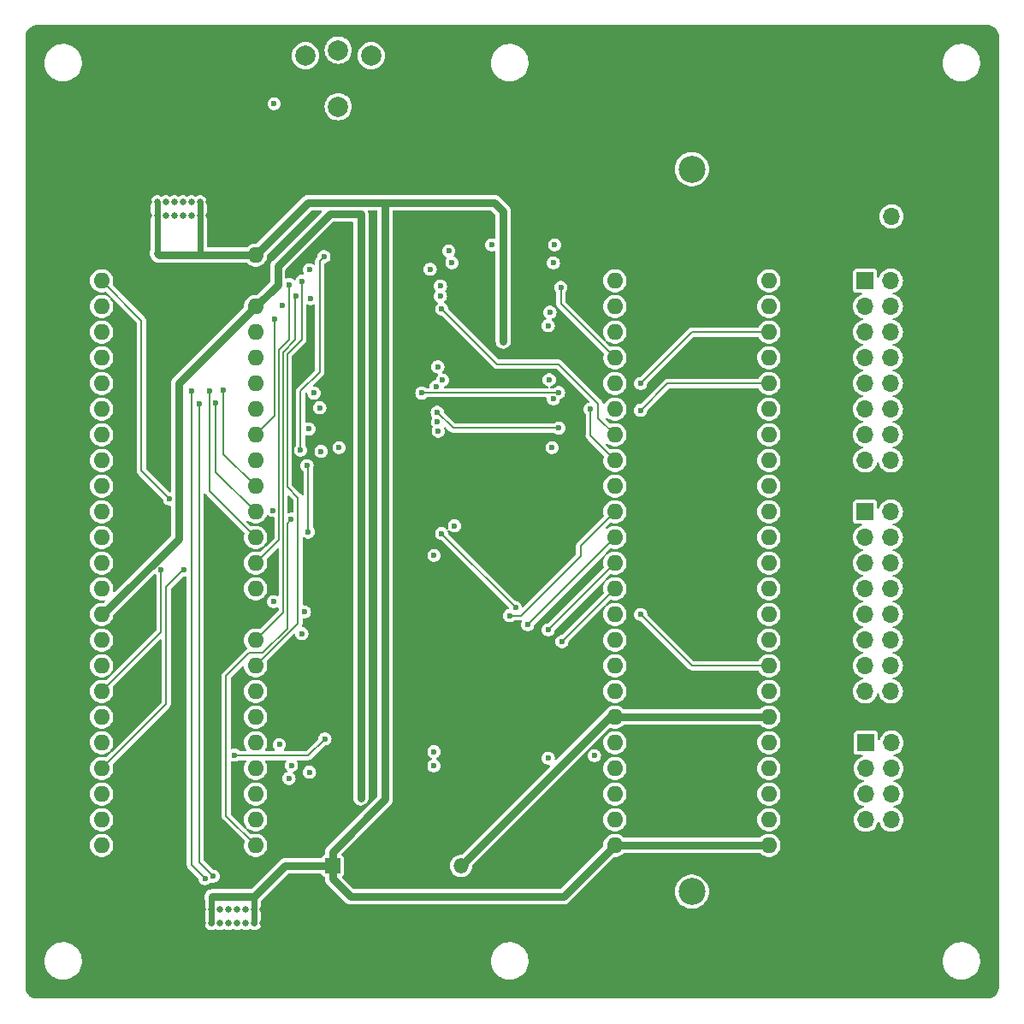
<source format=gbr>
G04 #@! TF.GenerationSoftware,KiCad,Pcbnew,7.0.11+dfsg-1build4*
G04 #@! TF.CreationDate,2024-11-26T12:30:14+09:00*
G04 #@! TF.ProjectId,base,62617365-2e6b-4696-9361-645f70636258,11*
G04 #@! TF.SameCoordinates,Original*
G04 #@! TF.FileFunction,Copper,L3,Inr*
G04 #@! TF.FilePolarity,Positive*
%FSLAX46Y46*%
G04 Gerber Fmt 4.6, Leading zero omitted, Abs format (unit mm)*
G04 Created by KiCad (PCBNEW 7.0.11+dfsg-1build4) date 2024-11-26 12:30:14*
%MOMM*%
%LPD*%
G01*
G04 APERTURE LIST*
G04 #@! TA.AperFunction,ComponentPad*
%ADD10R,1.600000X1.600000*%
G04 #@! TD*
G04 #@! TA.AperFunction,ComponentPad*
%ADD11O,1.600000X1.600000*%
G04 #@! TD*
G04 #@! TA.AperFunction,ComponentPad*
%ADD12R,1.500000X1.500000*%
G04 #@! TD*
G04 #@! TA.AperFunction,ComponentPad*
%ADD13O,1.500000X1.500000*%
G04 #@! TD*
G04 #@! TA.AperFunction,ComponentPad*
%ADD14R,1.700000X1.700000*%
G04 #@! TD*
G04 #@! TA.AperFunction,ComponentPad*
%ADD15O,1.700000X1.700000*%
G04 #@! TD*
G04 #@! TA.AperFunction,ComponentPad*
%ADD16C,2.670000*%
G04 #@! TD*
G04 #@! TA.AperFunction,ComponentPad*
%ADD17C,2.000000*%
G04 #@! TD*
G04 #@! TA.AperFunction,ComponentPad*
%ADD18C,0.650000*%
G04 #@! TD*
G04 #@! TA.AperFunction,ComponentPad*
%ADD19O,0.900000X1.700000*%
G04 #@! TD*
G04 #@! TA.AperFunction,ComponentPad*
%ADD20O,0.900000X2.400000*%
G04 #@! TD*
G04 #@! TA.AperFunction,ViaPad*
%ADD21C,0.600000*%
G04 #@! TD*
G04 #@! TA.AperFunction,Conductor*
%ADD22C,0.800000*%
G04 #@! TD*
G04 #@! TA.AperFunction,Conductor*
%ADD23C,0.600000*%
G04 #@! TD*
G04 #@! TA.AperFunction,Conductor*
%ADD24C,0.200000*%
G04 #@! TD*
G04 APERTURE END LIST*
D10*
X80680000Y-64920000D03*
D11*
X80680000Y-67460000D03*
X80680000Y-70000000D03*
X80680000Y-72540000D03*
X80680000Y-75080000D03*
X80680000Y-77620000D03*
X80680000Y-80160000D03*
X80680000Y-82700000D03*
X80680000Y-85240000D03*
X80680000Y-87780000D03*
X80680000Y-90320000D03*
X80680000Y-92860000D03*
X80680000Y-95400000D03*
X80680000Y-97940000D03*
X80680000Y-100480000D03*
X80680000Y-103020000D03*
X80680000Y-105560000D03*
X80680000Y-108100000D03*
X80680000Y-110640000D03*
X80680000Y-113180000D03*
X80680000Y-115720000D03*
X80680000Y-118260000D03*
X80680000Y-120800000D03*
X80680000Y-123340000D03*
X95920000Y-123340000D03*
X95920000Y-120800000D03*
X95920000Y-118260000D03*
X95920000Y-115720000D03*
X95920000Y-113180000D03*
X95920000Y-110640000D03*
X95920000Y-108100000D03*
X95920000Y-105560000D03*
X95920000Y-103020000D03*
X95920000Y-100480000D03*
X95920000Y-97940000D03*
X95920000Y-95400000D03*
X95920000Y-92860000D03*
X95920000Y-90320000D03*
X95920000Y-87780000D03*
X95920000Y-85240000D03*
X95920000Y-82700000D03*
X95920000Y-80160000D03*
X95920000Y-77620000D03*
X95920000Y-75080000D03*
X95920000Y-72540000D03*
X95920000Y-70000000D03*
X95920000Y-67460000D03*
X95920000Y-64920000D03*
D12*
X103540000Y-125372000D03*
D13*
X106080000Y-125372000D03*
X111160000Y-125372000D03*
X116240000Y-125372000D03*
D14*
X156245000Y-67450000D03*
D15*
X158785000Y-67450000D03*
X156245000Y-69990000D03*
X158785000Y-69990000D03*
X156245000Y-72530000D03*
X158785000Y-72530000D03*
X156245000Y-75070000D03*
X158785000Y-75070000D03*
X156245000Y-77610000D03*
X158785000Y-77610000D03*
X156245000Y-80150000D03*
X158785000Y-80150000D03*
X156245000Y-82690000D03*
X158785000Y-82690000D03*
X156245000Y-85230000D03*
X158785000Y-85230000D03*
D10*
X131480000Y-64920000D03*
D11*
X131480000Y-67460000D03*
X131480000Y-70000000D03*
X131480000Y-72540000D03*
X131480000Y-75080000D03*
X131480000Y-77620000D03*
X131480000Y-80160000D03*
X131480000Y-82700000D03*
X131480000Y-85240000D03*
X131480000Y-87780000D03*
X131480000Y-90320000D03*
X131480000Y-92860000D03*
X131480000Y-95400000D03*
X131480000Y-97940000D03*
X131480000Y-100480000D03*
X131480000Y-103020000D03*
X131480000Y-105560000D03*
X131480000Y-108100000D03*
X131480000Y-110640000D03*
X131480000Y-113180000D03*
X131480000Y-115720000D03*
X131480000Y-118260000D03*
X131480000Y-120800000D03*
X131480000Y-123340000D03*
X146720000Y-123340000D03*
X146720000Y-120800000D03*
X146720000Y-118260000D03*
X146720000Y-115720000D03*
X146720000Y-113180000D03*
X146720000Y-110640000D03*
X146720000Y-108100000D03*
X146720000Y-105560000D03*
X146720000Y-103020000D03*
X146720000Y-100480000D03*
X146720000Y-97940000D03*
X146720000Y-95400000D03*
X146720000Y-92860000D03*
X146720000Y-90320000D03*
X146720000Y-87780000D03*
X146720000Y-85240000D03*
X146720000Y-82700000D03*
X146720000Y-80160000D03*
X146720000Y-77620000D03*
X146720000Y-75080000D03*
X146720000Y-72540000D03*
X146720000Y-70000000D03*
X146720000Y-67460000D03*
X146720000Y-64920000D03*
D16*
X139100000Y-127910000D03*
X139100000Y-56410000D03*
D14*
X156310000Y-113180000D03*
D15*
X158850000Y-113180000D03*
X156310000Y-115720000D03*
X158850000Y-115720000D03*
X156310000Y-118260000D03*
X158850000Y-118260000D03*
X156310000Y-120800000D03*
X158850000Y-120800000D03*
D14*
X156245000Y-90310000D03*
D15*
X158785000Y-90310000D03*
X156245000Y-92850000D03*
X158785000Y-92850000D03*
X156245000Y-95390000D03*
X158785000Y-95390000D03*
X156245000Y-97930000D03*
X158785000Y-97930000D03*
X156245000Y-100470000D03*
X158785000Y-100470000D03*
X156245000Y-103010000D03*
X158785000Y-103010000D03*
X156245000Y-105550000D03*
X158785000Y-105550000D03*
X156245000Y-108090000D03*
X158785000Y-108090000D03*
D17*
X100850000Y-45180000D03*
X107350000Y-45180000D03*
X100850000Y-49680000D03*
X107350000Y-49680000D03*
X104100000Y-44630000D03*
X104100000Y-50230000D03*
D18*
X90703000Y-129700500D03*
X91553000Y-129700500D03*
X92403000Y-129700500D03*
X93253000Y-129700500D03*
X94103000Y-129700500D03*
X94953000Y-129700500D03*
X95803000Y-129700500D03*
X96653000Y-129700500D03*
X96653000Y-131050500D03*
X95803000Y-131050500D03*
X94953000Y-131050500D03*
X94103000Y-131050500D03*
X93253000Y-131050500D03*
X92403000Y-131050500D03*
X91553000Y-131050500D03*
X90703000Y-131050500D03*
D19*
X89353000Y-134060500D03*
X98003000Y-134060500D03*
D20*
X89353000Y-130680500D03*
X98003000Y-130680500D03*
D14*
X158855000Y-58555000D03*
D15*
X158855000Y-61095000D03*
D18*
X85325000Y-61025000D03*
X86175000Y-61025000D03*
X87025000Y-61025000D03*
X87875000Y-61025000D03*
X88725000Y-61025000D03*
X89575000Y-61025000D03*
X90425000Y-61025000D03*
X91275000Y-61025000D03*
X91275000Y-59675000D03*
X90425000Y-59675000D03*
X89575000Y-59675000D03*
X88725000Y-59675000D03*
X87875000Y-59675000D03*
X87025000Y-59675000D03*
X86175000Y-59675000D03*
X85325000Y-59675000D03*
D19*
X83975000Y-56665000D03*
X92625000Y-56665000D03*
D20*
X83975000Y-60045000D03*
X92625000Y-60045000D03*
D21*
X102778000Y-112806000D03*
X93832123Y-114401046D03*
X135544000Y-105052000D03*
X106334000Y-60856000D03*
X97571000Y-91590000D03*
X99349000Y-89304000D03*
X120431000Y-60602000D03*
X106334000Y-109751000D03*
X108747000Y-85367000D03*
X108747000Y-60729000D03*
X84871000Y-90320000D03*
X140243000Y-75715000D03*
X135290000Y-72667000D03*
X122717000Y-94003000D03*
X115097000Y-61872000D03*
X119288000Y-80414000D03*
X119288000Y-67079000D03*
X97644000Y-90193000D03*
X87400000Y-89050000D03*
X101127000Y-92322000D03*
X101000000Y-85748000D03*
X98269500Y-113370500D03*
X100746000Y-100226000D03*
X97698000Y-99210000D03*
X106334000Y-118641000D03*
X106334000Y-97559000D03*
X106334000Y-81811000D03*
X106334000Y-94257000D03*
X106334000Y-85367000D03*
X106334000Y-106449000D03*
X106334000Y-72921000D03*
X106334000Y-69619000D03*
X101190500Y-82128500D03*
X86523397Y-96036397D03*
X102397000Y-84351000D03*
X99469954Y-115425444D03*
X88808000Y-96070000D03*
X99222000Y-116706000D03*
X101254000Y-116101000D03*
X99428765Y-91072000D03*
X104175000Y-83970000D03*
X102270000Y-80033000D03*
X100529602Y-67497602D03*
X99891733Y-68984000D03*
X100492000Y-102385000D03*
X99257300Y-67841000D03*
X91348000Y-78382000D03*
X101254000Y-66373000D03*
X91983000Y-79525000D03*
X98587000Y-69873000D03*
X101381000Y-69238000D03*
X92745000Y-78255000D03*
X102688300Y-65073000D03*
X100365000Y-84224000D03*
X97825000Y-71270000D03*
X101694900Y-78576000D03*
X108747000Y-109751000D03*
X120431000Y-73429000D03*
X108747000Y-97559000D03*
X108747000Y-72921000D03*
X119288000Y-63904000D03*
X125511000Y-63904000D03*
X115033500Y-64504000D03*
X125384000Y-65682000D03*
X115351000Y-65682000D03*
X113192000Y-66323000D03*
X126125765Y-68115235D03*
X125047250Y-70590750D03*
X114208000Y-67968000D03*
X124876000Y-71905000D03*
X114208000Y-68984000D03*
X114335000Y-70254000D03*
X129029200Y-80160000D03*
X121066000Y-100607000D03*
X122844000Y-101496000D03*
X124876000Y-102004000D03*
X126239500Y-103180500D03*
X113573000Y-114069000D03*
X124876000Y-114704000D03*
X113571450Y-115464450D03*
X129448000Y-114450000D03*
X113573000Y-94638000D03*
X134020000Y-100480000D03*
X121637500Y-99810000D03*
X114335000Y-92479000D03*
X115605000Y-91717000D03*
X113996435Y-82352765D03*
X125257000Y-83970000D03*
X113922200Y-81430000D03*
X125942800Y-82030000D03*
X134020000Y-80287000D03*
X113890500Y-80477500D03*
X112370000Y-78576000D03*
X125904926Y-78536544D03*
X113769313Y-77931687D03*
X134020000Y-77620000D03*
X125384000Y-79144000D03*
X114418735Y-77282265D03*
X124977600Y-77264400D03*
X113961000Y-75976000D03*
X97748800Y-49934000D03*
X89570000Y-78382000D03*
X90900100Y-126642000D03*
X91729000Y-126388000D03*
X90332000Y-79652000D03*
D22*
X86175000Y-64759000D02*
X86336000Y-64920000D01*
X86336000Y-64920000D02*
X95920000Y-64920000D01*
D23*
X86175000Y-64759000D02*
X86175000Y-59675000D01*
D22*
X95920000Y-70000000D02*
X95970800Y-70000000D01*
X95970800Y-70000000D02*
X98104400Y-67866400D01*
X98104400Y-67866400D02*
X98104400Y-66037600D01*
X98104400Y-66037600D02*
X103286000Y-60856000D01*
X103286000Y-60856000D02*
X106334000Y-60856000D01*
X106334000Y-60856000D02*
X106334000Y-109751000D01*
D24*
X88808000Y-96070000D02*
X88773000Y-96070000D01*
X88773000Y-96070000D02*
X87080800Y-97762200D01*
X87080800Y-97762200D02*
X87080800Y-109319200D01*
X87080800Y-109319200D02*
X80680000Y-115720000D01*
X93881077Y-114450000D02*
X101127000Y-114450000D01*
X101127000Y-114450000D02*
X102771000Y-112806000D01*
X102771000Y-112806000D02*
X102778000Y-112806000D01*
X93832123Y-114401046D02*
X93881077Y-114450000D01*
X131480000Y-90320000D02*
X128076400Y-93723600D01*
X128076400Y-93723600D02*
X128076400Y-94739600D01*
X128076400Y-94739600D02*
X122209000Y-100607000D01*
X122209000Y-100607000D02*
X121066000Y-100607000D01*
X125942800Y-82030000D02*
X125933200Y-82039600D01*
X125933200Y-82039600D02*
X115452600Y-82039600D01*
X115452600Y-82039600D02*
X113890500Y-80477500D01*
X129029200Y-80160000D02*
X129029200Y-82789200D01*
X129029200Y-82789200D02*
X131480000Y-85240000D01*
X125904926Y-78536544D02*
X125897470Y-78544000D01*
X125897470Y-78544000D02*
X112402000Y-78544000D01*
X112402000Y-78544000D02*
X112370000Y-78576000D01*
X100365000Y-84224000D02*
X100365000Y-78389800D01*
X100365000Y-78389800D02*
X102270000Y-76484800D01*
X102270000Y-76484800D02*
X102270000Y-65491300D01*
X102270000Y-65491300D02*
X102688300Y-65073000D01*
D22*
X108747000Y-59713000D02*
X108747000Y-85240000D01*
D23*
X90425000Y-64827000D02*
X90425000Y-59675000D01*
D24*
X84621100Y-71401100D02*
X80680000Y-67460000D01*
X84621100Y-86271100D02*
X84621100Y-71401100D01*
X87400000Y-89050000D02*
X84621100Y-86271100D01*
X101127000Y-85875000D02*
X101127000Y-92322000D01*
X101000000Y-85748000D02*
X101127000Y-85875000D01*
D22*
X88300000Y-77620000D02*
X88300000Y-92987000D01*
X88300000Y-92987000D02*
X80807000Y-100480000D01*
X80807000Y-100480000D02*
X80680000Y-100480000D01*
X106334000Y-109751000D02*
X106334000Y-118641000D01*
X95920000Y-70000000D02*
X88300000Y-77620000D01*
D24*
X86523397Y-96036397D02*
X86523397Y-102256603D01*
X86523397Y-102256603D02*
X80680000Y-108100000D01*
X95285000Y-104290000D02*
X92999000Y-106576000D01*
X96624314Y-104290000D02*
X95285000Y-104290000D01*
X99428765Y-91072000D02*
X99044000Y-91456765D01*
X92999000Y-106576000D02*
X92999000Y-120419000D01*
X99044000Y-101870314D02*
X96624314Y-104290000D01*
X99044000Y-91456765D02*
X99044000Y-101870314D01*
X92999000Y-120419000D02*
X95920000Y-123340000D01*
X99044000Y-87856000D02*
X100111000Y-88923000D01*
X100491733Y-73302267D02*
X99044000Y-74750000D01*
X100111000Y-101369000D02*
X95920000Y-105560000D01*
X99044000Y-74750000D02*
X99044000Y-87856000D01*
X100111000Y-88923000D02*
X100111000Y-101369000D01*
X100529602Y-67497602D02*
X100491733Y-67535471D01*
X100491733Y-67535471D02*
X100491733Y-73302267D01*
X99891733Y-68984000D02*
X99857000Y-69018733D01*
X98644000Y-100296000D02*
X95920000Y-103020000D01*
X99857000Y-73302000D02*
X98644000Y-74515000D01*
X99857000Y-69018733D02*
X99857000Y-73302000D01*
X98644000Y-74515000D02*
X98644000Y-100296000D01*
X98244000Y-93076000D02*
X95920000Y-95400000D01*
X99257300Y-67841000D02*
X99257300Y-73266700D01*
X99257300Y-73266700D02*
X98244000Y-74280000D01*
X98244000Y-74280000D02*
X98244000Y-93076000D01*
X91348000Y-88288000D02*
X95920000Y-92860000D01*
X91348000Y-78382000D02*
X91348000Y-88288000D01*
X91983000Y-79525000D02*
X91983000Y-86383000D01*
X91983000Y-86383000D02*
X95920000Y-90320000D01*
X92745000Y-84605000D02*
X95920000Y-87780000D01*
X92745000Y-78255000D02*
X92745000Y-84605000D01*
X97825000Y-71270000D02*
X97825000Y-80795000D01*
X97825000Y-80795000D02*
X95920000Y-82700000D01*
D22*
X103540000Y-125372000D02*
X98841000Y-125372000D01*
X95793000Y-128420000D02*
X91602000Y-128420000D01*
X95920000Y-64920000D02*
X101127000Y-59713000D01*
X98841000Y-125372000D02*
X95793000Y-128420000D01*
X146720000Y-123340000D02*
X131480000Y-123340000D01*
X108747000Y-85240000D02*
X108747000Y-118768000D01*
X103540000Y-126642000D02*
X103540000Y-125372000D01*
X103540000Y-123975000D02*
X103540000Y-125372000D01*
X120431000Y-60602000D02*
X120431000Y-73429000D01*
X119542000Y-59713000D02*
X120431000Y-60602000D01*
X101127000Y-59713000D02*
X119542000Y-59713000D01*
D23*
X95803000Y-128430000D02*
X95793000Y-128420000D01*
D22*
X105318000Y-128420000D02*
X103540000Y-126642000D01*
X108747000Y-118768000D02*
X103540000Y-123975000D01*
D23*
X91553000Y-131050500D02*
X91553000Y-128469000D01*
D22*
X126400000Y-128420000D02*
X105318000Y-128420000D01*
D23*
X95803000Y-131050500D02*
X95803000Y-128430000D01*
D22*
X131480000Y-123340000D02*
X126400000Y-128420000D01*
D23*
X91553000Y-128469000D02*
X91602000Y-128420000D01*
X90332000Y-64920000D02*
X90425000Y-64827000D01*
D22*
X116240000Y-125372000D02*
X130972000Y-110640000D01*
X130972000Y-110640000D02*
X131480000Y-110640000D01*
X131480000Y-110640000D02*
X146720000Y-110640000D01*
D24*
X126125765Y-69725765D02*
X131480000Y-75080000D01*
X126125765Y-68115235D02*
X126125765Y-69725765D01*
X114335000Y-70254000D02*
X119796000Y-75715000D01*
X129829000Y-81049000D02*
X131480000Y-82700000D01*
X129829000Y-79615800D02*
X129829000Y-81049000D01*
X125928200Y-75715000D02*
X129829000Y-79615800D01*
X119796000Y-75715000D02*
X125928200Y-75715000D01*
X122844000Y-101496000D02*
X131480000Y-92860000D01*
X124876000Y-102004000D02*
X131480000Y-95400000D01*
X126239500Y-103180500D02*
X131480000Y-97940000D01*
X134020000Y-100480000D02*
X139100000Y-105560000D01*
X139100000Y-105560000D02*
X146720000Y-105560000D01*
X121637500Y-99781500D02*
X121637500Y-99810000D01*
X114335000Y-92479000D02*
X121637500Y-99781500D01*
X134020000Y-80287000D02*
X136687000Y-77620000D01*
X136687000Y-77620000D02*
X146720000Y-77620000D01*
X134020000Y-77620000D02*
X139100000Y-72540000D01*
X139100000Y-72540000D02*
X146720000Y-72540000D01*
X89570000Y-125311900D02*
X90900100Y-126642000D01*
X89570000Y-78382000D02*
X89570000Y-125311900D01*
X90332000Y-124991000D02*
X91729000Y-126388000D01*
X90332000Y-79652000D02*
X90332000Y-124991000D01*
G04 #@! TA.AperFunction,Conductor*
G36*
X97161141Y-90635463D02*
G01*
X97171599Y-90643549D01*
X97271755Y-90732280D01*
X97271758Y-90732282D01*
X97271760Y-90732283D01*
X97411635Y-90805696D01*
X97565015Y-90843500D01*
X97565018Y-90843500D01*
X97694500Y-90843500D01*
X97752691Y-90862407D01*
X97788655Y-90911907D01*
X97793500Y-90942500D01*
X97793500Y-92848388D01*
X97774593Y-92906579D01*
X97764504Y-92918392D01*
X96947725Y-93735170D01*
X96893208Y-93762947D01*
X96832776Y-93753376D01*
X96789511Y-93710111D01*
X96779940Y-93649679D01*
X96798716Y-93605508D01*
X96902366Y-93468255D01*
X96997405Y-93277389D01*
X97055756Y-93072310D01*
X97075429Y-92860000D01*
X97055756Y-92647690D01*
X96997405Y-92442611D01*
X96902366Y-92251745D01*
X96773872Y-92081593D01*
X96703541Y-92017477D01*
X96616307Y-91937952D01*
X96616300Y-91937946D01*
X96435024Y-91825705D01*
X96435019Y-91825702D01*
X96388013Y-91807492D01*
X96236198Y-91748679D01*
X96236197Y-91748678D01*
X96236195Y-91748678D01*
X96026610Y-91709500D01*
X95813390Y-91709500D01*
X95603810Y-91748677D01*
X95603805Y-91748678D01*
X95603802Y-91748679D01*
X95603798Y-91748680D01*
X95603793Y-91748682D01*
X95550056Y-91769499D01*
X95488965Y-91772889D01*
X95444291Y-91747188D01*
X95034070Y-91336967D01*
X95006293Y-91282450D01*
X95015864Y-91222018D01*
X95059129Y-91178753D01*
X95119561Y-91169182D01*
X95170770Y-91193802D01*
X95223692Y-91242047D01*
X95223699Y-91242053D01*
X95288943Y-91282450D01*
X95404981Y-91354298D01*
X95603802Y-91431321D01*
X95813390Y-91470500D01*
X96026610Y-91470500D01*
X96236198Y-91431321D01*
X96435019Y-91354298D01*
X96616302Y-91242052D01*
X96773872Y-91098407D01*
X96902366Y-90928255D01*
X96997405Y-90737389D01*
X97010730Y-90690555D01*
X97044839Y-90639763D01*
X97102292Y-90618719D01*
X97161141Y-90635463D01*
G37*
G04 #@! TD.AperFunction*
G04 #@! TA.AperFunction,Conductor*
G36*
X99263504Y-88712607D02*
G01*
X99631504Y-89080607D01*
X99659281Y-89135124D01*
X99660500Y-89150611D01*
X99660500Y-90332785D01*
X99641593Y-90390976D01*
X99592093Y-90426940D01*
X99537810Y-90428908D01*
X99507750Y-90421500D01*
X99349780Y-90421500D01*
X99349776Y-90421500D01*
X99217192Y-90454179D01*
X99156167Y-90449747D01*
X99109402Y-90410292D01*
X99094500Y-90358056D01*
X99094500Y-88782611D01*
X99113407Y-88724420D01*
X99162907Y-88688456D01*
X99224093Y-88688456D01*
X99263504Y-88712607D01*
G37*
G04 #@! TD.AperFunction*
G04 #@! TA.AperFunction,Conductor*
G36*
X168313875Y-42135805D02*
G01*
X168489097Y-42149594D01*
X168504430Y-42152023D01*
X168671550Y-42192145D01*
X168686317Y-42196943D01*
X168845104Y-42262715D01*
X168858926Y-42269758D01*
X169005469Y-42359560D01*
X169018032Y-42368688D01*
X169148717Y-42480303D01*
X169159699Y-42491285D01*
X169271311Y-42621967D01*
X169280440Y-42634532D01*
X169370238Y-42781068D01*
X169377287Y-42794902D01*
X169443054Y-42953678D01*
X169447855Y-42968453D01*
X169487975Y-43135564D01*
X169490405Y-43150907D01*
X169504195Y-43326123D01*
X169504500Y-43333891D01*
X169504500Y-137306108D01*
X169504195Y-137313876D01*
X169490405Y-137489092D01*
X169487975Y-137504435D01*
X169447855Y-137671546D01*
X169443054Y-137686321D01*
X169377287Y-137845097D01*
X169370234Y-137858939D01*
X169280442Y-138005465D01*
X169271311Y-138018032D01*
X169159699Y-138148714D01*
X169148714Y-138159699D01*
X169018032Y-138271311D01*
X169005465Y-138280442D01*
X168858939Y-138370234D01*
X168845097Y-138377287D01*
X168686321Y-138443054D01*
X168671546Y-138447855D01*
X168504435Y-138487975D01*
X168489092Y-138490405D01*
X168329743Y-138502946D01*
X168313874Y-138504195D01*
X168306108Y-138504500D01*
X74333892Y-138504500D01*
X74326125Y-138504195D01*
X74307014Y-138502691D01*
X74150907Y-138490405D01*
X74135564Y-138487975D01*
X73968453Y-138447855D01*
X73953678Y-138443054D01*
X73794902Y-138377287D01*
X73781068Y-138370238D01*
X73634532Y-138280440D01*
X73621967Y-138271311D01*
X73522706Y-138186535D01*
X73491282Y-138159696D01*
X73480303Y-138148717D01*
X73368688Y-138018032D01*
X73359560Y-138005469D01*
X73269758Y-137858926D01*
X73262715Y-137845104D01*
X73196943Y-137686317D01*
X73192144Y-137671546D01*
X73152024Y-137504435D01*
X73149594Y-137489097D01*
X73135805Y-137313875D01*
X73135500Y-137306108D01*
X73135500Y-134837765D01*
X75015788Y-134837765D01*
X75045414Y-135107020D01*
X75079997Y-135239301D01*
X75113928Y-135369088D01*
X75219870Y-135618390D01*
X75291999Y-135736577D01*
X75360983Y-135849612D01*
X75450252Y-135956880D01*
X75534255Y-136057820D01*
X75735998Y-136238582D01*
X75958624Y-136385870D01*
X75961913Y-136388046D01*
X76094100Y-136450012D01*
X76207176Y-136503020D01*
X76352628Y-136546780D01*
X76466555Y-136581056D01*
X76466559Y-136581057D01*
X76466569Y-136581060D01*
X76633840Y-136605677D01*
X76734560Y-136620500D01*
X76734561Y-136620500D01*
X76937631Y-136620500D01*
X77140156Y-136605677D01*
X77404553Y-136546780D01*
X77657558Y-136450014D01*
X77893777Y-136317441D01*
X78108177Y-136151888D01*
X78296186Y-135956881D01*
X78453799Y-135736579D01*
X78577656Y-135495675D01*
X78665118Y-135239305D01*
X78714319Y-134972933D01*
X78719259Y-134837765D01*
X119211788Y-134837765D01*
X119241414Y-135107020D01*
X119275997Y-135239301D01*
X119309928Y-135369088D01*
X119415870Y-135618390D01*
X119487999Y-135736577D01*
X119556983Y-135849612D01*
X119646252Y-135956880D01*
X119730255Y-136057820D01*
X119931998Y-136238582D01*
X120154624Y-136385870D01*
X120157913Y-136388046D01*
X120290100Y-136450012D01*
X120403176Y-136503020D01*
X120548628Y-136546780D01*
X120662555Y-136581056D01*
X120662559Y-136581057D01*
X120662569Y-136581060D01*
X120829840Y-136605677D01*
X120930560Y-136620500D01*
X120930561Y-136620500D01*
X121133631Y-136620500D01*
X121336156Y-136605677D01*
X121600553Y-136546780D01*
X121853558Y-136450014D01*
X122089777Y-136317441D01*
X122304177Y-136151888D01*
X122492186Y-135956881D01*
X122649799Y-135736579D01*
X122773656Y-135495675D01*
X122861118Y-135239305D01*
X122910319Y-134972933D01*
X122915259Y-134837765D01*
X163915788Y-134837765D01*
X163945414Y-135107020D01*
X163979997Y-135239301D01*
X164013928Y-135369088D01*
X164119870Y-135618390D01*
X164191999Y-135736577D01*
X164260983Y-135849612D01*
X164350252Y-135956880D01*
X164434255Y-136057820D01*
X164635998Y-136238582D01*
X164858624Y-136385870D01*
X164861913Y-136388046D01*
X164994100Y-136450012D01*
X165107176Y-136503020D01*
X165252628Y-136546780D01*
X165366555Y-136581056D01*
X165366559Y-136581057D01*
X165366569Y-136581060D01*
X165533840Y-136605677D01*
X165634560Y-136620500D01*
X165634561Y-136620500D01*
X165837631Y-136620500D01*
X166040156Y-136605677D01*
X166304553Y-136546780D01*
X166557558Y-136450014D01*
X166793777Y-136317441D01*
X167008177Y-136151888D01*
X167196186Y-135956881D01*
X167353799Y-135736579D01*
X167477656Y-135495675D01*
X167565118Y-135239305D01*
X167614319Y-134972933D01*
X167624212Y-134702235D01*
X167594586Y-134432982D01*
X167526072Y-134170912D01*
X167420130Y-133921610D01*
X167279018Y-133690390D01*
X167105745Y-133482180D01*
X167000754Y-133388108D01*
X166904007Y-133301422D01*
X166904004Y-133301420D01*
X166904002Y-133301418D01*
X166754489Y-133202501D01*
X166678086Y-133151953D01*
X166432822Y-133036979D01*
X166173444Y-132958943D01*
X166173428Y-132958939D01*
X165905440Y-132919500D01*
X165905439Y-132919500D01*
X165702369Y-132919500D01*
X165499848Y-132934322D01*
X165235450Y-132993219D01*
X164982439Y-133089987D01*
X164746219Y-133222561D01*
X164531826Y-133388108D01*
X164343814Y-133583119D01*
X164186199Y-133803422D01*
X164062342Y-134044328D01*
X163974884Y-134300687D01*
X163974881Y-134300698D01*
X163925680Y-134567069D01*
X163915788Y-134837765D01*
X122915259Y-134837765D01*
X122920212Y-134702235D01*
X122890586Y-134432982D01*
X122822072Y-134170912D01*
X122716130Y-133921610D01*
X122575018Y-133690390D01*
X122401745Y-133482180D01*
X122296754Y-133388108D01*
X122200007Y-133301422D01*
X122200004Y-133301420D01*
X122200002Y-133301418D01*
X122050489Y-133202501D01*
X121974086Y-133151953D01*
X121728822Y-133036979D01*
X121469444Y-132958943D01*
X121469428Y-132958939D01*
X121201440Y-132919500D01*
X121201439Y-132919500D01*
X120998369Y-132919500D01*
X120795848Y-132934322D01*
X120531450Y-132993219D01*
X120278439Y-133089987D01*
X120042219Y-133222561D01*
X119827826Y-133388108D01*
X119639814Y-133583119D01*
X119482199Y-133803422D01*
X119358342Y-134044328D01*
X119270884Y-134300687D01*
X119270881Y-134300698D01*
X119221680Y-134567069D01*
X119211788Y-134837765D01*
X78719259Y-134837765D01*
X78724212Y-134702235D01*
X78694586Y-134432982D01*
X78626072Y-134170912D01*
X78520130Y-133921610D01*
X78379018Y-133690390D01*
X78205745Y-133482180D01*
X78100754Y-133388108D01*
X78004007Y-133301422D01*
X78004004Y-133301420D01*
X78004002Y-133301418D01*
X77854489Y-133202501D01*
X77778086Y-133151953D01*
X77532822Y-133036979D01*
X77273444Y-132958943D01*
X77273428Y-132958939D01*
X77005440Y-132919500D01*
X77005439Y-132919500D01*
X76802369Y-132919500D01*
X76599848Y-132934322D01*
X76335450Y-132993219D01*
X76082439Y-133089987D01*
X75846219Y-133222561D01*
X75631826Y-133388108D01*
X75443814Y-133583119D01*
X75286199Y-133803422D01*
X75162342Y-134044328D01*
X75074884Y-134300687D01*
X75074881Y-134300698D01*
X75025680Y-134567069D01*
X75015788Y-134837765D01*
X73135500Y-134837765D01*
X73135500Y-123340000D01*
X79524571Y-123340000D01*
X79544244Y-123552311D01*
X79546371Y-123559786D01*
X79602595Y-123757389D01*
X79697634Y-123948255D01*
X79826128Y-124118407D01*
X79863940Y-124152877D01*
X79983692Y-124262047D01*
X79983699Y-124262053D01*
X80062194Y-124310655D01*
X80164981Y-124374298D01*
X80363802Y-124451321D01*
X80573390Y-124490500D01*
X80786610Y-124490500D01*
X80996198Y-124451321D01*
X81195019Y-124374298D01*
X81376302Y-124262052D01*
X81533872Y-124118407D01*
X81662366Y-123948255D01*
X81757405Y-123757389D01*
X81815756Y-123552310D01*
X81835429Y-123340000D01*
X81815756Y-123127690D01*
X81757405Y-122922611D01*
X81662366Y-122731745D01*
X81533872Y-122561593D01*
X81479623Y-122512139D01*
X81376307Y-122417952D01*
X81376300Y-122417946D01*
X81195024Y-122305705D01*
X81195019Y-122305702D01*
X80996198Y-122228679D01*
X80996197Y-122228678D01*
X80996195Y-122228678D01*
X80786610Y-122189500D01*
X80573390Y-122189500D01*
X80363804Y-122228678D01*
X80164980Y-122305702D01*
X80164975Y-122305705D01*
X79983699Y-122417946D01*
X79983692Y-122417952D01*
X79826135Y-122561586D01*
X79826131Y-122561589D01*
X79826128Y-122561593D01*
X79826125Y-122561597D01*
X79697635Y-122731743D01*
X79697630Y-122731752D01*
X79602596Y-122922608D01*
X79544244Y-123127688D01*
X79524571Y-123340000D01*
X73135500Y-123340000D01*
X73135500Y-120800000D01*
X79524571Y-120800000D01*
X79544244Y-121012311D01*
X79567449Y-121093867D01*
X79602595Y-121217389D01*
X79697634Y-121408255D01*
X79826128Y-121578407D01*
X79896734Y-121642773D01*
X79983692Y-121722047D01*
X79983699Y-121722053D01*
X80048416Y-121762124D01*
X80164981Y-121834298D01*
X80363802Y-121911321D01*
X80573390Y-121950500D01*
X80786610Y-121950500D01*
X80996198Y-121911321D01*
X81195019Y-121834298D01*
X81376302Y-121722052D01*
X81533872Y-121578407D01*
X81662366Y-121408255D01*
X81757405Y-121217389D01*
X81815756Y-121012310D01*
X81835429Y-120800000D01*
X81815756Y-120587690D01*
X81757405Y-120382611D01*
X81662366Y-120191745D01*
X81533872Y-120021593D01*
X81479623Y-119972139D01*
X81376307Y-119877952D01*
X81376300Y-119877946D01*
X81195024Y-119765705D01*
X81195019Y-119765702D01*
X80996195Y-119688678D01*
X80786610Y-119649500D01*
X80573390Y-119649500D01*
X80363804Y-119688678D01*
X80164980Y-119765702D01*
X80164975Y-119765705D01*
X79983699Y-119877946D01*
X79983692Y-119877952D01*
X79826135Y-120021586D01*
X79826131Y-120021589D01*
X79826128Y-120021593D01*
X79826125Y-120021597D01*
X79697635Y-120191743D01*
X79697630Y-120191752D01*
X79602596Y-120382608D01*
X79544244Y-120587688D01*
X79524571Y-120800000D01*
X73135500Y-120800000D01*
X73135500Y-118260000D01*
X79524571Y-118260000D01*
X79544244Y-118472311D01*
X79602596Y-118677391D01*
X79680505Y-118833856D01*
X79697634Y-118868255D01*
X79826128Y-119038407D01*
X79886836Y-119093750D01*
X79983692Y-119182047D01*
X79983699Y-119182053D01*
X80048416Y-119222124D01*
X80164981Y-119294298D01*
X80363802Y-119371321D01*
X80573390Y-119410500D01*
X80786610Y-119410500D01*
X80996198Y-119371321D01*
X81195019Y-119294298D01*
X81376302Y-119182052D01*
X81533872Y-119038407D01*
X81662366Y-118868255D01*
X81757405Y-118677389D01*
X81815756Y-118472310D01*
X81835429Y-118260000D01*
X81815756Y-118047690D01*
X81757405Y-117842611D01*
X81662366Y-117651745D01*
X81533872Y-117481593D01*
X81479623Y-117432139D01*
X81376307Y-117337952D01*
X81376300Y-117337946D01*
X81195024Y-117225705D01*
X81195019Y-117225702D01*
X80996195Y-117148678D01*
X80786610Y-117109500D01*
X80573390Y-117109500D01*
X80363804Y-117148678D01*
X80164980Y-117225702D01*
X80164975Y-117225705D01*
X79983699Y-117337946D01*
X79983692Y-117337952D01*
X79826135Y-117481586D01*
X79826131Y-117481589D01*
X79826128Y-117481593D01*
X79826125Y-117481597D01*
X79697635Y-117651743D01*
X79697630Y-117651752D01*
X79602596Y-117842608D01*
X79544244Y-118047688D01*
X79524571Y-118260000D01*
X73135500Y-118260000D01*
X73135500Y-115720000D01*
X79524571Y-115720000D01*
X79544244Y-115932311D01*
X79564565Y-116003731D01*
X79602595Y-116137389D01*
X79697634Y-116328255D01*
X79826128Y-116498407D01*
X79866848Y-116535528D01*
X79983692Y-116642047D01*
X79983699Y-116642053D01*
X80048416Y-116682124D01*
X80164981Y-116754298D01*
X80363802Y-116831321D01*
X80573390Y-116870500D01*
X80786610Y-116870500D01*
X80996198Y-116831321D01*
X81195019Y-116754298D01*
X81376302Y-116642052D01*
X81533872Y-116498407D01*
X81662366Y-116328255D01*
X81757405Y-116137389D01*
X81815756Y-115932310D01*
X81835429Y-115720000D01*
X81815756Y-115507690D01*
X81768251Y-115340730D01*
X81770512Y-115279587D01*
X81793466Y-115243636D01*
X87377543Y-109659558D01*
X87385803Y-109652178D01*
X87414770Y-109629079D01*
X87447257Y-109581427D01*
X87449359Y-109578466D01*
X87483593Y-109532082D01*
X87483595Y-109532076D01*
X87487063Y-109525516D01*
X87487455Y-109525723D01*
X87488451Y-109523750D01*
X87488052Y-109523558D01*
X87491272Y-109516872D01*
X87508277Y-109461738D01*
X87509395Y-109458338D01*
X87528446Y-109403899D01*
X87528446Y-109403894D01*
X87529826Y-109396607D01*
X87530260Y-109396689D01*
X87530632Y-109394503D01*
X87530194Y-109394437D01*
X87531300Y-109387100D01*
X87531300Y-109329483D01*
X87531369Y-109325782D01*
X87532689Y-109290500D01*
X87533524Y-109268190D01*
X87533522Y-109268182D01*
X87532693Y-109260818D01*
X87533131Y-109260768D01*
X87531300Y-109246857D01*
X87531300Y-97989811D01*
X87550207Y-97931620D01*
X87560296Y-97919807D01*
X88730607Y-96749496D01*
X88785124Y-96721719D01*
X88800611Y-96720500D01*
X88886982Y-96720500D01*
X88886985Y-96720500D01*
X88996809Y-96693431D01*
X89057832Y-96697863D01*
X89104597Y-96737318D01*
X89119500Y-96789554D01*
X89119500Y-125281036D01*
X89118878Y-125292119D01*
X89114730Y-125328933D01*
X89114730Y-125328938D01*
X89125444Y-125385564D01*
X89126064Y-125389212D01*
X89134652Y-125446187D01*
X89136840Y-125453281D01*
X89136417Y-125453411D01*
X89137109Y-125455513D01*
X89137526Y-125455368D01*
X89139975Y-125462368D01*
X89166906Y-125513324D01*
X89168574Y-125516628D01*
X89193574Y-125568541D01*
X89197753Y-125574670D01*
X89197389Y-125574917D01*
X89198677Y-125576731D01*
X89199030Y-125576471D01*
X89203434Y-125582438D01*
X89244200Y-125623205D01*
X89246769Y-125625872D01*
X89285944Y-125668094D01*
X89291743Y-125672718D01*
X89291467Y-125673063D01*
X89302600Y-125681604D01*
X90218153Y-126597157D01*
X90245930Y-126651674D01*
X90246427Y-126655227D01*
X90253912Y-126716864D01*
X90263863Y-126798818D01*
X90312583Y-126927283D01*
X90319880Y-126946523D01*
X90409615Y-127076528D01*
X90409616Y-127076529D01*
X90409617Y-127076530D01*
X90527860Y-127181283D01*
X90667735Y-127254696D01*
X90821115Y-127292500D01*
X90821118Y-127292500D01*
X90979082Y-127292500D01*
X90979085Y-127292500D01*
X91132465Y-127254696D01*
X91272340Y-127181283D01*
X91390583Y-127076530D01*
X91411917Y-127045621D01*
X91460530Y-127008472D01*
X91517084Y-127005736D01*
X91650015Y-127038500D01*
X91650018Y-127038500D01*
X91807982Y-127038500D01*
X91807985Y-127038500D01*
X91961365Y-127000696D01*
X92101240Y-126927283D01*
X92219483Y-126822530D01*
X92309220Y-126692523D01*
X92365237Y-126544818D01*
X92384278Y-126388000D01*
X92365237Y-126231182D01*
X92309220Y-126083477D01*
X92219726Y-125953822D01*
X92219484Y-125953471D01*
X92101241Y-125848718D01*
X92101240Y-125848717D01*
X92031302Y-125812010D01*
X91961364Y-125775303D01*
X91807987Y-125737500D01*
X91807985Y-125737500D01*
X91756611Y-125737500D01*
X91698420Y-125718593D01*
X91686607Y-125708504D01*
X90811496Y-124833393D01*
X90783719Y-124778876D01*
X90782500Y-124763389D01*
X90782500Y-97940000D01*
X94764571Y-97940000D01*
X94784244Y-98152311D01*
X94792379Y-98180902D01*
X94842595Y-98357389D01*
X94937634Y-98548255D01*
X95066128Y-98718407D01*
X95066135Y-98718413D01*
X95223692Y-98862047D01*
X95223699Y-98862053D01*
X95327389Y-98926255D01*
X95404981Y-98974298D01*
X95603802Y-99051321D01*
X95813390Y-99090500D01*
X96026610Y-99090500D01*
X96236198Y-99051321D01*
X96435019Y-98974298D01*
X96616302Y-98862052D01*
X96773872Y-98718407D01*
X96902366Y-98548255D01*
X96997405Y-98357389D01*
X97055756Y-98152310D01*
X97075429Y-97940000D01*
X97055756Y-97727690D01*
X96997405Y-97522611D01*
X96902366Y-97331745D01*
X96773872Y-97161593D01*
X96683356Y-97079076D01*
X96616307Y-97017952D01*
X96616300Y-97017946D01*
X96435024Y-96905705D01*
X96435019Y-96905702D01*
X96236195Y-96828678D01*
X96026610Y-96789500D01*
X95813390Y-96789500D01*
X95603804Y-96828678D01*
X95404980Y-96905702D01*
X95404975Y-96905705D01*
X95223699Y-97017946D01*
X95223692Y-97017952D01*
X95066135Y-97161586D01*
X95066131Y-97161589D01*
X95066128Y-97161593D01*
X95066125Y-97161597D01*
X94937635Y-97331743D01*
X94937630Y-97331752D01*
X94842596Y-97522608D01*
X94784244Y-97727688D01*
X94764571Y-97940000D01*
X90782500Y-97940000D01*
X90782500Y-88585771D01*
X90801407Y-88527580D01*
X90850907Y-88491616D01*
X90912093Y-88491616D01*
X90961593Y-88527580D01*
X90970697Y-88542819D01*
X90971574Y-88544640D01*
X90975753Y-88550770D01*
X90975389Y-88551017D01*
X90976677Y-88552831D01*
X90977030Y-88552571D01*
X90981434Y-88558538D01*
X91022200Y-88599305D01*
X91024769Y-88601972D01*
X91063944Y-88644194D01*
X91069743Y-88648818D01*
X91069467Y-88649163D01*
X91080600Y-88657704D01*
X94806531Y-92383635D01*
X94834308Y-92438152D01*
X94831748Y-92480732D01*
X94784244Y-92647688D01*
X94780016Y-92693315D01*
X94764571Y-92860000D01*
X94784244Y-93072310D01*
X94842595Y-93277389D01*
X94937634Y-93468255D01*
X95066128Y-93638407D01*
X95092267Y-93662236D01*
X95223692Y-93782047D01*
X95223699Y-93782053D01*
X95327389Y-93846255D01*
X95404981Y-93894298D01*
X95603802Y-93971321D01*
X95813390Y-94010500D01*
X96026610Y-94010500D01*
X96236198Y-93971321D01*
X96435019Y-93894298D01*
X96616302Y-93782052D01*
X96669223Y-93733807D01*
X96724961Y-93708578D01*
X96784886Y-93720929D01*
X96826108Y-93766145D01*
X96832879Y-93826955D01*
X96805921Y-93876974D01*
X96395707Y-94287188D01*
X96341190Y-94314965D01*
X96289941Y-94309499D01*
X96236198Y-94288679D01*
X96236197Y-94288678D01*
X96236195Y-94288678D01*
X96026610Y-94249500D01*
X95813390Y-94249500D01*
X95603804Y-94288678D01*
X95404980Y-94365702D01*
X95404975Y-94365705D01*
X95223699Y-94477946D01*
X95223692Y-94477952D01*
X95066135Y-94621586D01*
X95066131Y-94621589D01*
X95066128Y-94621593D01*
X95066125Y-94621597D01*
X94937635Y-94791743D01*
X94937630Y-94791752D01*
X94842596Y-94982608D01*
X94784244Y-95187688D01*
X94764571Y-95400000D01*
X94784244Y-95612311D01*
X94790834Y-95635471D01*
X94842595Y-95817389D01*
X94937634Y-96008255D01*
X95066128Y-96178407D01*
X95092267Y-96202236D01*
X95223692Y-96322047D01*
X95223699Y-96322053D01*
X95315581Y-96378944D01*
X95404981Y-96434298D01*
X95603802Y-96511321D01*
X95813390Y-96550500D01*
X96026610Y-96550500D01*
X96236198Y-96511321D01*
X96435019Y-96434298D01*
X96616302Y-96322052D01*
X96773872Y-96178407D01*
X96902366Y-96008255D01*
X96997405Y-95817389D01*
X97055756Y-95612310D01*
X97075429Y-95400000D01*
X97055756Y-95187690D01*
X97008251Y-95020730D01*
X97010512Y-94959587D01*
X97033466Y-94923636D01*
X98024496Y-93932607D01*
X98079013Y-93904830D01*
X98139445Y-93914401D01*
X98182710Y-93957666D01*
X98193500Y-94002611D01*
X98193500Y-98571642D01*
X98174593Y-98629833D01*
X98125093Y-98665797D01*
X98063907Y-98665797D01*
X98048492Y-98659302D01*
X97930364Y-98597303D01*
X97776987Y-98559500D01*
X97776985Y-98559500D01*
X97619015Y-98559500D01*
X97619012Y-98559500D01*
X97465635Y-98597303D01*
X97325758Y-98670718D01*
X97207515Y-98775471D01*
X97117780Y-98905476D01*
X97061763Y-99053182D01*
X97061762Y-99053183D01*
X97042722Y-99209998D01*
X97042722Y-99210001D01*
X97061762Y-99366816D01*
X97061763Y-99366818D01*
X97103384Y-99476564D01*
X97117780Y-99514523D01*
X97207515Y-99644528D01*
X97207516Y-99644529D01*
X97207517Y-99644530D01*
X97325760Y-99749283D01*
X97465635Y-99822696D01*
X97619015Y-99860500D01*
X97619018Y-99860500D01*
X97776982Y-99860500D01*
X97776985Y-99860500D01*
X97930365Y-99822696D01*
X98048493Y-99760696D01*
X98108804Y-99750396D01*
X98163652Y-99777512D01*
X98192087Y-99831689D01*
X98193500Y-99848357D01*
X98193500Y-100068388D01*
X98174593Y-100126579D01*
X98164504Y-100138392D01*
X96395707Y-101907188D01*
X96341190Y-101934965D01*
X96289941Y-101929499D01*
X96236198Y-101908679D01*
X96236197Y-101908678D01*
X96236195Y-101908678D01*
X96026610Y-101869500D01*
X95813390Y-101869500D01*
X95603804Y-101908678D01*
X95404980Y-101985702D01*
X95404975Y-101985705D01*
X95223699Y-102097946D01*
X95223692Y-102097952D01*
X95066135Y-102241586D01*
X95066131Y-102241589D01*
X95066128Y-102241593D01*
X95066125Y-102241597D01*
X94937635Y-102411743D01*
X94937630Y-102411752D01*
X94856606Y-102574472D01*
X94842595Y-102602611D01*
X94831749Y-102640731D01*
X94784244Y-102807688D01*
X94777916Y-102875977D01*
X94764571Y-103020000D01*
X94784244Y-103232310D01*
X94842595Y-103437389D01*
X94937634Y-103628255D01*
X95006753Y-103719783D01*
X95048082Y-103774510D01*
X95068061Y-103832341D01*
X95050232Y-103890872D01*
X95033096Y-103907814D01*
X95033777Y-103908548D01*
X95031590Y-103910576D01*
X95027034Y-103913808D01*
X95024856Y-103915962D01*
X95022240Y-103917746D01*
X95021993Y-103917384D01*
X95020169Y-103918678D01*
X95020430Y-103919031D01*
X95014458Y-103923438D01*
X94973732Y-103964163D01*
X94971069Y-103966729D01*
X94928802Y-104005947D01*
X94924181Y-104011743D01*
X94923837Y-104011469D01*
X94915295Y-104022600D01*
X92702265Y-106235630D01*
X92693988Y-106243026D01*
X92665030Y-106266119D01*
X92665029Y-106266120D01*
X92632556Y-106313748D01*
X92630416Y-106316764D01*
X92596207Y-106363116D01*
X92592742Y-106369674D01*
X92592353Y-106369468D01*
X92591350Y-106371455D01*
X92591746Y-106371646D01*
X92588526Y-106378332D01*
X92571536Y-106433410D01*
X92570380Y-106436923D01*
X92551355Y-106491295D01*
X92549976Y-106498587D01*
X92549544Y-106498505D01*
X92549171Y-106500700D01*
X92549605Y-106500766D01*
X92548500Y-106508099D01*
X92548500Y-106565715D01*
X92548431Y-106569416D01*
X92546276Y-106627010D01*
X92547107Y-106634385D01*
X92546668Y-106634434D01*
X92548500Y-106648344D01*
X92548500Y-120388136D01*
X92547878Y-120399219D01*
X92543730Y-120436033D01*
X92543730Y-120436038D01*
X92554444Y-120492664D01*
X92555064Y-120496312D01*
X92563652Y-120553287D01*
X92565840Y-120560381D01*
X92565417Y-120560511D01*
X92566109Y-120562613D01*
X92566526Y-120562468D01*
X92568975Y-120569468D01*
X92568976Y-120569471D01*
X92568977Y-120569472D01*
X92578606Y-120587690D01*
X92595906Y-120620424D01*
X92597574Y-120623728D01*
X92622574Y-120675641D01*
X92626753Y-120681770D01*
X92626389Y-120682017D01*
X92627677Y-120683831D01*
X92628030Y-120683571D01*
X92632434Y-120689538D01*
X92673199Y-120730304D01*
X92675768Y-120732971D01*
X92714944Y-120775194D01*
X92720743Y-120779818D01*
X92720467Y-120780163D01*
X92731600Y-120788704D01*
X93777194Y-121834298D01*
X94806532Y-122863635D01*
X94834309Y-122918152D01*
X94831749Y-122960729D01*
X94808523Y-123042358D01*
X94784244Y-123127688D01*
X94764571Y-123340000D01*
X94784244Y-123552311D01*
X94786371Y-123559786D01*
X94842595Y-123757389D01*
X94937634Y-123948255D01*
X95066128Y-124118407D01*
X95103940Y-124152877D01*
X95223692Y-124262047D01*
X95223699Y-124262053D01*
X95302194Y-124310655D01*
X95404981Y-124374298D01*
X95603802Y-124451321D01*
X95813390Y-124490500D01*
X96026610Y-124490500D01*
X96236198Y-124451321D01*
X96435019Y-124374298D01*
X96616302Y-124262052D01*
X96773872Y-124118407D01*
X96902366Y-123948255D01*
X96997405Y-123757389D01*
X97055756Y-123552310D01*
X97075429Y-123340000D01*
X97055756Y-123127690D01*
X96997405Y-122922611D01*
X96902366Y-122731745D01*
X96773872Y-122561593D01*
X96719623Y-122512139D01*
X96616307Y-122417952D01*
X96616300Y-122417946D01*
X96435024Y-122305705D01*
X96435019Y-122305702D01*
X96236198Y-122228679D01*
X96236197Y-122228678D01*
X96236195Y-122228678D01*
X96026610Y-122189500D01*
X95813390Y-122189500D01*
X95603810Y-122228677D01*
X95603805Y-122228678D01*
X95603802Y-122228679D01*
X95603798Y-122228680D01*
X95603793Y-122228682D01*
X95550056Y-122249499D01*
X95488965Y-122252889D01*
X95444291Y-122227187D01*
X95034073Y-121816968D01*
X95006296Y-121762452D01*
X95015867Y-121702020D01*
X95059132Y-121658755D01*
X95119564Y-121649184D01*
X95170771Y-121673802D01*
X95223693Y-121722047D01*
X95223698Y-121722052D01*
X95223699Y-121722053D01*
X95288416Y-121762124D01*
X95404981Y-121834298D01*
X95603802Y-121911321D01*
X95813390Y-121950500D01*
X96026610Y-121950500D01*
X96236198Y-121911321D01*
X96435019Y-121834298D01*
X96616302Y-121722052D01*
X96773872Y-121578407D01*
X96902366Y-121408255D01*
X96997405Y-121217389D01*
X97055756Y-121012310D01*
X97075429Y-120800000D01*
X97055756Y-120587690D01*
X96997405Y-120382611D01*
X96902366Y-120191745D01*
X96773872Y-120021593D01*
X96719623Y-119972139D01*
X96616307Y-119877952D01*
X96616300Y-119877946D01*
X96435024Y-119765705D01*
X96435019Y-119765702D01*
X96236195Y-119688678D01*
X96026610Y-119649500D01*
X95813390Y-119649500D01*
X95603804Y-119688678D01*
X95404980Y-119765702D01*
X95404975Y-119765705D01*
X95223699Y-119877946D01*
X95223692Y-119877952D01*
X95066135Y-120021586D01*
X95066131Y-120021589D01*
X95066128Y-120021593D01*
X95066125Y-120021597D01*
X94937635Y-120191743D01*
X94937630Y-120191752D01*
X94842596Y-120382608D01*
X94784244Y-120587688D01*
X94764571Y-120800000D01*
X94784244Y-121012311D01*
X94807449Y-121093867D01*
X94842595Y-121217389D01*
X94937634Y-121408255D01*
X94937639Y-121408262D01*
X94937640Y-121408263D01*
X95041282Y-121545506D01*
X95061262Y-121603337D01*
X95043434Y-121661867D01*
X94994607Y-121698740D01*
X94933432Y-121699871D01*
X94892275Y-121675171D01*
X93478496Y-120261392D01*
X93450719Y-120206875D01*
X93449500Y-120191388D01*
X93449500Y-118260000D01*
X94764571Y-118260000D01*
X94784244Y-118472311D01*
X94842596Y-118677391D01*
X94920505Y-118833856D01*
X94937634Y-118868255D01*
X95066128Y-119038407D01*
X95126836Y-119093750D01*
X95223692Y-119182047D01*
X95223699Y-119182053D01*
X95288416Y-119222124D01*
X95404981Y-119294298D01*
X95603802Y-119371321D01*
X95813390Y-119410500D01*
X96026610Y-119410500D01*
X96236198Y-119371321D01*
X96435019Y-119294298D01*
X96616302Y-119182052D01*
X96773872Y-119038407D01*
X96902366Y-118868255D01*
X96997405Y-118677389D01*
X97055756Y-118472310D01*
X97075429Y-118260000D01*
X97055756Y-118047690D01*
X96997405Y-117842611D01*
X96902366Y-117651745D01*
X96773872Y-117481593D01*
X96719623Y-117432139D01*
X96616307Y-117337952D01*
X96616300Y-117337946D01*
X96435024Y-117225705D01*
X96435019Y-117225702D01*
X96236195Y-117148678D01*
X96026610Y-117109500D01*
X95813390Y-117109500D01*
X95603804Y-117148678D01*
X95404980Y-117225702D01*
X95404975Y-117225705D01*
X95223699Y-117337946D01*
X95223692Y-117337952D01*
X95066135Y-117481586D01*
X95066131Y-117481589D01*
X95066128Y-117481593D01*
X95066125Y-117481597D01*
X94937635Y-117651743D01*
X94937630Y-117651752D01*
X94842596Y-117842608D01*
X94784244Y-118047688D01*
X94764571Y-118260000D01*
X93449500Y-118260000D01*
X93449500Y-115098646D01*
X93468407Y-115040455D01*
X93517907Y-115004491D01*
X93579093Y-115004491D01*
X93594504Y-115010984D01*
X93599758Y-115013742D01*
X93753138Y-115051546D01*
X93753141Y-115051546D01*
X93911105Y-115051546D01*
X93911108Y-115051546D01*
X94064488Y-115013742D01*
X94204363Y-114940329D01*
X94204365Y-114940326D01*
X94204367Y-114940326D01*
X94221218Y-114925398D01*
X94277312Y-114900962D01*
X94286867Y-114900500D01*
X94898341Y-114900500D01*
X94956532Y-114919407D01*
X94992496Y-114968907D01*
X94992496Y-115030093D01*
X94977345Y-115059158D01*
X94957598Y-115085309D01*
X94937636Y-115111742D01*
X94937630Y-115111752D01*
X94851627Y-115284472D01*
X94842595Y-115302611D01*
X94831749Y-115340731D01*
X94784244Y-115507688D01*
X94764571Y-115720000D01*
X94784244Y-115932311D01*
X94804565Y-116003731D01*
X94842595Y-116137389D01*
X94937634Y-116328255D01*
X95066128Y-116498407D01*
X95106848Y-116535528D01*
X95223692Y-116642047D01*
X95223699Y-116642053D01*
X95288416Y-116682124D01*
X95404981Y-116754298D01*
X95603802Y-116831321D01*
X95813390Y-116870500D01*
X96026610Y-116870500D01*
X96236198Y-116831321D01*
X96435019Y-116754298D01*
X96616302Y-116642052D01*
X96773872Y-116498407D01*
X96902366Y-116328255D01*
X96997405Y-116137389D01*
X97055756Y-115932310D01*
X97075429Y-115720000D01*
X97055756Y-115507690D01*
X96997405Y-115302611D01*
X96902366Y-115111745D01*
X96862655Y-115059160D01*
X96842676Y-115001330D01*
X96860504Y-114942800D01*
X96909331Y-114905927D01*
X96941659Y-114900500D01*
X98853251Y-114900500D01*
X98911442Y-114919407D01*
X98947406Y-114968907D01*
X98947406Y-115030093D01*
X98934726Y-115055738D01*
X98889736Y-115120916D01*
X98889735Y-115120918D01*
X98833717Y-115268626D01*
X98833716Y-115268627D01*
X98814676Y-115425442D01*
X98814676Y-115425445D01*
X98833716Y-115582260D01*
X98833717Y-115582262D01*
X98848510Y-115621267D01*
X98889734Y-115729967D01*
X98979469Y-115859972D01*
X99046542Y-115919393D01*
X99077561Y-115972133D01*
X99071656Y-116033033D01*
X99031082Y-116078831D01*
X99004586Y-116089619D01*
X98989635Y-116093304D01*
X98849758Y-116166718D01*
X98731515Y-116271471D01*
X98641780Y-116401476D01*
X98585763Y-116549182D01*
X98585762Y-116549183D01*
X98566722Y-116705998D01*
X98566722Y-116706001D01*
X98585762Y-116862816D01*
X98585763Y-116862818D01*
X98629153Y-116977229D01*
X98641780Y-117010523D01*
X98731515Y-117140528D01*
X98731516Y-117140529D01*
X98731517Y-117140530D01*
X98849760Y-117245283D01*
X98989635Y-117318696D01*
X99143015Y-117356500D01*
X99143018Y-117356500D01*
X99300982Y-117356500D01*
X99300985Y-117356500D01*
X99454365Y-117318696D01*
X99594240Y-117245283D01*
X99712483Y-117140530D01*
X99802220Y-117010523D01*
X99858237Y-116862818D01*
X99877278Y-116706000D01*
X99869513Y-116642053D01*
X99858237Y-116549183D01*
X99858237Y-116549182D01*
X99802220Y-116401477D01*
X99712483Y-116271470D01*
X99645411Y-116212050D01*
X99614392Y-116159310D01*
X99620046Y-116101001D01*
X100598722Y-116101001D01*
X100617762Y-116257816D01*
X100617763Y-116257817D01*
X100673780Y-116405523D01*
X100763515Y-116535528D01*
X100763516Y-116535529D01*
X100763517Y-116535530D01*
X100881760Y-116640283D01*
X101021635Y-116713696D01*
X101175015Y-116751500D01*
X101175018Y-116751500D01*
X101332982Y-116751500D01*
X101332985Y-116751500D01*
X101486365Y-116713696D01*
X101626240Y-116640283D01*
X101744483Y-116535530D01*
X101834220Y-116405523D01*
X101890237Y-116257818D01*
X101909278Y-116101000D01*
X101901645Y-116038140D01*
X101890237Y-115944183D01*
X101890237Y-115944182D01*
X101834220Y-115796477D01*
X101744483Y-115666470D01*
X101626240Y-115561717D01*
X101533293Y-115512934D01*
X101486364Y-115488303D01*
X101332987Y-115450500D01*
X101332985Y-115450500D01*
X101175015Y-115450500D01*
X101175012Y-115450500D01*
X101021635Y-115488303D01*
X100881758Y-115561718D01*
X100763515Y-115666471D01*
X100673780Y-115796476D01*
X100617763Y-115944182D01*
X100617762Y-115944183D01*
X100598722Y-116100998D01*
X100598722Y-116101001D01*
X99620046Y-116101001D01*
X99620297Y-116098410D01*
X99660871Y-116052612D01*
X99687368Y-116041824D01*
X99702319Y-116038140D01*
X99842194Y-115964727D01*
X99960437Y-115859974D01*
X100050174Y-115729967D01*
X100106191Y-115582262D01*
X100125232Y-115425444D01*
X100106191Y-115268626D01*
X100050174Y-115120921D01*
X100043845Y-115111752D01*
X100005182Y-115055738D01*
X99987686Y-114997108D01*
X100007994Y-114939391D01*
X100058348Y-114904634D01*
X100086657Y-114900500D01*
X101096136Y-114900500D01*
X101107219Y-114901122D01*
X101109595Y-114901389D01*
X101144035Y-114905270D01*
X101200684Y-114894550D01*
X101204267Y-114893941D01*
X101261287Y-114885348D01*
X101261296Y-114885343D01*
X101268381Y-114883159D01*
X101268512Y-114883584D01*
X101270613Y-114882892D01*
X101270467Y-114882473D01*
X101277463Y-114880024D01*
X101277472Y-114880023D01*
X101328444Y-114853082D01*
X101331740Y-114851419D01*
X101361343Y-114837163D01*
X101383642Y-114826425D01*
X101383646Y-114826421D01*
X101389778Y-114822242D01*
X101390028Y-114822609D01*
X101391832Y-114821329D01*
X101391568Y-114820971D01*
X101397525Y-114816572D01*
X101397538Y-114816566D01*
X101438316Y-114775786D01*
X101440927Y-114773271D01*
X101483194Y-114734055D01*
X101483197Y-114734048D01*
X101487820Y-114728253D01*
X101488166Y-114728529D01*
X101496703Y-114717399D01*
X102728607Y-113485496D01*
X102783124Y-113457719D01*
X102798611Y-113456500D01*
X102856982Y-113456500D01*
X102856985Y-113456500D01*
X103010365Y-113418696D01*
X103150240Y-113345283D01*
X103268483Y-113240530D01*
X103358220Y-113110523D01*
X103414237Y-112962818D01*
X103428801Y-112842872D01*
X103433278Y-112806001D01*
X103433278Y-112805998D01*
X103414237Y-112649183D01*
X103414237Y-112649182D01*
X103358220Y-112501477D01*
X103289275Y-112401593D01*
X103268484Y-112371471D01*
X103264299Y-112367763D01*
X103150240Y-112266717D01*
X103077623Y-112228604D01*
X103010364Y-112193303D01*
X102856987Y-112155500D01*
X102856985Y-112155500D01*
X102699015Y-112155500D01*
X102699012Y-112155500D01*
X102545635Y-112193303D01*
X102405758Y-112266718D01*
X102287515Y-112371471D01*
X102197780Y-112501476D01*
X102141763Y-112649182D01*
X102141763Y-112649183D01*
X102125295Y-112784803D01*
X102099511Y-112840290D01*
X102097021Y-112842872D01*
X100969393Y-113970503D01*
X100914876Y-113998281D01*
X100899389Y-113999500D01*
X98801513Y-113999500D01*
X98743322Y-113980593D01*
X98707358Y-113931093D01*
X98707358Y-113869907D01*
X98735864Y-113826397D01*
X98759983Y-113805030D01*
X98849720Y-113675023D01*
X98905737Y-113527318D01*
X98924778Y-113370500D01*
X98905737Y-113213682D01*
X98849720Y-113065977D01*
X98778514Y-112962817D01*
X98759984Y-112935971D01*
X98641741Y-112831218D01*
X98641740Y-112831217D01*
X98553307Y-112784803D01*
X98501864Y-112757803D01*
X98348487Y-112720000D01*
X98348485Y-112720000D01*
X98190515Y-112720000D01*
X98190512Y-112720000D01*
X98037135Y-112757803D01*
X97897258Y-112831218D01*
X97779015Y-112935971D01*
X97689280Y-113065976D01*
X97633263Y-113213682D01*
X97633262Y-113213683D01*
X97614222Y-113370498D01*
X97614222Y-113370501D01*
X97633262Y-113527316D01*
X97633263Y-113527318D01*
X97659838Y-113597391D01*
X97689280Y-113675023D01*
X97779015Y-113805028D01*
X97803136Y-113826397D01*
X97834155Y-113879137D01*
X97828250Y-113940037D01*
X97787676Y-113985835D01*
X97737487Y-113999500D01*
X96941659Y-113999500D01*
X96883468Y-113980593D01*
X96847504Y-113931093D01*
X96847504Y-113869907D01*
X96862654Y-113840841D01*
X96902366Y-113788255D01*
X96997405Y-113597389D01*
X97055756Y-113392310D01*
X97075429Y-113180000D01*
X97055756Y-112967690D01*
X96997405Y-112762611D01*
X96902366Y-112571745D01*
X96773872Y-112401593D01*
X96658855Y-112296740D01*
X96616307Y-112257952D01*
X96616300Y-112257946D01*
X96435024Y-112145705D01*
X96435019Y-112145702D01*
X96236195Y-112068678D01*
X96026610Y-112029500D01*
X95813390Y-112029500D01*
X95603804Y-112068678D01*
X95404980Y-112145702D01*
X95404975Y-112145705D01*
X95223699Y-112257946D01*
X95223692Y-112257952D01*
X95066135Y-112401586D01*
X95066131Y-112401589D01*
X95066128Y-112401593D01*
X95066125Y-112401597D01*
X94937635Y-112571743D01*
X94937630Y-112571752D01*
X94842596Y-112762608D01*
X94784244Y-112967688D01*
X94764571Y-113180000D01*
X94784244Y-113392311D01*
X94802452Y-113456303D01*
X94842595Y-113597389D01*
X94937634Y-113788255D01*
X94977344Y-113840839D01*
X94997324Y-113898670D01*
X94979496Y-113957200D01*
X94930669Y-113994073D01*
X94898341Y-113999500D01*
X94396384Y-113999500D01*
X94338193Y-113980593D01*
X94325866Y-113969405D01*
X94322607Y-113966518D01*
X94322606Y-113966516D01*
X94204363Y-113861763D01*
X94089362Y-113801405D01*
X94064487Y-113788349D01*
X93911110Y-113750546D01*
X93911108Y-113750546D01*
X93753138Y-113750546D01*
X93753135Y-113750546D01*
X93599757Y-113788350D01*
X93599753Y-113788351D01*
X93594503Y-113791107D01*
X93534191Y-113801405D01*
X93479344Y-113774286D01*
X93450912Y-113720108D01*
X93449500Y-113703445D01*
X93449500Y-110640000D01*
X94764571Y-110640000D01*
X94784244Y-110852310D01*
X94842595Y-111057389D01*
X94937634Y-111248255D01*
X95066128Y-111418407D01*
X95066135Y-111418413D01*
X95223692Y-111562047D01*
X95223699Y-111562053D01*
X95327389Y-111626255D01*
X95404981Y-111674298D01*
X95603802Y-111751321D01*
X95813390Y-111790500D01*
X96026610Y-111790500D01*
X96236198Y-111751321D01*
X96435019Y-111674298D01*
X96616302Y-111562052D01*
X96773872Y-111418407D01*
X96902366Y-111248255D01*
X96997405Y-111057389D01*
X97055756Y-110852310D01*
X97075429Y-110640000D01*
X97055756Y-110427690D01*
X96997405Y-110222611D01*
X96902366Y-110031745D01*
X96773872Y-109861593D01*
X96719623Y-109812139D01*
X96616307Y-109717952D01*
X96616300Y-109717946D01*
X96435024Y-109605705D01*
X96435019Y-109605702D01*
X96236195Y-109528678D01*
X96026610Y-109489500D01*
X95813390Y-109489500D01*
X95603804Y-109528678D01*
X95404980Y-109605702D01*
X95404975Y-109605705D01*
X95223699Y-109717946D01*
X95223692Y-109717952D01*
X95066135Y-109861586D01*
X95066131Y-109861589D01*
X95066128Y-109861593D01*
X95066125Y-109861597D01*
X94937635Y-110031743D01*
X94937630Y-110031752D01*
X94842596Y-110222608D01*
X94784244Y-110427688D01*
X94784244Y-110427690D01*
X94764571Y-110640000D01*
X93449500Y-110640000D01*
X93449500Y-108100000D01*
X94764571Y-108100000D01*
X94784244Y-108312310D01*
X94842595Y-108517389D01*
X94937634Y-108708255D01*
X95066128Y-108878407D01*
X95066135Y-108878413D01*
X95223692Y-109022047D01*
X95223699Y-109022053D01*
X95327389Y-109086255D01*
X95404981Y-109134298D01*
X95603802Y-109211321D01*
X95813390Y-109250500D01*
X96026610Y-109250500D01*
X96236198Y-109211321D01*
X96435019Y-109134298D01*
X96616302Y-109022052D01*
X96773872Y-108878407D01*
X96902366Y-108708255D01*
X96997405Y-108517389D01*
X97055756Y-108312310D01*
X97075429Y-108100000D01*
X97055756Y-107887690D01*
X96997405Y-107682611D01*
X96902366Y-107491745D01*
X96773872Y-107321593D01*
X96719623Y-107272139D01*
X96616307Y-107177952D01*
X96616300Y-107177946D01*
X96435024Y-107065705D01*
X96435019Y-107065702D01*
X96236198Y-106988679D01*
X96236197Y-106988678D01*
X96236195Y-106988678D01*
X96026610Y-106949500D01*
X95813390Y-106949500D01*
X95603804Y-106988678D01*
X95404980Y-107065702D01*
X95404975Y-107065705D01*
X95223699Y-107177946D01*
X95223692Y-107177952D01*
X95066135Y-107321586D01*
X95066131Y-107321589D01*
X95066128Y-107321593D01*
X95066125Y-107321597D01*
X94937635Y-107491743D01*
X94937630Y-107491752D01*
X94842596Y-107682608D01*
X94784244Y-107887688D01*
X94784244Y-107887690D01*
X94764571Y-108100000D01*
X93449500Y-108100000D01*
X93449500Y-106803610D01*
X93468407Y-106745419D01*
X93478490Y-106733612D01*
X94605910Y-105606191D01*
X94660427Y-105578415D01*
X94720859Y-105587986D01*
X94764124Y-105631251D01*
X94774491Y-105667058D01*
X94784244Y-105772310D01*
X94842595Y-105977389D01*
X94937634Y-106168255D01*
X95066128Y-106338407D01*
X95136734Y-106402773D01*
X95223692Y-106482047D01*
X95223699Y-106482053D01*
X95296222Y-106526957D01*
X95404981Y-106594298D01*
X95603802Y-106671321D01*
X95813390Y-106710500D01*
X96026610Y-106710500D01*
X96236198Y-106671321D01*
X96435019Y-106594298D01*
X96616302Y-106482052D01*
X96773872Y-106338407D01*
X96902366Y-106168255D01*
X96997405Y-105977389D01*
X97055756Y-105772310D01*
X97075429Y-105560000D01*
X97055756Y-105347690D01*
X97008251Y-105180730D01*
X97010512Y-105119587D01*
X97033466Y-105083636D01*
X99681622Y-102435479D01*
X99736137Y-102407704D01*
X99796569Y-102417275D01*
X99839834Y-102460540D01*
X99849902Y-102493551D01*
X99855763Y-102541818D01*
X99893276Y-102640731D01*
X99911780Y-102689523D01*
X100001515Y-102819528D01*
X100001516Y-102819529D01*
X100001517Y-102819530D01*
X100119760Y-102924283D01*
X100259635Y-102997696D01*
X100413015Y-103035500D01*
X100413018Y-103035500D01*
X100570982Y-103035500D01*
X100570985Y-103035500D01*
X100724365Y-102997696D01*
X100864240Y-102924283D01*
X100982483Y-102819530D01*
X101072220Y-102689523D01*
X101128237Y-102541818D01*
X101147278Y-102385000D01*
X101146102Y-102375318D01*
X101129865Y-102241593D01*
X101128237Y-102228182D01*
X101072220Y-102080477D01*
X100982483Y-101950470D01*
X100864240Y-101845717D01*
X100778131Y-101800523D01*
X100724364Y-101772303D01*
X100571376Y-101734596D01*
X100519401Y-101702313D01*
X100496328Y-101645644D01*
X100510416Y-101588486D01*
X100510327Y-101588439D01*
X100510516Y-101588080D01*
X100510971Y-101586237D01*
X100513327Y-101582761D01*
X100513788Y-101581888D01*
X100513793Y-101581882D01*
X100513795Y-101581874D01*
X100517263Y-101575316D01*
X100517655Y-101575523D01*
X100518651Y-101573550D01*
X100518252Y-101573358D01*
X100521472Y-101566672D01*
X100538477Y-101511538D01*
X100539595Y-101508138D01*
X100558646Y-101453699D01*
X100558646Y-101453694D01*
X100560026Y-101446407D01*
X100560460Y-101446489D01*
X100560832Y-101444303D01*
X100560394Y-101444237D01*
X100561500Y-101436900D01*
X100561500Y-101379283D01*
X100561569Y-101375582D01*
X100562395Y-101353500D01*
X100563724Y-101317990D01*
X100563722Y-101317982D01*
X100562893Y-101310618D01*
X100563331Y-101310568D01*
X100561500Y-101296657D01*
X100561500Y-100975435D01*
X100580407Y-100917244D01*
X100629907Y-100881280D01*
X100661027Y-100878292D01*
X100661027Y-100876500D01*
X100824982Y-100876500D01*
X100824985Y-100876500D01*
X100978365Y-100838696D01*
X101118240Y-100765283D01*
X101236483Y-100660530D01*
X101326220Y-100530523D01*
X101382237Y-100382818D01*
X101401278Y-100226000D01*
X101395143Y-100175477D01*
X101382237Y-100069183D01*
X101382237Y-100069182D01*
X101326220Y-99921477D01*
X101258037Y-99822696D01*
X101236484Y-99791471D01*
X101220728Y-99777512D01*
X101118240Y-99686717D01*
X101048302Y-99650010D01*
X100978364Y-99613303D01*
X100824987Y-99575500D01*
X100824985Y-99575500D01*
X100667015Y-99575500D01*
X100661027Y-99575500D01*
X100661027Y-99572608D01*
X100612389Y-99563088D01*
X100570720Y-99518284D01*
X100561500Y-99476564D01*
X100561500Y-92910039D01*
X100580407Y-92851848D01*
X100629907Y-92815884D01*
X100691093Y-92815884D01*
X100726149Y-92835937D01*
X100754755Y-92861280D01*
X100754758Y-92861282D01*
X100754760Y-92861283D01*
X100894635Y-92934696D01*
X101048015Y-92972500D01*
X101048018Y-92972500D01*
X101205982Y-92972500D01*
X101205985Y-92972500D01*
X101359365Y-92934696D01*
X101499240Y-92861283D01*
X101617483Y-92756530D01*
X101707220Y-92626523D01*
X101763237Y-92478818D01*
X101782278Y-92322000D01*
X101763237Y-92165182D01*
X101707220Y-92017477D01*
X101652324Y-91937946D01*
X101617484Y-91887471D01*
X101617483Y-91887470D01*
X101610850Y-91881594D01*
X101579832Y-91828855D01*
X101577500Y-91807492D01*
X101577500Y-86077836D01*
X101583932Y-86042735D01*
X101636237Y-85904818D01*
X101655278Y-85748000D01*
X101636237Y-85591182D01*
X101580220Y-85443477D01*
X101490483Y-85313470D01*
X101372240Y-85208717D01*
X101264708Y-85152279D01*
X101232364Y-85135303D01*
X101078987Y-85097500D01*
X101078985Y-85097500D01*
X100921015Y-85097500D01*
X100921012Y-85097500D01*
X100767635Y-85135303D01*
X100627758Y-85208718D01*
X100509515Y-85313471D01*
X100419780Y-85443476D01*
X100363763Y-85591182D01*
X100363762Y-85591183D01*
X100344722Y-85747998D01*
X100344722Y-85748001D01*
X100363762Y-85904816D01*
X100363763Y-85904818D01*
X100419780Y-86052523D01*
X100509515Y-86182528D01*
X100509516Y-86182529D01*
X100509517Y-86182530D01*
X100520347Y-86192124D01*
X100627761Y-86287284D01*
X100632684Y-86290682D01*
X100631159Y-86292891D01*
X100666244Y-86328830D01*
X100676500Y-86372711D01*
X100676500Y-88625228D01*
X100657593Y-88683419D01*
X100608093Y-88719383D01*
X100546907Y-88719383D01*
X100497407Y-88683419D01*
X100488305Y-88668185D01*
X100487425Y-88666359D01*
X100487425Y-88666358D01*
X100487422Y-88666355D01*
X100483247Y-88660230D01*
X100483610Y-88659982D01*
X100482324Y-88658168D01*
X100481970Y-88658430D01*
X100477567Y-88652465D01*
X100477566Y-88652462D01*
X100463857Y-88638753D01*
X100436799Y-88611694D01*
X100434230Y-88609027D01*
X100395059Y-88566810D01*
X100395057Y-88566809D01*
X100395055Y-88566806D01*
X100395051Y-88566803D01*
X100389259Y-88562185D01*
X100389533Y-88561840D01*
X100378400Y-88553296D01*
X99523496Y-87698392D01*
X99495719Y-87643875D01*
X99494500Y-87628388D01*
X99494500Y-74977610D01*
X99513407Y-74919419D01*
X99523490Y-74907612D01*
X100788476Y-73642625D01*
X100796736Y-73635245D01*
X100825703Y-73612146D01*
X100858190Y-73564494D01*
X100860292Y-73561533D01*
X100894526Y-73515149D01*
X100894528Y-73515143D01*
X100897996Y-73508583D01*
X100898388Y-73508790D01*
X100899384Y-73506817D01*
X100898985Y-73506625D01*
X100902205Y-73499939D01*
X100919210Y-73444805D01*
X100920328Y-73441405D01*
X100939379Y-73386966D01*
X100939379Y-73386963D01*
X100939380Y-73386961D01*
X100940759Y-73379674D01*
X100941193Y-73379756D01*
X100941564Y-73377574D01*
X100941127Y-73377509D01*
X100942233Y-73370171D01*
X100942233Y-73312567D01*
X100942302Y-73308865D01*
X100943176Y-73285508D01*
X100944458Y-73251257D01*
X100944456Y-73251251D01*
X100943627Y-73243883D01*
X100944064Y-73243833D01*
X100942233Y-73229919D01*
X100942233Y-69906133D01*
X100961140Y-69847942D01*
X101010640Y-69811978D01*
X101071826Y-69811978D01*
X101087235Y-69818470D01*
X101148635Y-69850696D01*
X101302015Y-69888500D01*
X101302018Y-69888500D01*
X101459982Y-69888500D01*
X101459985Y-69888500D01*
X101613365Y-69850696D01*
X101674493Y-69818612D01*
X101734803Y-69808312D01*
X101789652Y-69835428D01*
X101818087Y-69889605D01*
X101819500Y-69906273D01*
X101819500Y-76257188D01*
X101800593Y-76315379D01*
X101790504Y-76327192D01*
X100068265Y-78049430D01*
X100059988Y-78056826D01*
X100031030Y-78079919D01*
X100031029Y-78079920D01*
X99998556Y-78127548D01*
X99996416Y-78130564D01*
X99962207Y-78176916D01*
X99958742Y-78183474D01*
X99958353Y-78183268D01*
X99957350Y-78185255D01*
X99957746Y-78185446D01*
X99954526Y-78192132D01*
X99937536Y-78247210D01*
X99936380Y-78250723D01*
X99917355Y-78305095D01*
X99915976Y-78312387D01*
X99915544Y-78312305D01*
X99915171Y-78314500D01*
X99915605Y-78314566D01*
X99914500Y-78321899D01*
X99914500Y-78379515D01*
X99914431Y-78383216D01*
X99912276Y-78440810D01*
X99913107Y-78448185D01*
X99912668Y-78448234D01*
X99914500Y-78462144D01*
X99914500Y-83709492D01*
X99895593Y-83767683D01*
X99881151Y-83783592D01*
X99878656Y-83785803D01*
X99874515Y-83789471D01*
X99784780Y-83919476D01*
X99728763Y-84067182D01*
X99728762Y-84067183D01*
X99709722Y-84223998D01*
X99709722Y-84224001D01*
X99728762Y-84380816D01*
X99728763Y-84380818D01*
X99777483Y-84509283D01*
X99784780Y-84528523D01*
X99874515Y-84658528D01*
X99874516Y-84658529D01*
X99874517Y-84658530D01*
X99992760Y-84763283D01*
X100132635Y-84836696D01*
X100286015Y-84874500D01*
X100286018Y-84874500D01*
X100443982Y-84874500D01*
X100443985Y-84874500D01*
X100597365Y-84836696D01*
X100737240Y-84763283D01*
X100855483Y-84658530D01*
X100945220Y-84528523D01*
X101001237Y-84380818D01*
X101004857Y-84351001D01*
X101741722Y-84351001D01*
X101760762Y-84507816D01*
X101760763Y-84507818D01*
X101807762Y-84631745D01*
X101816780Y-84655523D01*
X101906515Y-84785528D01*
X101906516Y-84785529D01*
X101906517Y-84785530D01*
X102024760Y-84890283D01*
X102164635Y-84963696D01*
X102318015Y-85001500D01*
X102318018Y-85001500D01*
X102475982Y-85001500D01*
X102475985Y-85001500D01*
X102629365Y-84963696D01*
X102769240Y-84890283D01*
X102887483Y-84785530D01*
X102977220Y-84655523D01*
X103033237Y-84507818D01*
X103045931Y-84403272D01*
X103052278Y-84351001D01*
X103052278Y-84350998D01*
X103036858Y-84224001D01*
X103033237Y-84194182D01*
X102977220Y-84046477D01*
X102924433Y-83970001D01*
X103519722Y-83970001D01*
X103538762Y-84126816D01*
X103538763Y-84126818D01*
X103575619Y-84224000D01*
X103594780Y-84274523D01*
X103684515Y-84404528D01*
X103684516Y-84404529D01*
X103684517Y-84404530D01*
X103802760Y-84509283D01*
X103942635Y-84582696D01*
X104096015Y-84620500D01*
X104096018Y-84620500D01*
X104253982Y-84620500D01*
X104253985Y-84620500D01*
X104407365Y-84582696D01*
X104547240Y-84509283D01*
X104665483Y-84404530D01*
X104755220Y-84274523D01*
X104811237Y-84126818D01*
X104830278Y-83970000D01*
X104824143Y-83919477D01*
X104811237Y-83813183D01*
X104811237Y-83813182D01*
X104755220Y-83665477D01*
X104665483Y-83535470D01*
X104547240Y-83430717D01*
X104477302Y-83394010D01*
X104407364Y-83357303D01*
X104253987Y-83319500D01*
X104253985Y-83319500D01*
X104096015Y-83319500D01*
X104096012Y-83319500D01*
X103942635Y-83357303D01*
X103802758Y-83430718D01*
X103684515Y-83535471D01*
X103594780Y-83665476D01*
X103538763Y-83813182D01*
X103538762Y-83813183D01*
X103519722Y-83969998D01*
X103519722Y-83970001D01*
X102924433Y-83970001D01*
X102887483Y-83916470D01*
X102769240Y-83811717D01*
X102685341Y-83767683D01*
X102629364Y-83738303D01*
X102475987Y-83700500D01*
X102475985Y-83700500D01*
X102318015Y-83700500D01*
X102318012Y-83700500D01*
X102164635Y-83738303D01*
X102024758Y-83811718D01*
X101906515Y-83916471D01*
X101816780Y-84046476D01*
X101760763Y-84194182D01*
X101760762Y-84194183D01*
X101741722Y-84350998D01*
X101741722Y-84351001D01*
X101004857Y-84351001D01*
X101020278Y-84224000D01*
X101016657Y-84194182D01*
X101003947Y-84089500D01*
X101001237Y-84067182D01*
X100945220Y-83919477D01*
X100855483Y-83789470D01*
X100848850Y-83783594D01*
X100817832Y-83730855D01*
X100815500Y-83709492D01*
X100815500Y-82830101D01*
X100834407Y-82771910D01*
X100883907Y-82735946D01*
X100945093Y-82735946D01*
X100952530Y-82739080D01*
X100952534Y-82739072D01*
X100958130Y-82741193D01*
X100958135Y-82741196D01*
X101111515Y-82779000D01*
X101111518Y-82779000D01*
X101269482Y-82779000D01*
X101269485Y-82779000D01*
X101422865Y-82741196D01*
X101562740Y-82667783D01*
X101680983Y-82563030D01*
X101770720Y-82433023D01*
X101826737Y-82285318D01*
X101845778Y-82128500D01*
X101826737Y-81971682D01*
X101770720Y-81823977D01*
X101702730Y-81725476D01*
X101680984Y-81693971D01*
X101580364Y-81604830D01*
X101562740Y-81589217D01*
X101450639Y-81530381D01*
X101422864Y-81515803D01*
X101269487Y-81478000D01*
X101269485Y-81478000D01*
X101111515Y-81478000D01*
X101111512Y-81478000D01*
X100958134Y-81515804D01*
X100952534Y-81517928D01*
X100951820Y-81516046D01*
X100900175Y-81524856D01*
X100845333Y-81497728D01*
X100816910Y-81443545D01*
X100815500Y-81426898D01*
X100815500Y-80033001D01*
X101614722Y-80033001D01*
X101633762Y-80189816D01*
X101633763Y-80189818D01*
X101670619Y-80287000D01*
X101689780Y-80337523D01*
X101779515Y-80467528D01*
X101779516Y-80467529D01*
X101779517Y-80467530D01*
X101897760Y-80572283D01*
X102037635Y-80645696D01*
X102191015Y-80683500D01*
X102191018Y-80683500D01*
X102348982Y-80683500D01*
X102348985Y-80683500D01*
X102502365Y-80645696D01*
X102642240Y-80572283D01*
X102760483Y-80467530D01*
X102850220Y-80337523D01*
X102906237Y-80189818D01*
X102924067Y-80042971D01*
X102925278Y-80033001D01*
X102925278Y-80032998D01*
X102909019Y-79899097D01*
X102906237Y-79876182D01*
X102850220Y-79728477D01*
X102760483Y-79598470D01*
X102642240Y-79493717D01*
X102556131Y-79448523D01*
X102502364Y-79420303D01*
X102348987Y-79382500D01*
X102348985Y-79382500D01*
X102191015Y-79382500D01*
X102191012Y-79382500D01*
X102037635Y-79420303D01*
X101897758Y-79493718D01*
X101779515Y-79598471D01*
X101689780Y-79728476D01*
X101633763Y-79876182D01*
X101633762Y-79876183D01*
X101614722Y-80032998D01*
X101614722Y-80033001D01*
X100815500Y-80033001D01*
X100815500Y-78617411D01*
X100834407Y-78559220D01*
X100844495Y-78547409D01*
X100871624Y-78520279D01*
X100926140Y-78492500D01*
X100986572Y-78502071D01*
X101029838Y-78545334D01*
X101039907Y-78578348D01*
X101058662Y-78732816D01*
X101058663Y-78732818D01*
X101098673Y-78838316D01*
X101114680Y-78880523D01*
X101204415Y-79010528D01*
X101204416Y-79010529D01*
X101204417Y-79010530D01*
X101322660Y-79115283D01*
X101462535Y-79188696D01*
X101615915Y-79226500D01*
X101615918Y-79226500D01*
X101773882Y-79226500D01*
X101773885Y-79226500D01*
X101927265Y-79188696D01*
X102067140Y-79115283D01*
X102185383Y-79010530D01*
X102275120Y-78880523D01*
X102331137Y-78732818D01*
X102350178Y-78576000D01*
X102349707Y-78572124D01*
X102334771Y-78449110D01*
X102331137Y-78419182D01*
X102275120Y-78271477D01*
X102215737Y-78185446D01*
X102185384Y-78141471D01*
X102173073Y-78130564D01*
X102067140Y-78036717D01*
X101977192Y-77989508D01*
X101927264Y-77963303D01*
X101773887Y-77925500D01*
X101773885Y-77925500D01*
X101705411Y-77925500D01*
X101647220Y-77906593D01*
X101611256Y-77857093D01*
X101611256Y-77795907D01*
X101635407Y-77756497D01*
X102566734Y-76825168D01*
X102575003Y-76817778D01*
X102603970Y-76794679D01*
X102636457Y-76747027D01*
X102638559Y-76744066D01*
X102672793Y-76697682D01*
X102672795Y-76697676D01*
X102676263Y-76691116D01*
X102676655Y-76691323D01*
X102677651Y-76689350D01*
X102677252Y-76689158D01*
X102680472Y-76682472D01*
X102684452Y-76669568D01*
X102697477Y-76627338D01*
X102698595Y-76623938D01*
X102717646Y-76569499D01*
X102717646Y-76569496D01*
X102717647Y-76569494D01*
X102719026Y-76562207D01*
X102719460Y-76562289D01*
X102719831Y-76560107D01*
X102719394Y-76560042D01*
X102720500Y-76552704D01*
X102720500Y-76495100D01*
X102720569Y-76491398D01*
X102720618Y-76490080D01*
X102722725Y-76433790D01*
X102722723Y-76433784D01*
X102721894Y-76426416D01*
X102722331Y-76426366D01*
X102720500Y-76412452D01*
X102720500Y-65812592D01*
X102739407Y-65754401D01*
X102788907Y-65718437D01*
X102795793Y-65716473D01*
X102920665Y-65685696D01*
X103060540Y-65612283D01*
X103178783Y-65507530D01*
X103268520Y-65377523D01*
X103324537Y-65229818D01*
X103343578Y-65073000D01*
X103343108Y-65069132D01*
X103330884Y-64968454D01*
X103324537Y-64916182D01*
X103268520Y-64768477D01*
X103178783Y-64638470D01*
X103060540Y-64533717D01*
X102990602Y-64497010D01*
X102920664Y-64460303D01*
X102767287Y-64422500D01*
X102767285Y-64422500D01*
X102609315Y-64422500D01*
X102609312Y-64422500D01*
X102455935Y-64460303D01*
X102316058Y-64533718D01*
X102197815Y-64638471D01*
X102108080Y-64768476D01*
X102065713Y-64880190D01*
X102052063Y-64916182D01*
X102050407Y-64929819D01*
X102034627Y-65059772D01*
X102008843Y-65115259D01*
X102006353Y-65117842D01*
X101973265Y-65150930D01*
X101964988Y-65158326D01*
X101936030Y-65181419D01*
X101936029Y-65181420D01*
X101903556Y-65229048D01*
X101901416Y-65232064D01*
X101867207Y-65278416D01*
X101863742Y-65284974D01*
X101863353Y-65284768D01*
X101862350Y-65286755D01*
X101862746Y-65286946D01*
X101859526Y-65293632D01*
X101842536Y-65348710D01*
X101841380Y-65352223D01*
X101822355Y-65406595D01*
X101820976Y-65413887D01*
X101820544Y-65413805D01*
X101820171Y-65416000D01*
X101820605Y-65416066D01*
X101819500Y-65423399D01*
X101819500Y-65481015D01*
X101819431Y-65484716D01*
X101817276Y-65542310D01*
X101818107Y-65549685D01*
X101817668Y-65549734D01*
X101819500Y-65563644D01*
X101819500Y-65784960D01*
X101800593Y-65843151D01*
X101751093Y-65879115D01*
X101689907Y-65879115D01*
X101654852Y-65859063D01*
X101626244Y-65833719D01*
X101486364Y-65760303D01*
X101332987Y-65722500D01*
X101332985Y-65722500D01*
X101175015Y-65722500D01*
X101175012Y-65722500D01*
X101021635Y-65760303D01*
X100881758Y-65833718D01*
X100763515Y-65938471D01*
X100673780Y-66068476D01*
X100617763Y-66216182D01*
X100617762Y-66216183D01*
X100598722Y-66372998D01*
X100598722Y-66373001D01*
X100617762Y-66529816D01*
X100617763Y-66529818D01*
X100673780Y-66677523D01*
X100673781Y-66677525D01*
X100673781Y-66677526D01*
X100683679Y-66691865D01*
X100701174Y-66750496D01*
X100680865Y-66808212D01*
X100630510Y-66842969D01*
X100602203Y-66847102D01*
X100450614Y-66847102D01*
X100297237Y-66884905D01*
X100157360Y-66958320D01*
X100039117Y-67063073D01*
X99949382Y-67193078D01*
X99893365Y-67340784D01*
X99893176Y-67341552D01*
X99892914Y-67341972D01*
X99891242Y-67346383D01*
X99890378Y-67346055D01*
X99860890Y-67393526D01*
X99804222Y-67416597D01*
X99744814Y-67401953D01*
X99731404Y-67391960D01*
X99690026Y-67355303D01*
X99629540Y-67301717D01*
X99534318Y-67251740D01*
X99489664Y-67228303D01*
X99336287Y-67190500D01*
X99336285Y-67190500D01*
X99178315Y-67190500D01*
X99178312Y-67190500D01*
X99024937Y-67228303D01*
X98999907Y-67241440D01*
X98939595Y-67251740D01*
X98884747Y-67224623D01*
X98856313Y-67170445D01*
X98854900Y-67153779D01*
X98854900Y-66389476D01*
X98873807Y-66331285D01*
X98883896Y-66319472D01*
X103567872Y-61635496D01*
X103622389Y-61607719D01*
X103637876Y-61606500D01*
X105484500Y-61606500D01*
X105542691Y-61625407D01*
X105578655Y-61674907D01*
X105583500Y-61705500D01*
X105583500Y-109663279D01*
X105583500Y-118684709D01*
X105598759Y-118815255D01*
X105598759Y-118815257D01*
X105598760Y-118815258D01*
X105658762Y-118980116D01*
X105697098Y-119038402D01*
X105755170Y-119126696D01*
X105876263Y-119240942D01*
X105882780Y-119247090D01*
X105882780Y-119247091D01*
X105882782Y-119247092D01*
X106034719Y-119334812D01*
X106156666Y-119371321D01*
X106202786Y-119385129D01*
X106202787Y-119385129D01*
X106202790Y-119385130D01*
X106277852Y-119389501D01*
X106377931Y-119395331D01*
X106377931Y-119395330D01*
X106377935Y-119395331D01*
X106499795Y-119373843D01*
X106550707Y-119364866D01*
X106550708Y-119364865D01*
X106550711Y-119364865D01*
X106711804Y-119295377D01*
X106852530Y-119190610D01*
X106965302Y-119056214D01*
X107044040Y-118899433D01*
X107044041Y-118899425D01*
X107044043Y-118899423D01*
X107084500Y-118728722D01*
X107084500Y-60880728D01*
X107084667Y-60874972D01*
X107084755Y-60873464D01*
X107088331Y-60812065D01*
X107077388Y-60750010D01*
X107076553Y-60744311D01*
X107069241Y-60681745D01*
X107064655Y-60669146D01*
X107060192Y-60652491D01*
X107057865Y-60639289D01*
X107041655Y-60601711D01*
X107035968Y-60540793D01*
X107067174Y-60488164D01*
X107123355Y-60463929D01*
X107132559Y-60463500D01*
X107897500Y-60463500D01*
X107955691Y-60482407D01*
X107991655Y-60531907D01*
X107996500Y-60562500D01*
X107996500Y-118416123D01*
X107977593Y-118474314D01*
X107967504Y-118486127D01*
X103053069Y-123400561D01*
X103042188Y-123409964D01*
X103021471Y-123425388D01*
X103021469Y-123425390D01*
X102988922Y-123464176D01*
X102983105Y-123470525D01*
X102978415Y-123475216D01*
X102978405Y-123475227D01*
X102958958Y-123499822D01*
X102957141Y-123502052D01*
X102908701Y-123559781D01*
X102908697Y-123559787D01*
X102908269Y-123560640D01*
X102897481Y-123577574D01*
X102896888Y-123578323D01*
X102865031Y-123646640D01*
X102863777Y-123649230D01*
X102829960Y-123716565D01*
X102829959Y-123716567D01*
X102829744Y-123717478D01*
X102823143Y-123736469D01*
X102822744Y-123737323D01*
X102822740Y-123737335D01*
X102807496Y-123811158D01*
X102806874Y-123813965D01*
X102789500Y-123887279D01*
X102789500Y-123888209D01*
X102787455Y-123908226D01*
X102787265Y-123909142D01*
X102789458Y-123984472D01*
X102789500Y-123987352D01*
X102789500Y-124181105D01*
X102770593Y-124239296D01*
X102721093Y-124275260D01*
X102704778Y-124279070D01*
X102688606Y-124281426D01*
X102583518Y-124332801D01*
X102500801Y-124415518D01*
X102449427Y-124520604D01*
X102449427Y-124520607D01*
X102447071Y-124536775D01*
X102419972Y-124591630D01*
X102365804Y-124620082D01*
X102349106Y-124621500D01*
X98902884Y-124621500D01*
X98888537Y-124620455D01*
X98885990Y-124620082D01*
X98862977Y-124616711D01*
X98862975Y-124616711D01*
X98862974Y-124616711D01*
X98862972Y-124616711D01*
X98820181Y-124620455D01*
X98812544Y-124621123D01*
X98803917Y-124621500D01*
X98797289Y-124621500D01*
X98766133Y-124625140D01*
X98763274Y-124625432D01*
X98688210Y-124631999D01*
X98688199Y-124632002D01*
X98687300Y-124632300D01*
X98667681Y-124636649D01*
X98666748Y-124636758D01*
X98666743Y-124636759D01*
X98595946Y-124662526D01*
X98593231Y-124663470D01*
X98521665Y-124687186D01*
X98521656Y-124687190D01*
X98520853Y-124687686D01*
X98502782Y-124696435D01*
X98501887Y-124696760D01*
X98501881Y-124696763D01*
X98438890Y-124738192D01*
X98436464Y-124739738D01*
X98372346Y-124779287D01*
X98372333Y-124779297D01*
X98371668Y-124779963D01*
X98356102Y-124792644D01*
X98355313Y-124793162D01*
X98355299Y-124793174D01*
X98303598Y-124847973D01*
X98301593Y-124850038D01*
X95511128Y-127640504D01*
X95456611Y-127668281D01*
X95441124Y-127669500D01*
X91558291Y-127669500D01*
X91427745Y-127684759D01*
X91427742Y-127684759D01*
X91427741Y-127684760D01*
X91262883Y-127744762D01*
X91116306Y-127841168D01*
X91116303Y-127841170D01*
X90995909Y-127968780D01*
X90995908Y-127968780D01*
X90908188Y-128120719D01*
X90857870Y-128288786D01*
X90857869Y-128288793D01*
X90847668Y-128463931D01*
X90847669Y-128463935D01*
X90878135Y-128636711D01*
X90894404Y-128674427D01*
X90902500Y-128713638D01*
X90902500Y-129492649D01*
X90896067Y-129527753D01*
X90892312Y-129537654D01*
X90872539Y-129700498D01*
X90872539Y-129700501D01*
X90892311Y-129863343D01*
X90892312Y-129863345D01*
X90896066Y-129873242D01*
X90902500Y-129908350D01*
X90902500Y-130842649D01*
X90896067Y-130877753D01*
X90892312Y-130887654D01*
X90872539Y-131050498D01*
X90872539Y-131050501D01*
X90892311Y-131213343D01*
X90892312Y-131213344D01*
X90950482Y-131366726D01*
X91043668Y-131501729D01*
X91043668Y-131501730D01*
X91127999Y-131576440D01*
X91166454Y-131610508D01*
X91311705Y-131686742D01*
X91470979Y-131726000D01*
X91470982Y-131726000D01*
X91635018Y-131726000D01*
X91635021Y-131726000D01*
X91794295Y-131686742D01*
X91931993Y-131614471D01*
X91992304Y-131604171D01*
X92024004Y-131614470D01*
X92161705Y-131686742D01*
X92320979Y-131726000D01*
X92320982Y-131726000D01*
X92485018Y-131726000D01*
X92485021Y-131726000D01*
X92644295Y-131686742D01*
X92781993Y-131614471D01*
X92842304Y-131604171D01*
X92874004Y-131614470D01*
X93011705Y-131686742D01*
X93170979Y-131726000D01*
X93170982Y-131726000D01*
X93335018Y-131726000D01*
X93335021Y-131726000D01*
X93494295Y-131686742D01*
X93631993Y-131614471D01*
X93692304Y-131604171D01*
X93724004Y-131614470D01*
X93861705Y-131686742D01*
X94020979Y-131726000D01*
X94020982Y-131726000D01*
X94185018Y-131726000D01*
X94185021Y-131726000D01*
X94344295Y-131686742D01*
X94481993Y-131614471D01*
X94542304Y-131604171D01*
X94574004Y-131614470D01*
X94711705Y-131686742D01*
X94870979Y-131726000D01*
X94870982Y-131726000D01*
X95035018Y-131726000D01*
X95035021Y-131726000D01*
X95194295Y-131686742D01*
X95331993Y-131614471D01*
X95392304Y-131604171D01*
X95424004Y-131614470D01*
X95561705Y-131686742D01*
X95720979Y-131726000D01*
X95720982Y-131726000D01*
X95885018Y-131726000D01*
X95885021Y-131726000D01*
X96044295Y-131686742D01*
X96189546Y-131610508D01*
X96312332Y-131501729D01*
X96405518Y-131366726D01*
X96463688Y-131213345D01*
X96483461Y-131050500D01*
X96463688Y-130887655D01*
X96459933Y-130877753D01*
X96453500Y-130842649D01*
X96453500Y-129908350D01*
X96459934Y-129873242D01*
X96463688Y-129863345D01*
X96483461Y-129700500D01*
X96463688Y-129537655D01*
X96459933Y-129527753D01*
X96453500Y-129492649D01*
X96453500Y-128861876D01*
X96472407Y-128803685D01*
X96482496Y-128791872D01*
X99122872Y-126151496D01*
X99177389Y-126123719D01*
X99192876Y-126122500D01*
X102349106Y-126122500D01*
X102407297Y-126141407D01*
X102443261Y-126190907D01*
X102447070Y-126207219D01*
X102448598Y-126217708D01*
X102449427Y-126223395D01*
X102500801Y-126328481D01*
X102500802Y-126328483D01*
X102583517Y-126411198D01*
X102632254Y-126435024D01*
X102688604Y-126462572D01*
X102688605Y-126462572D01*
X102688607Y-126462573D01*
X102704775Y-126464928D01*
X102759630Y-126492028D01*
X102788082Y-126546196D01*
X102789500Y-126562894D01*
X102789500Y-126580115D01*
X102788455Y-126594461D01*
X102784711Y-126620023D01*
X102784711Y-126620027D01*
X102789123Y-126670454D01*
X102789500Y-126679083D01*
X102789500Y-126685709D01*
X102793140Y-126716864D01*
X102793432Y-126719724D01*
X102800000Y-126794795D01*
X102800299Y-126795697D01*
X102804649Y-126815316D01*
X102804758Y-126816255D01*
X102830529Y-126887063D01*
X102831473Y-126889779D01*
X102855184Y-126961332D01*
X102855682Y-126962139D01*
X102864437Y-126980222D01*
X102864762Y-126981116D01*
X102864763Y-126981118D01*
X102906186Y-127044100D01*
X102907732Y-127046527D01*
X102938993Y-127097208D01*
X102947288Y-127110656D01*
X102947293Y-127110661D01*
X102947957Y-127111326D01*
X102960654Y-127126913D01*
X102961167Y-127127693D01*
X103015955Y-127179383D01*
X103018021Y-127181389D01*
X104743562Y-128906930D01*
X104752968Y-128917815D01*
X104768390Y-128938530D01*
X104807172Y-128971072D01*
X104813527Y-128976895D01*
X104818223Y-128981591D01*
X104826242Y-128987932D01*
X104842850Y-129001064D01*
X104845081Y-129002882D01*
X104902781Y-129051299D01*
X104902784Y-129051300D01*
X104902786Y-129051302D01*
X104903620Y-129051720D01*
X104920594Y-129062535D01*
X104921321Y-129063110D01*
X104921322Y-129063110D01*
X104921323Y-129063111D01*
X104989657Y-129094975D01*
X104992204Y-129096209D01*
X105009334Y-129104812D01*
X105059567Y-129130040D01*
X105060468Y-129130253D01*
X105079477Y-129136861D01*
X105080038Y-129137122D01*
X105080327Y-129137257D01*
X105080332Y-129137258D01*
X105154162Y-129152502D01*
X105156966Y-129153123D01*
X105230279Y-129170500D01*
X105231210Y-129170500D01*
X105251229Y-129172544D01*
X105252145Y-129172734D01*
X105252145Y-129172733D01*
X105252146Y-129172734D01*
X105327475Y-129170542D01*
X105330355Y-129170500D01*
X126338116Y-129170500D01*
X126352463Y-129171545D01*
X126378023Y-129175289D01*
X126428455Y-129170876D01*
X126437083Y-129170500D01*
X126443701Y-129170500D01*
X126443709Y-129170500D01*
X126474883Y-129166855D01*
X126477691Y-129166569D01*
X126514857Y-129163317D01*
X126552789Y-129160000D01*
X126552789Y-129159999D01*
X126552797Y-129159999D01*
X126553687Y-129159703D01*
X126573332Y-129155348D01*
X126574255Y-129155241D01*
X126574258Y-129155240D01*
X126574259Y-129155240D01*
X126645083Y-129129462D01*
X126647759Y-129128531D01*
X126719334Y-129104814D01*
X126720117Y-129104330D01*
X126738245Y-129095554D01*
X126739117Y-129095237D01*
X126802108Y-129053806D01*
X126804482Y-129052293D01*
X126868656Y-129012712D01*
X126869308Y-129012058D01*
X126884929Y-128999333D01*
X126885696Y-128998830D01*
X126937418Y-128944006D01*
X126939357Y-128942009D01*
X127971364Y-127910002D01*
X137409774Y-127910002D01*
X137428651Y-128161910D01*
X137428653Y-128161919D01*
X137484866Y-128408205D01*
X137577156Y-128643355D01*
X137577165Y-128643374D01*
X137703466Y-128862131D01*
X137703470Y-128862138D01*
X137860976Y-129059645D01*
X138046154Y-129231466D01*
X138046156Y-129231467D01*
X138046161Y-129231472D01*
X138254887Y-129373779D01*
X138482491Y-129483387D01*
X138723889Y-129557849D01*
X138973689Y-129595500D01*
X138973694Y-129595500D01*
X139226306Y-129595500D01*
X139226311Y-129595500D01*
X139476111Y-129557849D01*
X139717509Y-129483387D01*
X139945113Y-129373779D01*
X140153839Y-129231472D01*
X140339023Y-129059646D01*
X140496530Y-128862138D01*
X140622841Y-128643362D01*
X140715134Y-128408203D01*
X140771348Y-128161915D01*
X140790226Y-127910000D01*
X140771348Y-127658085D01*
X140715134Y-127411797D01*
X140622841Y-127176638D01*
X140622836Y-127176629D01*
X140622834Y-127176625D01*
X140546320Y-127044100D01*
X140496530Y-126957862D01*
X140339023Y-126760354D01*
X140153845Y-126588533D01*
X140153842Y-126588531D01*
X140153839Y-126588528D01*
X139945113Y-126446221D01*
X139909791Y-126429211D01*
X139717509Y-126336613D01*
X139476115Y-126262152D01*
X139476112Y-126262151D01*
X139476111Y-126262151D01*
X139476106Y-126262150D01*
X139476105Y-126262150D01*
X139226314Y-126224500D01*
X139226311Y-126224500D01*
X138973689Y-126224500D01*
X138973685Y-126224500D01*
X138723894Y-126262150D01*
X138723884Y-126262152D01*
X138482490Y-126336613D01*
X138254894Y-126446217D01*
X138254890Y-126446219D01*
X138254887Y-126446221D01*
X138058501Y-126580115D01*
X138046154Y-126588533D01*
X137860976Y-126760354D01*
X137703470Y-126957861D01*
X137703466Y-126957868D01*
X137577165Y-127176625D01*
X137577156Y-127176644D01*
X137484866Y-127411794D01*
X137428653Y-127658080D01*
X137428651Y-127658089D01*
X137409774Y-127909997D01*
X137409774Y-127910002D01*
X127971364Y-127910002D01*
X131361872Y-124519496D01*
X131416389Y-124491719D01*
X131431876Y-124490500D01*
X131586610Y-124490500D01*
X131796198Y-124451321D01*
X131995019Y-124374298D01*
X132176302Y-124262052D01*
X132333872Y-124118407D01*
X132333873Y-124118405D01*
X132336141Y-124116338D01*
X132391882Y-124091108D01*
X132402837Y-124090500D01*
X145797163Y-124090500D01*
X145855354Y-124109407D01*
X145863859Y-124116338D01*
X145866126Y-124118405D01*
X145866128Y-124118407D01*
X145903940Y-124152877D01*
X146023698Y-124262052D01*
X146023699Y-124262053D01*
X146102194Y-124310655D01*
X146204981Y-124374298D01*
X146403802Y-124451321D01*
X146613390Y-124490500D01*
X146826610Y-124490500D01*
X147036198Y-124451321D01*
X147235019Y-124374298D01*
X147416302Y-124262052D01*
X147573872Y-124118407D01*
X147702366Y-123948255D01*
X147797405Y-123757389D01*
X147855756Y-123552310D01*
X147875429Y-123340000D01*
X147855756Y-123127690D01*
X147797405Y-122922611D01*
X147702366Y-122731745D01*
X147573872Y-122561593D01*
X147519623Y-122512139D01*
X147416307Y-122417952D01*
X147416300Y-122417946D01*
X147235024Y-122305705D01*
X147235019Y-122305702D01*
X147036198Y-122228679D01*
X147036197Y-122228678D01*
X147036195Y-122228678D01*
X146826610Y-122189500D01*
X146613390Y-122189500D01*
X146403804Y-122228678D01*
X146204980Y-122305702D01*
X146204975Y-122305705D01*
X146023699Y-122417946D01*
X146023698Y-122417947D01*
X145918491Y-122513856D01*
X145866128Y-122561593D01*
X145866126Y-122561594D01*
X145863859Y-122563662D01*
X145808118Y-122588892D01*
X145797163Y-122589500D01*
X132402837Y-122589500D01*
X132344646Y-122570593D01*
X132336141Y-122563662D01*
X132333873Y-122561594D01*
X132333872Y-122561593D01*
X132176302Y-122417948D01*
X132176301Y-122417947D01*
X132176300Y-122417946D01*
X131995024Y-122305705D01*
X131995019Y-122305702D01*
X131796198Y-122228679D01*
X131796197Y-122228678D01*
X131796195Y-122228678D01*
X131586610Y-122189500D01*
X131373390Y-122189500D01*
X131163804Y-122228678D01*
X130964980Y-122305702D01*
X130964975Y-122305705D01*
X130783699Y-122417946D01*
X130783692Y-122417952D01*
X130626135Y-122561586D01*
X130626131Y-122561589D01*
X130626128Y-122561593D01*
X130626125Y-122561597D01*
X130497635Y-122731743D01*
X130497630Y-122731752D01*
X130402596Y-122922608D01*
X130344244Y-123127688D01*
X130324571Y-123340001D01*
X130328259Y-123379810D01*
X130314800Y-123439497D01*
X130299685Y-123458946D01*
X126118128Y-127640504D01*
X126063611Y-127668281D01*
X126048124Y-127669500D01*
X105669875Y-127669500D01*
X105611684Y-127650593D01*
X105599871Y-127640504D01*
X105035895Y-127076528D01*
X104503526Y-126544158D01*
X104475750Y-126489643D01*
X104485321Y-126429211D01*
X104503525Y-126404155D01*
X104579198Y-126328483D01*
X104630573Y-126223393D01*
X104640500Y-126155260D01*
X104640500Y-125372000D01*
X115134785Y-125372000D01*
X115153603Y-125575083D01*
X115209418Y-125771250D01*
X115300327Y-125953821D01*
X115423236Y-126116579D01*
X115573959Y-126253981D01*
X115747363Y-126361348D01*
X115937544Y-126435024D01*
X116138024Y-126472500D01*
X116341976Y-126472500D01*
X116542456Y-126435024D01*
X116732637Y-126361348D01*
X116906041Y-126253981D01*
X117056764Y-126116579D01*
X117179673Y-125953821D01*
X117270582Y-125771250D01*
X117326397Y-125575083D01*
X117345215Y-125372000D01*
X117345215Y-125371996D01*
X117345215Y-125369159D01*
X117345582Y-125368027D01*
X117345637Y-125367442D01*
X117345768Y-125367454D01*
X117364122Y-125310968D01*
X117374205Y-125299161D01*
X121873365Y-120800000D01*
X130324571Y-120800000D01*
X130344244Y-121012311D01*
X130367449Y-121093867D01*
X130402595Y-121217389D01*
X130497634Y-121408255D01*
X130626128Y-121578407D01*
X130696734Y-121642773D01*
X130783692Y-121722047D01*
X130783699Y-121722053D01*
X130848416Y-121762124D01*
X130964981Y-121834298D01*
X131163802Y-121911321D01*
X131373390Y-121950500D01*
X131586610Y-121950500D01*
X131796198Y-121911321D01*
X131995019Y-121834298D01*
X132176302Y-121722052D01*
X132333872Y-121578407D01*
X132462366Y-121408255D01*
X132557405Y-121217389D01*
X132615756Y-121012310D01*
X132635429Y-120800000D01*
X145564571Y-120800000D01*
X145584244Y-121012311D01*
X145607449Y-121093867D01*
X145642595Y-121217389D01*
X145737634Y-121408255D01*
X145866128Y-121578407D01*
X145936734Y-121642773D01*
X146023692Y-121722047D01*
X146023699Y-121722053D01*
X146088416Y-121762124D01*
X146204981Y-121834298D01*
X146403802Y-121911321D01*
X146613390Y-121950500D01*
X146826610Y-121950500D01*
X147036198Y-121911321D01*
X147235019Y-121834298D01*
X147416302Y-121722052D01*
X147573872Y-121578407D01*
X147702366Y-121408255D01*
X147797405Y-121217389D01*
X147855756Y-121012310D01*
X147875429Y-120800000D01*
X155104357Y-120800000D01*
X155124885Y-121021536D01*
X155185771Y-121235528D01*
X155284942Y-121434689D01*
X155419019Y-121612236D01*
X155583438Y-121762124D01*
X155772599Y-121879247D01*
X155980060Y-121959618D01*
X156198757Y-122000500D01*
X156421243Y-122000500D01*
X156639940Y-121959618D01*
X156847401Y-121879247D01*
X157036562Y-121762124D01*
X157200981Y-121612236D01*
X157335058Y-121434689D01*
X157434229Y-121235528D01*
X157484780Y-121057859D01*
X157518889Y-121007065D01*
X157576342Y-120986021D01*
X157635191Y-121002765D01*
X157672960Y-121050902D01*
X157675215Y-121057845D01*
X157725771Y-121235528D01*
X157824942Y-121434689D01*
X157959019Y-121612236D01*
X158123438Y-121762124D01*
X158312599Y-121879247D01*
X158520060Y-121959618D01*
X158738757Y-122000500D01*
X158961243Y-122000500D01*
X159179940Y-121959618D01*
X159387401Y-121879247D01*
X159576562Y-121762124D01*
X159740981Y-121612236D01*
X159875058Y-121434689D01*
X159974229Y-121235528D01*
X160035115Y-121021536D01*
X160055643Y-120800000D01*
X160035115Y-120578464D01*
X159974229Y-120364472D01*
X159875058Y-120165311D01*
X159740981Y-119987764D01*
X159576562Y-119837876D01*
X159387401Y-119720753D01*
X159179940Y-119640382D01*
X159179939Y-119640381D01*
X159179937Y-119640381D01*
X159110033Y-119627314D01*
X159056307Y-119598036D01*
X159030051Y-119542771D01*
X159041294Y-119482627D01*
X159085741Y-119440578D01*
X159110033Y-119432686D01*
X159179940Y-119419618D01*
X159387401Y-119339247D01*
X159576562Y-119222124D01*
X159740981Y-119072236D01*
X159875058Y-118894689D01*
X159974229Y-118695528D01*
X160035115Y-118481536D01*
X160055643Y-118260000D01*
X160035115Y-118038464D01*
X159974229Y-117824472D01*
X159875058Y-117625311D01*
X159740981Y-117447764D01*
X159576562Y-117297876D01*
X159387401Y-117180753D01*
X159179940Y-117100382D01*
X159179939Y-117100381D01*
X159179937Y-117100381D01*
X159110033Y-117087314D01*
X159056307Y-117058036D01*
X159030051Y-117002771D01*
X159041294Y-116942627D01*
X159085741Y-116900578D01*
X159110033Y-116892686D01*
X159179940Y-116879618D01*
X159387401Y-116799247D01*
X159576562Y-116682124D01*
X159740981Y-116532236D01*
X159875058Y-116354689D01*
X159974229Y-116155528D01*
X160035115Y-115941536D01*
X160055643Y-115720000D01*
X160035115Y-115498464D01*
X159974229Y-115284472D01*
X159875058Y-115085311D01*
X159740981Y-114907764D01*
X159576562Y-114757876D01*
X159387401Y-114640753D01*
X159179940Y-114560382D01*
X159179939Y-114560381D01*
X159179937Y-114560381D01*
X159110033Y-114547314D01*
X159056307Y-114518036D01*
X159030051Y-114462771D01*
X159041294Y-114402627D01*
X159085741Y-114360578D01*
X159110033Y-114352686D01*
X159179940Y-114339618D01*
X159387401Y-114259247D01*
X159576562Y-114142124D01*
X159740981Y-113992236D01*
X159875058Y-113814689D01*
X159974229Y-113615528D01*
X160035115Y-113401536D01*
X160055643Y-113180000D01*
X160035115Y-112958464D01*
X159974229Y-112744472D01*
X159875058Y-112545311D01*
X159740981Y-112367764D01*
X159576562Y-112217876D01*
X159387401Y-112100753D01*
X159179940Y-112020382D01*
X159179939Y-112020381D01*
X159179937Y-112020381D01*
X158961243Y-111979500D01*
X158738757Y-111979500D01*
X158520062Y-112020381D01*
X158467350Y-112040802D01*
X158312599Y-112100753D01*
X158123438Y-112217876D01*
X157959019Y-112367764D01*
X157956220Y-112371471D01*
X157824943Y-112545309D01*
X157824938Y-112545318D01*
X157725772Y-112744469D01*
X157725771Y-112744472D01*
X157704720Y-112818458D01*
X157670611Y-112869252D01*
X157613158Y-112890296D01*
X157554309Y-112873552D01*
X157516540Y-112825415D01*
X157510500Y-112791364D01*
X157510500Y-112296743D01*
X157510500Y-112296740D01*
X157500573Y-112228607D01*
X157449198Y-112123517D01*
X157366483Y-112040802D01*
X157366481Y-112040801D01*
X157261395Y-111989427D01*
X157234139Y-111985456D01*
X157193260Y-111979500D01*
X155426740Y-111979500D01*
X155392673Y-111984463D01*
X155358604Y-111989427D01*
X155253518Y-112040801D01*
X155170801Y-112123518D01*
X155119427Y-112228604D01*
X155119427Y-112228607D01*
X155109500Y-112296740D01*
X155109500Y-114063260D01*
X155112835Y-114086149D01*
X155119427Y-114131395D01*
X155159956Y-114214297D01*
X155170802Y-114236483D01*
X155253517Y-114319198D01*
X155276636Y-114330500D01*
X155358604Y-114370572D01*
X155358605Y-114370572D01*
X155358607Y-114370573D01*
X155426740Y-114380500D01*
X155426743Y-114380500D01*
X155914786Y-114380500D01*
X155972977Y-114399407D01*
X156008941Y-114448907D01*
X156008941Y-114510093D01*
X155972977Y-114559593D01*
X155950551Y-114571813D01*
X155772599Y-114640753D01*
X155588853Y-114754523D01*
X155583438Y-114757876D01*
X155447698Y-114881620D01*
X155419019Y-114907764D01*
X155394429Y-114940326D01*
X155284943Y-115085309D01*
X155284938Y-115085318D01*
X155188203Y-115279587D01*
X155185771Y-115284472D01*
X155124885Y-115498464D01*
X155104357Y-115720000D01*
X155124885Y-115941536D01*
X155185771Y-116155528D01*
X155284942Y-116354689D01*
X155419019Y-116532236D01*
X155583438Y-116682124D01*
X155772599Y-116799247D01*
X155980060Y-116879618D01*
X156049967Y-116892686D01*
X156103692Y-116921964D01*
X156129948Y-116977229D01*
X156118705Y-117037373D01*
X156074258Y-117079422D01*
X156049967Y-117087314D01*
X155980061Y-117100381D01*
X155876431Y-117140528D01*
X155772599Y-117180753D01*
X155668379Y-117245283D01*
X155583438Y-117297876D01*
X155419020Y-117447763D01*
X155284943Y-117625309D01*
X155284938Y-117625318D01*
X155185772Y-117824469D01*
X155185771Y-117824472D01*
X155124885Y-118038464D01*
X155104357Y-118260000D01*
X155124885Y-118481536D01*
X155185771Y-118695528D01*
X155284942Y-118894689D01*
X155419019Y-119072236D01*
X155583438Y-119222124D01*
X155772599Y-119339247D01*
X155980060Y-119419618D01*
X156049967Y-119432686D01*
X156103692Y-119461964D01*
X156129948Y-119517229D01*
X156118705Y-119577373D01*
X156074258Y-119619422D01*
X156049967Y-119627314D01*
X155980061Y-119640381D01*
X155855394Y-119688678D01*
X155772599Y-119720753D01*
X155700004Y-119765702D01*
X155583438Y-119837876D01*
X155419020Y-119987763D01*
X155284943Y-120165309D01*
X155284938Y-120165318D01*
X155264245Y-120206875D01*
X155185771Y-120364472D01*
X155124885Y-120578464D01*
X155104357Y-120800000D01*
X147875429Y-120800000D01*
X147855756Y-120587690D01*
X147797405Y-120382611D01*
X147702366Y-120191745D01*
X147573872Y-120021593D01*
X147519623Y-119972139D01*
X147416307Y-119877952D01*
X147416300Y-119877946D01*
X147235024Y-119765705D01*
X147235019Y-119765702D01*
X147036195Y-119688678D01*
X146826610Y-119649500D01*
X146613390Y-119649500D01*
X146403804Y-119688678D01*
X146204980Y-119765702D01*
X146204975Y-119765705D01*
X146023699Y-119877946D01*
X146023692Y-119877952D01*
X145866135Y-120021586D01*
X145866131Y-120021589D01*
X145866128Y-120021593D01*
X145866125Y-120021597D01*
X145737635Y-120191743D01*
X145737630Y-120191752D01*
X145642596Y-120382608D01*
X145584244Y-120587688D01*
X145564571Y-120800000D01*
X132635429Y-120800000D01*
X132615756Y-120587690D01*
X132557405Y-120382611D01*
X132462366Y-120191745D01*
X132333872Y-120021593D01*
X132279623Y-119972139D01*
X132176307Y-119877952D01*
X132176300Y-119877946D01*
X131995024Y-119765705D01*
X131995019Y-119765702D01*
X131796195Y-119688678D01*
X131586610Y-119649500D01*
X131373390Y-119649500D01*
X131163804Y-119688678D01*
X130964980Y-119765702D01*
X130964975Y-119765705D01*
X130783699Y-119877946D01*
X130783692Y-119877952D01*
X130626135Y-120021586D01*
X130626131Y-120021589D01*
X130626128Y-120021593D01*
X130626125Y-120021597D01*
X130497635Y-120191743D01*
X130497630Y-120191752D01*
X130402596Y-120382608D01*
X130344244Y-120587688D01*
X130324571Y-120800000D01*
X121873365Y-120800000D01*
X124413365Y-118260000D01*
X130324571Y-118260000D01*
X130344244Y-118472311D01*
X130402596Y-118677391D01*
X130480505Y-118833856D01*
X130497634Y-118868255D01*
X130626128Y-119038407D01*
X130686836Y-119093750D01*
X130783692Y-119182047D01*
X130783699Y-119182053D01*
X130848416Y-119222124D01*
X130964981Y-119294298D01*
X131163802Y-119371321D01*
X131373390Y-119410500D01*
X131586610Y-119410500D01*
X131796198Y-119371321D01*
X131995019Y-119294298D01*
X132176302Y-119182052D01*
X132333872Y-119038407D01*
X132462366Y-118868255D01*
X132557405Y-118677389D01*
X132615756Y-118472310D01*
X132635429Y-118260000D01*
X145564571Y-118260000D01*
X145584244Y-118472311D01*
X145642596Y-118677391D01*
X145720505Y-118833856D01*
X145737634Y-118868255D01*
X145866128Y-119038407D01*
X145926836Y-119093750D01*
X146023692Y-119182047D01*
X146023699Y-119182053D01*
X146088416Y-119222124D01*
X146204981Y-119294298D01*
X146403802Y-119371321D01*
X146613390Y-119410500D01*
X146826610Y-119410500D01*
X147036198Y-119371321D01*
X147235019Y-119294298D01*
X147416302Y-119182052D01*
X147573872Y-119038407D01*
X147702366Y-118868255D01*
X147797405Y-118677389D01*
X147855756Y-118472310D01*
X147875429Y-118260000D01*
X147855756Y-118047690D01*
X147797405Y-117842611D01*
X147702366Y-117651745D01*
X147573872Y-117481593D01*
X147519623Y-117432139D01*
X147416307Y-117337952D01*
X147416300Y-117337946D01*
X147235024Y-117225705D01*
X147235019Y-117225702D01*
X147036195Y-117148678D01*
X146826610Y-117109500D01*
X146613390Y-117109500D01*
X146403804Y-117148678D01*
X146204980Y-117225702D01*
X146204975Y-117225705D01*
X146023699Y-117337946D01*
X146023692Y-117337952D01*
X145866135Y-117481586D01*
X145866131Y-117481589D01*
X145866128Y-117481593D01*
X145866125Y-117481597D01*
X145737635Y-117651743D01*
X145737630Y-117651752D01*
X145642596Y-117842608D01*
X145584244Y-118047688D01*
X145564571Y-118260000D01*
X132635429Y-118260000D01*
X132615756Y-118047690D01*
X132557405Y-117842611D01*
X132462366Y-117651745D01*
X132333872Y-117481593D01*
X132279623Y-117432139D01*
X132176307Y-117337952D01*
X132176300Y-117337946D01*
X131995024Y-117225705D01*
X131995019Y-117225702D01*
X131796195Y-117148678D01*
X131586610Y-117109500D01*
X131373390Y-117109500D01*
X131163804Y-117148678D01*
X130964980Y-117225702D01*
X130964975Y-117225705D01*
X130783699Y-117337946D01*
X130783692Y-117337952D01*
X130626135Y-117481586D01*
X130626131Y-117481589D01*
X130626128Y-117481593D01*
X130626125Y-117481597D01*
X130497635Y-117651743D01*
X130497630Y-117651752D01*
X130402596Y-117842608D01*
X130344244Y-118047688D01*
X130324571Y-118260000D01*
X124413365Y-118260000D01*
X126953365Y-115720000D01*
X130324571Y-115720000D01*
X130344244Y-115932311D01*
X130364565Y-116003731D01*
X130402595Y-116137389D01*
X130497634Y-116328255D01*
X130626128Y-116498407D01*
X130666848Y-116535528D01*
X130783692Y-116642047D01*
X130783699Y-116642053D01*
X130848416Y-116682124D01*
X130964981Y-116754298D01*
X131163802Y-116831321D01*
X131373390Y-116870500D01*
X131586610Y-116870500D01*
X131796198Y-116831321D01*
X131995019Y-116754298D01*
X132176302Y-116642052D01*
X132333872Y-116498407D01*
X132462366Y-116328255D01*
X132557405Y-116137389D01*
X132615756Y-115932310D01*
X132635429Y-115720000D01*
X145564571Y-115720000D01*
X145584244Y-115932311D01*
X145604565Y-116003731D01*
X145642595Y-116137389D01*
X145737634Y-116328255D01*
X145866128Y-116498407D01*
X145906848Y-116535528D01*
X146023692Y-116642047D01*
X146023699Y-116642053D01*
X146088416Y-116682124D01*
X146204981Y-116754298D01*
X146403802Y-116831321D01*
X146613390Y-116870500D01*
X146826610Y-116870500D01*
X147036198Y-116831321D01*
X147235019Y-116754298D01*
X147416302Y-116642052D01*
X147573872Y-116498407D01*
X147702366Y-116328255D01*
X147797405Y-116137389D01*
X147855756Y-115932310D01*
X147875429Y-115720000D01*
X147855756Y-115507690D01*
X147797405Y-115302611D01*
X147702366Y-115111745D01*
X147573872Y-114941593D01*
X147485266Y-114860817D01*
X147416307Y-114797952D01*
X147416300Y-114797946D01*
X147235024Y-114685705D01*
X147235019Y-114685702D01*
X147216836Y-114678658D01*
X147036198Y-114608679D01*
X147036197Y-114608678D01*
X147036195Y-114608678D01*
X146826610Y-114569500D01*
X146613390Y-114569500D01*
X146403804Y-114608678D01*
X146204980Y-114685702D01*
X146204975Y-114685705D01*
X146023699Y-114797946D01*
X146023692Y-114797952D01*
X145866135Y-114941586D01*
X145866131Y-114941589D01*
X145866128Y-114941593D01*
X145866125Y-114941597D01*
X145737635Y-115111743D01*
X145737630Y-115111752D01*
X145651627Y-115284472D01*
X145642595Y-115302611D01*
X145631749Y-115340731D01*
X145584244Y-115507688D01*
X145564571Y-115720000D01*
X132635429Y-115720000D01*
X132615756Y-115507690D01*
X132557405Y-115302611D01*
X132462366Y-115111745D01*
X132333872Y-114941593D01*
X132245266Y-114860817D01*
X132176307Y-114797952D01*
X132176300Y-114797946D01*
X131995024Y-114685705D01*
X131995019Y-114685702D01*
X131976836Y-114678658D01*
X131796198Y-114608679D01*
X131796197Y-114608678D01*
X131796195Y-114608678D01*
X131586610Y-114569500D01*
X131373390Y-114569500D01*
X131163804Y-114608678D01*
X130964980Y-114685702D01*
X130964975Y-114685705D01*
X130783699Y-114797946D01*
X130783692Y-114797952D01*
X130626135Y-114941586D01*
X130626131Y-114941589D01*
X130626128Y-114941593D01*
X130626125Y-114941597D01*
X130497635Y-115111743D01*
X130497630Y-115111752D01*
X130411627Y-115284472D01*
X130402595Y-115302611D01*
X130391749Y-115340731D01*
X130344244Y-115507688D01*
X130324571Y-115720000D01*
X126953365Y-115720000D01*
X128223364Y-114450001D01*
X128792722Y-114450001D01*
X128811762Y-114606816D01*
X128811763Y-114606818D01*
X128848619Y-114703999D01*
X128867780Y-114754523D01*
X128957515Y-114884528D01*
X128957516Y-114884529D01*
X128957517Y-114884530D01*
X129075760Y-114989283D01*
X129215635Y-115062696D01*
X129369015Y-115100500D01*
X129369018Y-115100500D01*
X129526982Y-115100500D01*
X129526985Y-115100500D01*
X129680365Y-115062696D01*
X129820240Y-114989283D01*
X129938483Y-114884530D01*
X130028220Y-114754523D01*
X130084237Y-114606818D01*
X130103278Y-114450000D01*
X130103145Y-114448907D01*
X130084237Y-114293183D01*
X130084237Y-114293182D01*
X130028220Y-114145477D01*
X129965885Y-114055169D01*
X129938484Y-114015471D01*
X129914331Y-113994073D01*
X129820240Y-113910717D01*
X129726967Y-113861763D01*
X129680364Y-113837303D01*
X129526987Y-113799500D01*
X129526985Y-113799500D01*
X129369015Y-113799500D01*
X129369012Y-113799500D01*
X129215635Y-113837303D01*
X129075758Y-113910718D01*
X128957515Y-114015471D01*
X128867780Y-114145476D01*
X128811763Y-114293182D01*
X128811762Y-114293183D01*
X128792722Y-114449998D01*
X128792722Y-114450001D01*
X128223364Y-114450001D01*
X129493365Y-113180000D01*
X130324571Y-113180000D01*
X130344244Y-113392311D01*
X130362452Y-113456303D01*
X130402595Y-113597389D01*
X130497634Y-113788255D01*
X130626128Y-113958407D01*
X130671205Y-113999500D01*
X130783692Y-114102047D01*
X130783699Y-114102053D01*
X130856225Y-114146959D01*
X130964981Y-114214298D01*
X131163802Y-114291321D01*
X131373390Y-114330500D01*
X131586610Y-114330500D01*
X131796198Y-114291321D01*
X131995019Y-114214298D01*
X132176302Y-114102052D01*
X132333872Y-113958407D01*
X132462366Y-113788255D01*
X132557405Y-113597389D01*
X132615756Y-113392310D01*
X132635429Y-113180000D01*
X145564571Y-113180000D01*
X145584244Y-113392311D01*
X145602452Y-113456303D01*
X145642595Y-113597389D01*
X145737634Y-113788255D01*
X145866128Y-113958407D01*
X145911205Y-113999500D01*
X146023692Y-114102047D01*
X146023699Y-114102053D01*
X146096225Y-114146959D01*
X146204981Y-114214298D01*
X146403802Y-114291321D01*
X146613390Y-114330500D01*
X146826610Y-114330500D01*
X147036198Y-114291321D01*
X147235019Y-114214298D01*
X147416302Y-114102052D01*
X147573872Y-113958407D01*
X147702366Y-113788255D01*
X147797405Y-113597389D01*
X147855756Y-113392310D01*
X147875429Y-113180000D01*
X147855756Y-112967690D01*
X147797405Y-112762611D01*
X147702366Y-112571745D01*
X147573872Y-112401593D01*
X147458855Y-112296740D01*
X147416307Y-112257952D01*
X147416300Y-112257946D01*
X147235024Y-112145705D01*
X147235019Y-112145702D01*
X147036195Y-112068678D01*
X146826610Y-112029500D01*
X146613390Y-112029500D01*
X146403804Y-112068678D01*
X146204980Y-112145702D01*
X146204975Y-112145705D01*
X146023699Y-112257946D01*
X146023692Y-112257952D01*
X145866135Y-112401586D01*
X145866131Y-112401589D01*
X145866128Y-112401593D01*
X145866125Y-112401597D01*
X145737635Y-112571743D01*
X145737630Y-112571752D01*
X145642596Y-112762608D01*
X145584244Y-112967688D01*
X145564571Y-113180000D01*
X132635429Y-113180000D01*
X132615756Y-112967690D01*
X132557405Y-112762611D01*
X132462366Y-112571745D01*
X132333872Y-112401593D01*
X132218855Y-112296740D01*
X132176307Y-112257952D01*
X132176300Y-112257946D01*
X131995024Y-112145705D01*
X131995019Y-112145702D01*
X131796195Y-112068678D01*
X131586610Y-112029500D01*
X131373390Y-112029500D01*
X131163804Y-112068678D01*
X130964980Y-112145702D01*
X130964975Y-112145705D01*
X130783699Y-112257946D01*
X130783692Y-112257952D01*
X130626135Y-112401586D01*
X130626131Y-112401589D01*
X130626128Y-112401593D01*
X130626125Y-112401597D01*
X130497635Y-112571743D01*
X130497630Y-112571752D01*
X130402596Y-112762608D01*
X130344244Y-112967688D01*
X130324571Y-113180000D01*
X129493365Y-113180000D01*
X130943937Y-111729428D01*
X130998452Y-111701653D01*
X131049701Y-111707119D01*
X131107294Y-111729430D01*
X131163802Y-111751321D01*
X131373390Y-111790500D01*
X131586610Y-111790500D01*
X131796198Y-111751321D01*
X131995019Y-111674298D01*
X132176302Y-111562052D01*
X132333872Y-111418407D01*
X132333873Y-111418405D01*
X132336141Y-111416338D01*
X132391882Y-111391108D01*
X132402837Y-111390500D01*
X145797163Y-111390500D01*
X145855354Y-111409407D01*
X145863859Y-111416338D01*
X145866126Y-111418405D01*
X145866128Y-111418407D01*
X145866135Y-111418413D01*
X146023698Y-111562052D01*
X146023699Y-111562053D01*
X146127389Y-111626255D01*
X146204981Y-111674298D01*
X146403802Y-111751321D01*
X146613390Y-111790500D01*
X146826610Y-111790500D01*
X147036198Y-111751321D01*
X147235019Y-111674298D01*
X147416302Y-111562052D01*
X147573872Y-111418407D01*
X147702366Y-111248255D01*
X147797405Y-111057389D01*
X147855756Y-110852310D01*
X147875429Y-110640000D01*
X147855756Y-110427690D01*
X147797405Y-110222611D01*
X147702366Y-110031745D01*
X147573872Y-109861593D01*
X147519623Y-109812139D01*
X147416307Y-109717952D01*
X147416300Y-109717946D01*
X147235024Y-109605705D01*
X147235019Y-109605702D01*
X147036195Y-109528678D01*
X146826610Y-109489500D01*
X146613390Y-109489500D01*
X146403804Y-109528678D01*
X146204980Y-109605702D01*
X146204975Y-109605705D01*
X146023699Y-109717946D01*
X146023698Y-109717947D01*
X145918491Y-109813856D01*
X145866128Y-109861593D01*
X145866126Y-109861594D01*
X145863859Y-109863662D01*
X145808118Y-109888892D01*
X145797163Y-109889500D01*
X132402837Y-109889500D01*
X132344646Y-109870593D01*
X132336141Y-109863662D01*
X132333873Y-109861594D01*
X132333872Y-109861593D01*
X132176302Y-109717948D01*
X132176301Y-109717947D01*
X132176300Y-109717946D01*
X131995024Y-109605705D01*
X131995019Y-109605702D01*
X131796195Y-109528678D01*
X131586610Y-109489500D01*
X131373390Y-109489500D01*
X131163804Y-109528678D01*
X130964980Y-109605702D01*
X130964975Y-109605705D01*
X130783699Y-109717946D01*
X130783692Y-109717952D01*
X130626135Y-109861586D01*
X130626119Y-109861603D01*
X130497636Y-110031740D01*
X130485808Y-110055492D01*
X130469200Y-110079296D01*
X130434615Y-110115955D01*
X130432608Y-110118022D01*
X125690558Y-114860072D01*
X125636041Y-114887849D01*
X125575609Y-114878278D01*
X125532344Y-114835013D01*
X125522276Y-114778135D01*
X125531278Y-114704000D01*
X125530341Y-114696286D01*
X125512237Y-114547183D01*
X125512237Y-114547182D01*
X125456220Y-114399477D01*
X125366483Y-114269470D01*
X125248240Y-114164717D01*
X125178302Y-114128010D01*
X125108364Y-114091303D01*
X124954987Y-114053500D01*
X124954985Y-114053500D01*
X124797015Y-114053500D01*
X124797012Y-114053500D01*
X124643635Y-114091303D01*
X124503758Y-114164718D01*
X124385515Y-114269471D01*
X124295780Y-114399476D01*
X124239763Y-114547182D01*
X124239762Y-114547183D01*
X124220722Y-114703998D01*
X124220722Y-114704001D01*
X124239762Y-114860816D01*
X124239763Y-114860818D01*
X124288483Y-114989283D01*
X124295780Y-115008523D01*
X124385515Y-115138528D01*
X124385516Y-115138529D01*
X124385517Y-115138530D01*
X124503760Y-115243283D01*
X124643635Y-115316696D01*
X124797015Y-115354500D01*
X124797018Y-115354500D01*
X124957123Y-115354500D01*
X125015314Y-115373407D01*
X125051278Y-115422907D01*
X125051278Y-115484093D01*
X125027127Y-115523504D01*
X116308128Y-124242504D01*
X116253611Y-124270281D01*
X116238124Y-124271500D01*
X116138024Y-124271500D01*
X115937546Y-124308975D01*
X115876044Y-124332801D01*
X115747363Y-124382652D01*
X115636459Y-124451321D01*
X115573959Y-124490019D01*
X115430145Y-124621123D01*
X115423236Y-124627421D01*
X115416185Y-124636758D01*
X115300328Y-124790177D01*
X115300323Y-124790186D01*
X115209419Y-124972747D01*
X115209418Y-124972750D01*
X115153603Y-125168917D01*
X115134785Y-125372000D01*
X104640500Y-125372000D01*
X104640500Y-124588740D01*
X104630573Y-124520607D01*
X104579198Y-124415517D01*
X104496483Y-124332802D01*
X104451179Y-124310654D01*
X104407206Y-124268111D01*
X104396637Y-124207845D01*
X104423510Y-124152877D01*
X104424601Y-124151766D01*
X109233937Y-119342429D01*
X109244816Y-119333030D01*
X109265530Y-119317610D01*
X109298071Y-119278827D01*
X109303909Y-119272458D01*
X109308587Y-119267781D01*
X109308587Y-119267780D01*
X109308591Y-119267777D01*
X109328105Y-119243095D01*
X109329814Y-119240997D01*
X109378302Y-119183214D01*
X109378716Y-119182389D01*
X109389537Y-119165401D01*
X109390111Y-119164677D01*
X109422010Y-119096267D01*
X109423191Y-119093829D01*
X109457040Y-119026433D01*
X109457253Y-119025536D01*
X109463865Y-119006512D01*
X109464257Y-119005673D01*
X109479505Y-118931823D01*
X109480127Y-118929020D01*
X109497500Y-118855721D01*
X109497500Y-118854791D01*
X109499545Y-118834771D01*
X109499734Y-118833854D01*
X109497542Y-118758526D01*
X109497500Y-118755646D01*
X109497500Y-115464451D01*
X112916172Y-115464451D01*
X112935212Y-115621266D01*
X112935213Y-115621267D01*
X112991230Y-115768973D01*
X113080965Y-115898978D01*
X113080966Y-115898979D01*
X113080967Y-115898980D01*
X113199210Y-116003733D01*
X113339085Y-116077146D01*
X113492465Y-116114950D01*
X113492468Y-116114950D01*
X113650432Y-116114950D01*
X113650435Y-116114950D01*
X113803815Y-116077146D01*
X113943690Y-116003733D01*
X114061933Y-115898980D01*
X114151670Y-115768973D01*
X114207687Y-115621268D01*
X114226728Y-115464450D01*
X114226447Y-115462139D01*
X114211706Y-115340731D01*
X114207687Y-115307632D01*
X114151670Y-115159927D01*
X114100171Y-115085318D01*
X114061934Y-115029921D01*
X114043672Y-115013742D01*
X113943690Y-114925167D01*
X113821081Y-114860816D01*
X113809602Y-114854791D01*
X113766863Y-114811006D01*
X113758023Y-114750463D01*
X113786458Y-114696286D01*
X113809595Y-114679475D01*
X113945240Y-114608283D01*
X114063483Y-114503530D01*
X114153220Y-114373523D01*
X114209237Y-114225818D01*
X114228278Y-114069000D01*
X114221778Y-114015471D01*
X114211533Y-113931093D01*
X114209237Y-113912182D01*
X114153220Y-113764477D01*
X114063483Y-113634470D01*
X113945240Y-113529717D01*
X113839996Y-113474480D01*
X113805364Y-113456303D01*
X113651987Y-113418500D01*
X113651985Y-113418500D01*
X113494015Y-113418500D01*
X113494012Y-113418500D01*
X113340635Y-113456303D01*
X113200758Y-113529718D01*
X113082515Y-113634471D01*
X112992780Y-113764476D01*
X112936763Y-113912182D01*
X112936762Y-113912183D01*
X112917722Y-114068998D01*
X112917722Y-114069001D01*
X112936762Y-114225816D01*
X112936763Y-114225818D01*
X112961605Y-114291321D01*
X112992780Y-114373523D01*
X113082515Y-114503528D01*
X113082516Y-114503529D01*
X113082517Y-114503530D01*
X113200760Y-114608283D01*
X113334847Y-114678658D01*
X113377586Y-114722443D01*
X113386426Y-114782986D01*
X113357991Y-114837163D01*
X113334847Y-114853978D01*
X113199208Y-114925168D01*
X113080965Y-115029921D01*
X112991230Y-115159926D01*
X112935213Y-115307632D01*
X112935212Y-115307633D01*
X112916172Y-115464448D01*
X112916172Y-115464451D01*
X109497500Y-115464451D01*
X109497500Y-108100000D01*
X130324571Y-108100000D01*
X130344244Y-108312310D01*
X130402595Y-108517389D01*
X130497634Y-108708255D01*
X130626128Y-108878407D01*
X130626135Y-108878413D01*
X130783692Y-109022047D01*
X130783699Y-109022053D01*
X130887389Y-109086255D01*
X130964981Y-109134298D01*
X131163802Y-109211321D01*
X131373390Y-109250500D01*
X131586610Y-109250500D01*
X131796198Y-109211321D01*
X131995019Y-109134298D01*
X132176302Y-109022052D01*
X132333872Y-108878407D01*
X132462366Y-108708255D01*
X132557405Y-108517389D01*
X132615756Y-108312310D01*
X132635429Y-108100000D01*
X145564571Y-108100000D01*
X145584244Y-108312310D01*
X145642595Y-108517389D01*
X145737634Y-108708255D01*
X145866128Y-108878407D01*
X145866135Y-108878413D01*
X146023692Y-109022047D01*
X146023699Y-109022053D01*
X146127389Y-109086255D01*
X146204981Y-109134298D01*
X146403802Y-109211321D01*
X146613390Y-109250500D01*
X146826610Y-109250500D01*
X147036198Y-109211321D01*
X147235019Y-109134298D01*
X147416302Y-109022052D01*
X147573872Y-108878407D01*
X147702366Y-108708255D01*
X147797405Y-108517389D01*
X147855756Y-108312310D01*
X147875429Y-108100000D01*
X147874502Y-108090000D01*
X155039357Y-108090000D01*
X155059885Y-108311536D01*
X155120771Y-108525528D01*
X155219942Y-108724689D01*
X155354019Y-108902236D01*
X155518438Y-109052124D01*
X155707599Y-109169247D01*
X155915060Y-109249618D01*
X156133757Y-109290500D01*
X156356243Y-109290500D01*
X156574940Y-109249618D01*
X156782401Y-109169247D01*
X156971562Y-109052124D01*
X157135981Y-108902236D01*
X157270058Y-108724689D01*
X157369229Y-108525528D01*
X157419780Y-108347859D01*
X157453889Y-108297065D01*
X157511342Y-108276021D01*
X157570191Y-108292765D01*
X157607960Y-108340902D01*
X157610215Y-108347845D01*
X157660771Y-108525528D01*
X157759942Y-108724689D01*
X157894019Y-108902236D01*
X158058438Y-109052124D01*
X158247599Y-109169247D01*
X158455060Y-109249618D01*
X158673757Y-109290500D01*
X158896243Y-109290500D01*
X159114940Y-109249618D01*
X159322401Y-109169247D01*
X159511562Y-109052124D01*
X159675981Y-108902236D01*
X159810058Y-108724689D01*
X159909229Y-108525528D01*
X159970115Y-108311536D01*
X159990643Y-108090000D01*
X159970115Y-107868464D01*
X159909229Y-107654472D01*
X159810058Y-107455311D01*
X159675981Y-107277764D01*
X159511562Y-107127876D01*
X159322401Y-107010753D01*
X159114940Y-106930382D01*
X159114939Y-106930381D01*
X159114937Y-106930381D01*
X159045033Y-106917314D01*
X158991307Y-106888036D01*
X158965051Y-106832771D01*
X158976294Y-106772627D01*
X159020741Y-106730578D01*
X159045033Y-106722686D01*
X159114940Y-106709618D01*
X159322401Y-106629247D01*
X159511562Y-106512124D01*
X159675981Y-106362236D01*
X159810058Y-106184689D01*
X159909229Y-105985528D01*
X159970115Y-105771536D01*
X159990643Y-105550000D01*
X159970115Y-105328464D01*
X159909229Y-105114472D01*
X159810058Y-104915311D01*
X159675981Y-104737764D01*
X159511562Y-104587876D01*
X159322401Y-104470753D01*
X159114940Y-104390382D01*
X159114939Y-104390381D01*
X159114937Y-104390381D01*
X159045033Y-104377314D01*
X158991307Y-104348036D01*
X158965051Y-104292771D01*
X158976294Y-104232627D01*
X159020741Y-104190578D01*
X159045033Y-104182686D01*
X159114940Y-104169618D01*
X159322401Y-104089247D01*
X159511562Y-103972124D01*
X159675981Y-103822236D01*
X159810058Y-103644689D01*
X159909229Y-103445528D01*
X159970115Y-103231536D01*
X159990643Y-103010000D01*
X159970115Y-102788464D01*
X159909229Y-102574472D01*
X159810058Y-102375311D01*
X159675981Y-102197764D01*
X159511562Y-102047876D01*
X159322401Y-101930753D01*
X159114940Y-101850382D01*
X159114939Y-101850381D01*
X159114937Y-101850381D01*
X159045033Y-101837314D01*
X158991307Y-101808036D01*
X158965051Y-101752771D01*
X158976294Y-101692627D01*
X159020741Y-101650578D01*
X159045033Y-101642686D01*
X159114940Y-101629618D01*
X159322401Y-101549247D01*
X159511562Y-101432124D01*
X159675981Y-101282236D01*
X159810058Y-101104689D01*
X159909229Y-100905528D01*
X159970115Y-100691536D01*
X159990643Y-100470000D01*
X159970115Y-100248464D01*
X159909229Y-100034472D01*
X159810058Y-99835311D01*
X159675981Y-99657764D01*
X159511562Y-99507876D01*
X159322401Y-99390753D01*
X159114940Y-99310382D01*
X159114939Y-99310381D01*
X159114937Y-99310381D01*
X159045033Y-99297314D01*
X158991307Y-99268036D01*
X158965051Y-99212771D01*
X158976294Y-99152627D01*
X159020741Y-99110578D01*
X159045033Y-99102686D01*
X159114940Y-99089618D01*
X159322401Y-99009247D01*
X159511562Y-98892124D01*
X159675981Y-98742236D01*
X159810058Y-98564689D01*
X159909229Y-98365528D01*
X159970115Y-98151536D01*
X159990643Y-97930000D01*
X159970115Y-97708464D01*
X159909229Y-97494472D01*
X159810058Y-97295311D01*
X159675981Y-97117764D01*
X159511562Y-96967876D01*
X159322401Y-96850753D01*
X159114940Y-96770382D01*
X159114939Y-96770381D01*
X159114937Y-96770381D01*
X159045033Y-96757314D01*
X158991307Y-96728036D01*
X158965051Y-96672771D01*
X158976294Y-96612627D01*
X159020741Y-96570578D01*
X159045033Y-96562686D01*
X159114940Y-96549618D01*
X159322401Y-96469247D01*
X159511562Y-96352124D01*
X159675981Y-96202236D01*
X159810058Y-96024689D01*
X159909229Y-95825528D01*
X159970115Y-95611536D01*
X159990643Y-95390000D01*
X159970115Y-95168464D01*
X159909229Y-94954472D01*
X159810058Y-94755311D01*
X159675981Y-94577764D01*
X159511562Y-94427876D01*
X159322401Y-94310753D01*
X159114940Y-94230382D01*
X159114939Y-94230381D01*
X159114937Y-94230381D01*
X159045033Y-94217314D01*
X158991307Y-94188036D01*
X158965051Y-94132771D01*
X158976294Y-94072627D01*
X159020741Y-94030578D01*
X159045033Y-94022686D01*
X159114940Y-94009618D01*
X159322401Y-93929247D01*
X159511562Y-93812124D01*
X159675981Y-93662236D01*
X159810058Y-93484689D01*
X159909229Y-93285528D01*
X159970115Y-93071536D01*
X159990643Y-92850000D01*
X159970115Y-92628464D01*
X159909229Y-92414472D01*
X159810058Y-92215311D01*
X159675981Y-92037764D01*
X159511562Y-91887876D01*
X159322401Y-91770753D01*
X159114940Y-91690382D01*
X159114939Y-91690381D01*
X159114937Y-91690381D01*
X159045033Y-91677314D01*
X158991307Y-91648036D01*
X158965051Y-91592771D01*
X158976294Y-91532627D01*
X159020741Y-91490578D01*
X159045033Y-91482686D01*
X159114940Y-91469618D01*
X159322401Y-91389247D01*
X159511562Y-91272124D01*
X159675981Y-91122236D01*
X159810058Y-90944689D01*
X159909229Y-90745528D01*
X159970115Y-90531536D01*
X159990643Y-90310000D01*
X159970115Y-90088464D01*
X159909229Y-89874472D01*
X159810058Y-89675311D01*
X159675981Y-89497764D01*
X159511562Y-89347876D01*
X159322401Y-89230753D01*
X159114940Y-89150382D01*
X159114939Y-89150381D01*
X159114937Y-89150381D01*
X158896243Y-89109500D01*
X158673757Y-89109500D01*
X158455062Y-89150381D01*
X158402350Y-89170802D01*
X158247599Y-89230753D01*
X158058438Y-89347876D01*
X157894019Y-89497764D01*
X157863895Y-89537655D01*
X157759943Y-89675309D01*
X157759938Y-89675318D01*
X157697819Y-89800070D01*
X157660771Y-89874472D01*
X157639720Y-89948458D01*
X157605611Y-89999252D01*
X157548158Y-90020296D01*
X157489309Y-90003552D01*
X157451540Y-89955415D01*
X157445500Y-89921364D01*
X157445500Y-89426743D01*
X157445500Y-89426740D01*
X157435573Y-89358607D01*
X157433576Y-89354523D01*
X157410483Y-89307285D01*
X157384198Y-89253517D01*
X157301483Y-89170802D01*
X157298820Y-89169500D01*
X157196395Y-89119427D01*
X157169139Y-89115456D01*
X157128260Y-89109500D01*
X155361740Y-89109500D01*
X155327673Y-89114463D01*
X155293604Y-89119427D01*
X155188518Y-89170801D01*
X155105801Y-89253518D01*
X155054427Y-89358604D01*
X155054427Y-89358607D01*
X155044500Y-89426740D01*
X155044500Y-91193260D01*
X155044779Y-91195173D01*
X155054427Y-91261395D01*
X155099843Y-91354294D01*
X155105802Y-91366483D01*
X155188517Y-91449198D01*
X155230287Y-91469618D01*
X155293604Y-91500572D01*
X155293605Y-91500572D01*
X155293607Y-91500573D01*
X155361740Y-91510500D01*
X155361743Y-91510500D01*
X155849786Y-91510500D01*
X155907977Y-91529407D01*
X155943941Y-91578907D01*
X155943941Y-91640093D01*
X155907977Y-91689593D01*
X155885551Y-91701813D01*
X155707599Y-91770753D01*
X155518438Y-91887876D01*
X155354019Y-92037764D01*
X155320926Y-92081586D01*
X155219943Y-92215309D01*
X155219938Y-92215318D01*
X155144160Y-92367500D01*
X155120771Y-92414472D01*
X155059885Y-92628464D01*
X155039357Y-92850000D01*
X155059885Y-93071536D01*
X155120771Y-93285528D01*
X155219942Y-93484689D01*
X155354019Y-93662236D01*
X155518438Y-93812124D01*
X155707599Y-93929247D01*
X155915060Y-94009618D01*
X155984967Y-94022686D01*
X156038692Y-94051964D01*
X156064948Y-94107229D01*
X156053705Y-94167373D01*
X156009258Y-94209422D01*
X155984967Y-94217314D01*
X155915061Y-94230381D01*
X155787971Y-94279616D01*
X155707599Y-94310753D01*
X155518438Y-94427876D01*
X155354019Y-94577764D01*
X155320926Y-94621586D01*
X155219943Y-94755309D01*
X155219938Y-94755318D01*
X155120772Y-94954469D01*
X155120771Y-94954472D01*
X155059885Y-95168464D01*
X155039357Y-95390000D01*
X155059885Y-95611536D01*
X155120771Y-95825528D01*
X155219942Y-96024689D01*
X155354019Y-96202236D01*
X155518438Y-96352124D01*
X155707599Y-96469247D01*
X155915060Y-96549618D01*
X155984967Y-96562686D01*
X156038692Y-96591964D01*
X156064948Y-96647229D01*
X156053705Y-96707373D01*
X156009258Y-96749422D01*
X155984967Y-96757314D01*
X155915061Y-96770381D01*
X155865571Y-96789554D01*
X155707599Y-96850753D01*
X155590864Y-96923032D01*
X155518438Y-96967876D01*
X155354020Y-97117763D01*
X155219943Y-97295309D01*
X155219938Y-97295318D01*
X155201796Y-97331752D01*
X155120771Y-97494472D01*
X155059885Y-97708464D01*
X155039357Y-97930000D01*
X155059885Y-98151536D01*
X155120771Y-98365528D01*
X155219942Y-98564689D01*
X155354019Y-98742236D01*
X155518438Y-98892124D01*
X155707599Y-99009247D01*
X155915060Y-99089618D01*
X155984967Y-99102686D01*
X156038692Y-99131964D01*
X156064948Y-99187229D01*
X156053705Y-99247373D01*
X156009258Y-99289422D01*
X155984967Y-99297314D01*
X155915061Y-99310381D01*
X155787971Y-99359616D01*
X155707599Y-99390753D01*
X155569009Y-99476564D01*
X155518438Y-99507876D01*
X155447431Y-99572608D01*
X155354019Y-99657764D01*
X155320926Y-99701586D01*
X155219943Y-99835309D01*
X155219938Y-99835318D01*
X155140772Y-99994304D01*
X155120771Y-100034472D01*
X155059885Y-100248464D01*
X155039357Y-100470000D01*
X155059885Y-100691536D01*
X155120771Y-100905528D01*
X155219942Y-101104689D01*
X155354019Y-101282236D01*
X155518438Y-101432124D01*
X155707599Y-101549247D01*
X155915060Y-101629618D01*
X155984967Y-101642686D01*
X156038692Y-101671964D01*
X156064948Y-101727229D01*
X156053705Y-101787373D01*
X156009258Y-101829422D01*
X155984967Y-101837314D01*
X155915061Y-101850381D01*
X155787971Y-101899616D01*
X155707599Y-101930753D01*
X155518438Y-102047876D01*
X155354019Y-102197764D01*
X155331048Y-102228183D01*
X155219943Y-102375309D01*
X155219938Y-102375318D01*
X155124091Y-102567804D01*
X155120771Y-102574472D01*
X155059885Y-102788464D01*
X155039357Y-103010000D01*
X155059885Y-103231536D01*
X155120771Y-103445528D01*
X155219942Y-103644689D01*
X155354019Y-103822236D01*
X155518438Y-103972124D01*
X155707599Y-104089247D01*
X155915060Y-104169618D01*
X155984967Y-104182686D01*
X156038692Y-104211964D01*
X156064948Y-104267229D01*
X156053705Y-104327373D01*
X156009258Y-104369422D01*
X155984967Y-104377314D01*
X155915061Y-104390381D01*
X155787971Y-104439616D01*
X155707599Y-104470753D01*
X155518438Y-104587876D01*
X155354020Y-104737763D01*
X155219943Y-104915309D01*
X155219938Y-104915318D01*
X155120772Y-105114469D01*
X155120771Y-105114472D01*
X155059885Y-105328464D01*
X155039357Y-105550000D01*
X155059885Y-105771536D01*
X155120771Y-105985528D01*
X155219942Y-106184689D01*
X155354019Y-106362236D01*
X155518438Y-106512124D01*
X155707599Y-106629247D01*
X155915060Y-106709618D01*
X155984967Y-106722686D01*
X156038692Y-106751964D01*
X156064948Y-106807229D01*
X156053705Y-106867373D01*
X156009258Y-106909422D01*
X155984967Y-106917314D01*
X155915061Y-106930381D01*
X155787971Y-106979616D01*
X155707599Y-107010753D01*
X155518438Y-107127876D01*
X155354020Y-107277763D01*
X155219943Y-107455309D01*
X155219938Y-107455318D01*
X155120772Y-107654469D01*
X155120771Y-107654472D01*
X155059885Y-107868464D01*
X155039357Y-108090000D01*
X147874502Y-108090000D01*
X147855756Y-107887690D01*
X147797405Y-107682611D01*
X147702366Y-107491745D01*
X147573872Y-107321593D01*
X147519623Y-107272139D01*
X147416307Y-107177952D01*
X147416300Y-107177946D01*
X147235024Y-107065705D01*
X147235019Y-107065702D01*
X147036198Y-106988679D01*
X147036197Y-106988678D01*
X147036195Y-106988678D01*
X146826610Y-106949500D01*
X146613390Y-106949500D01*
X146403804Y-106988678D01*
X146204980Y-107065702D01*
X146204975Y-107065705D01*
X146023699Y-107177946D01*
X146023692Y-107177952D01*
X145866135Y-107321586D01*
X145866131Y-107321589D01*
X145866128Y-107321593D01*
X145866125Y-107321597D01*
X145737635Y-107491743D01*
X145737630Y-107491752D01*
X145642596Y-107682608D01*
X145584244Y-107887688D01*
X145584244Y-107887690D01*
X145564571Y-108100000D01*
X132635429Y-108100000D01*
X132615756Y-107887690D01*
X132557405Y-107682611D01*
X132462366Y-107491745D01*
X132333872Y-107321593D01*
X132279623Y-107272139D01*
X132176307Y-107177952D01*
X132176300Y-107177946D01*
X131995024Y-107065705D01*
X131995019Y-107065702D01*
X131796198Y-106988679D01*
X131796197Y-106988678D01*
X131796195Y-106988678D01*
X131586610Y-106949500D01*
X131373390Y-106949500D01*
X131163804Y-106988678D01*
X130964980Y-107065702D01*
X130964975Y-107065705D01*
X130783699Y-107177946D01*
X130783692Y-107177952D01*
X130626135Y-107321586D01*
X130626131Y-107321589D01*
X130626128Y-107321593D01*
X130626125Y-107321597D01*
X130497635Y-107491743D01*
X130497630Y-107491752D01*
X130402596Y-107682608D01*
X130344244Y-107887688D01*
X130344244Y-107887690D01*
X130324571Y-108100000D01*
X109497500Y-108100000D01*
X109497500Y-105560000D01*
X130324571Y-105560000D01*
X130344244Y-105772310D01*
X130402595Y-105977389D01*
X130497634Y-106168255D01*
X130626128Y-106338407D01*
X130696734Y-106402773D01*
X130783692Y-106482047D01*
X130783699Y-106482053D01*
X130856222Y-106526957D01*
X130964981Y-106594298D01*
X131163802Y-106671321D01*
X131373390Y-106710500D01*
X131586610Y-106710500D01*
X131796198Y-106671321D01*
X131995019Y-106594298D01*
X132176302Y-106482052D01*
X132333872Y-106338407D01*
X132462366Y-106168255D01*
X132557405Y-105977389D01*
X132615756Y-105772310D01*
X132635429Y-105560000D01*
X132615756Y-105347690D01*
X132557405Y-105142611D01*
X132462366Y-104951745D01*
X132333872Y-104781593D01*
X132279623Y-104732139D01*
X132176307Y-104637952D01*
X132176300Y-104637946D01*
X131995024Y-104525705D01*
X131995019Y-104525702D01*
X131796195Y-104448678D01*
X131586610Y-104409500D01*
X131373390Y-104409500D01*
X131163804Y-104448678D01*
X130964980Y-104525702D01*
X130964975Y-104525705D01*
X130783699Y-104637946D01*
X130783692Y-104637952D01*
X130626135Y-104781586D01*
X130626131Y-104781589D01*
X130626128Y-104781593D01*
X130626125Y-104781597D01*
X130497635Y-104951743D01*
X130497630Y-104951752D01*
X130402596Y-105142608D01*
X130344244Y-105347688D01*
X130344244Y-105347690D01*
X130324571Y-105560000D01*
X109497500Y-105560000D01*
X109497500Y-94638001D01*
X112917722Y-94638001D01*
X112936762Y-94794816D01*
X112936763Y-94794818D01*
X112947942Y-94824294D01*
X112992780Y-94942523D01*
X113082515Y-95072528D01*
X113082516Y-95072529D01*
X113082517Y-95072530D01*
X113200760Y-95177283D01*
X113340635Y-95250696D01*
X113494015Y-95288500D01*
X113494018Y-95288500D01*
X113651982Y-95288500D01*
X113651985Y-95288500D01*
X113805365Y-95250696D01*
X113945240Y-95177283D01*
X114063483Y-95072530D01*
X114153220Y-94942523D01*
X114209237Y-94794818D01*
X114228278Y-94638000D01*
X114226286Y-94621597D01*
X114209237Y-94481183D01*
X114209237Y-94481182D01*
X114153220Y-94333477D01*
X114073039Y-94217314D01*
X114063484Y-94203471D01*
X113945241Y-94098718D01*
X113945240Y-94098717D01*
X113856161Y-94051964D01*
X113805364Y-94025303D01*
X113651987Y-93987500D01*
X113651985Y-93987500D01*
X113494015Y-93987500D01*
X113494012Y-93987500D01*
X113340635Y-94025303D01*
X113200758Y-94098718D01*
X113082515Y-94203471D01*
X112992780Y-94333476D01*
X112936763Y-94481182D01*
X112936762Y-94481183D01*
X112917722Y-94637998D01*
X112917722Y-94638001D01*
X109497500Y-94638001D01*
X109497500Y-92479001D01*
X113679722Y-92479001D01*
X113698762Y-92635816D01*
X113698763Y-92635818D01*
X113709443Y-92663978D01*
X113754780Y-92783523D01*
X113844515Y-92913528D01*
X113844516Y-92913529D01*
X113844517Y-92913530D01*
X113962760Y-93018283D01*
X114102635Y-93091696D01*
X114256015Y-93129500D01*
X114307388Y-93129500D01*
X114365579Y-93148407D01*
X114377392Y-93158496D01*
X120953226Y-99734329D01*
X120981003Y-99788846D01*
X120982222Y-99804333D01*
X120982222Y-99810003D01*
X120989060Y-99866324D01*
X120977304Y-99926369D01*
X120932500Y-99968037D01*
X120914474Y-99974379D01*
X120833636Y-99994303D01*
X120693758Y-100067718D01*
X120575515Y-100172471D01*
X120485780Y-100302476D01*
X120429763Y-100450182D01*
X120429762Y-100450183D01*
X120410722Y-100606998D01*
X120410722Y-100607001D01*
X120429762Y-100763816D01*
X120429763Y-100763818D01*
X120472497Y-100876499D01*
X120485780Y-100911523D01*
X120575515Y-101041528D01*
X120575516Y-101041529D01*
X120575517Y-101041530D01*
X120693760Y-101146283D01*
X120833635Y-101219696D01*
X120987015Y-101257500D01*
X120987018Y-101257500D01*
X121144982Y-101257500D01*
X121144985Y-101257500D01*
X121298365Y-101219696D01*
X121438240Y-101146283D01*
X121510353Y-101082397D01*
X121566447Y-101057962D01*
X121576002Y-101057500D01*
X122171165Y-101057500D01*
X122229356Y-101076407D01*
X122265320Y-101125907D01*
X122265320Y-101187093D01*
X122263743Y-101191572D01*
X122238741Y-101257500D01*
X122207763Y-101339182D01*
X122207762Y-101339183D01*
X122188722Y-101495998D01*
X122188722Y-101496001D01*
X122207762Y-101652816D01*
X122207763Y-101652818D01*
X122235983Y-101727229D01*
X122263780Y-101800523D01*
X122353515Y-101930528D01*
X122353516Y-101930529D01*
X122353517Y-101930530D01*
X122471760Y-102035283D01*
X122611635Y-102108696D01*
X122765015Y-102146500D01*
X122765018Y-102146500D01*
X122922982Y-102146500D01*
X122922985Y-102146500D01*
X123076365Y-102108696D01*
X123216240Y-102035283D01*
X123334483Y-101930530D01*
X123424220Y-101800523D01*
X123480237Y-101652818D01*
X123497672Y-101509225D01*
X123523454Y-101453741D01*
X123525918Y-101451184D01*
X130452280Y-94524821D01*
X130506795Y-94497046D01*
X130567227Y-94506617D01*
X130610492Y-94549882D01*
X130620063Y-94610314D01*
X130601286Y-94654488D01*
X130497635Y-94791743D01*
X130497630Y-94791752D01*
X130402596Y-94982608D01*
X130344244Y-95187688D01*
X130324571Y-95400000D01*
X130344244Y-95612311D01*
X130391748Y-95779267D01*
X130389487Y-95840411D01*
X130366531Y-95876364D01*
X124918393Y-101324504D01*
X124863876Y-101352281D01*
X124848389Y-101353500D01*
X124797012Y-101353500D01*
X124643635Y-101391303D01*
X124503758Y-101464718D01*
X124385515Y-101569471D01*
X124295780Y-101699476D01*
X124239763Y-101847182D01*
X124239762Y-101847183D01*
X124220722Y-102003998D01*
X124220722Y-102004001D01*
X124239762Y-102160816D01*
X124239763Y-102160818D01*
X124279624Y-102265922D01*
X124295780Y-102308523D01*
X124385515Y-102438528D01*
X124385516Y-102438529D01*
X124385517Y-102438530D01*
X124503760Y-102543283D01*
X124643635Y-102616696D01*
X124797015Y-102654500D01*
X124797018Y-102654500D01*
X124954982Y-102654500D01*
X124954985Y-102654500D01*
X125108365Y-102616696D01*
X125248240Y-102543283D01*
X125366483Y-102438530D01*
X125456220Y-102308523D01*
X125512237Y-102160818D01*
X125529672Y-102017225D01*
X125555454Y-101961741D01*
X125557918Y-101959184D01*
X130452278Y-97064824D01*
X130506793Y-97037049D01*
X130567225Y-97046620D01*
X130610490Y-97089885D01*
X130620061Y-97150317D01*
X130601284Y-97194491D01*
X130497635Y-97331743D01*
X130497630Y-97331752D01*
X130402596Y-97522608D01*
X130344244Y-97727688D01*
X130324571Y-97940000D01*
X130344244Y-98152311D01*
X130391748Y-98319267D01*
X130389487Y-98380411D01*
X130366531Y-98416364D01*
X126281893Y-102501004D01*
X126227376Y-102528781D01*
X126211889Y-102530000D01*
X126160512Y-102530000D01*
X126007135Y-102567803D01*
X125867258Y-102641218D01*
X125749015Y-102745971D01*
X125659280Y-102875976D01*
X125603263Y-103023682D01*
X125603262Y-103023683D01*
X125584222Y-103180498D01*
X125584222Y-103180501D01*
X125603262Y-103337316D01*
X125603263Y-103337317D01*
X125659280Y-103485023D01*
X125749015Y-103615028D01*
X125749016Y-103615029D01*
X125749017Y-103615030D01*
X125867260Y-103719783D01*
X126007135Y-103793196D01*
X126160515Y-103831000D01*
X126160518Y-103831000D01*
X126318482Y-103831000D01*
X126318485Y-103831000D01*
X126471865Y-103793196D01*
X126611740Y-103719783D01*
X126729983Y-103615030D01*
X126819720Y-103485023D01*
X126875737Y-103337318D01*
X126893172Y-103193725D01*
X126918954Y-103138241D01*
X126921418Y-103135684D01*
X127037102Y-103020000D01*
X130324571Y-103020000D01*
X130344244Y-103232310D01*
X130402595Y-103437389D01*
X130497634Y-103628255D01*
X130626128Y-103798407D01*
X130661881Y-103831000D01*
X130783692Y-103942047D01*
X130783699Y-103942053D01*
X130886888Y-104005945D01*
X130964981Y-104054298D01*
X131163802Y-104131321D01*
X131373390Y-104170500D01*
X131586610Y-104170500D01*
X131796198Y-104131321D01*
X131995019Y-104054298D01*
X132176302Y-103942052D01*
X132333872Y-103798407D01*
X132462366Y-103628255D01*
X132557405Y-103437389D01*
X132615756Y-103232310D01*
X132635429Y-103020000D01*
X132615756Y-102807690D01*
X132557405Y-102602611D01*
X132462366Y-102411745D01*
X132333872Y-102241593D01*
X132245266Y-102160817D01*
X132176307Y-102097952D01*
X132176300Y-102097946D01*
X131995024Y-101985705D01*
X131995019Y-101985702D01*
X131926498Y-101959157D01*
X131796198Y-101908679D01*
X131796197Y-101908678D01*
X131796195Y-101908678D01*
X131586610Y-101869500D01*
X131373390Y-101869500D01*
X131163804Y-101908678D01*
X130964980Y-101985702D01*
X130964975Y-101985705D01*
X130783699Y-102097946D01*
X130783692Y-102097952D01*
X130626135Y-102241586D01*
X130626131Y-102241589D01*
X130626128Y-102241593D01*
X130626125Y-102241597D01*
X130497635Y-102411743D01*
X130497630Y-102411752D01*
X130416606Y-102574472D01*
X130402595Y-102602611D01*
X130391749Y-102640731D01*
X130344244Y-102807688D01*
X130337916Y-102875977D01*
X130324571Y-103020000D01*
X127037102Y-103020000D01*
X130452280Y-99604821D01*
X130506795Y-99577046D01*
X130567227Y-99586617D01*
X130610492Y-99629882D01*
X130620063Y-99690314D01*
X130601286Y-99734488D01*
X130497635Y-99871743D01*
X130497630Y-99871752D01*
X130402596Y-100062608D01*
X130344244Y-100267688D01*
X130324571Y-100479998D01*
X130324571Y-100480000D01*
X130344244Y-100692310D01*
X130402595Y-100897389D01*
X130497634Y-101088255D01*
X130626128Y-101258407D01*
X130626135Y-101258413D01*
X130783692Y-101402047D01*
X130783699Y-101402053D01*
X130867178Y-101453741D01*
X130964981Y-101514298D01*
X131163802Y-101591321D01*
X131373390Y-101630500D01*
X131586610Y-101630500D01*
X131796198Y-101591321D01*
X131995019Y-101514298D01*
X132176302Y-101402052D01*
X132333872Y-101258407D01*
X132462366Y-101088255D01*
X132557405Y-100897389D01*
X132615756Y-100692310D01*
X132635429Y-100480001D01*
X133364722Y-100480001D01*
X133383762Y-100636816D01*
X133383763Y-100636818D01*
X133432483Y-100765283D01*
X133439780Y-100784523D01*
X133529515Y-100914528D01*
X133529516Y-100914529D01*
X133529517Y-100914530D01*
X133647760Y-101019283D01*
X133787635Y-101092696D01*
X133941015Y-101130500D01*
X133992388Y-101130500D01*
X134050579Y-101149407D01*
X134062392Y-101159496D01*
X138759629Y-105856732D01*
X138767025Y-105865009D01*
X138790121Y-105893970D01*
X138823844Y-105916962D01*
X138837745Y-105926440D01*
X138840757Y-105928577D01*
X138887118Y-105962793D01*
X138887121Y-105962794D01*
X138893677Y-105966259D01*
X138893469Y-105966651D01*
X138895450Y-105967651D01*
X138895643Y-105967253D01*
X138902327Y-105970472D01*
X138951146Y-105985530D01*
X138957407Y-105987461D01*
X138960909Y-105988613D01*
X139015301Y-106007646D01*
X139022593Y-106009026D01*
X139022510Y-106009460D01*
X139024693Y-106009830D01*
X139024759Y-106009394D01*
X139032098Y-106010500D01*
X139089716Y-106010500D01*
X139093417Y-106010569D01*
X139095519Y-106010647D01*
X139151010Y-106012724D01*
X139151016Y-106012722D01*
X139158385Y-106011893D01*
X139158434Y-106012331D01*
X139172344Y-106010500D01*
X145597784Y-106010500D01*
X145655975Y-106029407D01*
X145686405Y-106065372D01*
X145737630Y-106168248D01*
X145737632Y-106168252D01*
X145737634Y-106168255D01*
X145866128Y-106338407D01*
X145936734Y-106402773D01*
X146023692Y-106482047D01*
X146023699Y-106482053D01*
X146096222Y-106526957D01*
X146204981Y-106594298D01*
X146403802Y-106671321D01*
X146613390Y-106710500D01*
X146826610Y-106710500D01*
X147036198Y-106671321D01*
X147235019Y-106594298D01*
X147416302Y-106482052D01*
X147573872Y-106338407D01*
X147702366Y-106168255D01*
X147797405Y-105977389D01*
X147855756Y-105772310D01*
X147875429Y-105560000D01*
X147855756Y-105347690D01*
X147797405Y-105142611D01*
X147702366Y-104951745D01*
X147573872Y-104781593D01*
X147519623Y-104732139D01*
X147416307Y-104637952D01*
X147416300Y-104637946D01*
X147235024Y-104525705D01*
X147235019Y-104525702D01*
X147036195Y-104448678D01*
X146826610Y-104409500D01*
X146613390Y-104409500D01*
X146403804Y-104448678D01*
X146204980Y-104525702D01*
X146204975Y-104525705D01*
X146023699Y-104637946D01*
X146023692Y-104637952D01*
X145866135Y-104781586D01*
X145866131Y-104781589D01*
X145866128Y-104781593D01*
X145866125Y-104781597D01*
X145737635Y-104951743D01*
X145737630Y-104951751D01*
X145686405Y-105054628D01*
X145643543Y-105098290D01*
X145597784Y-105109500D01*
X139327612Y-105109500D01*
X139269421Y-105090593D01*
X139257608Y-105080504D01*
X137197104Y-103020000D01*
X145564571Y-103020000D01*
X145584244Y-103232310D01*
X145642595Y-103437389D01*
X145737634Y-103628255D01*
X145866128Y-103798407D01*
X145901881Y-103831000D01*
X146023692Y-103942047D01*
X146023699Y-103942053D01*
X146126888Y-104005945D01*
X146204981Y-104054298D01*
X146403802Y-104131321D01*
X146613390Y-104170500D01*
X146826610Y-104170500D01*
X147036198Y-104131321D01*
X147235019Y-104054298D01*
X147416302Y-103942052D01*
X147573872Y-103798407D01*
X147702366Y-103628255D01*
X147797405Y-103437389D01*
X147855756Y-103232310D01*
X147875429Y-103020000D01*
X147855756Y-102807690D01*
X147797405Y-102602611D01*
X147702366Y-102411745D01*
X147573872Y-102241593D01*
X147485266Y-102160817D01*
X147416307Y-102097952D01*
X147416300Y-102097946D01*
X147235024Y-101985705D01*
X147235019Y-101985702D01*
X147166498Y-101959157D01*
X147036198Y-101908679D01*
X147036197Y-101908678D01*
X147036195Y-101908678D01*
X146826610Y-101869500D01*
X146613390Y-101869500D01*
X146403804Y-101908678D01*
X146204980Y-101985702D01*
X146204975Y-101985705D01*
X146023699Y-102097946D01*
X146023692Y-102097952D01*
X145866135Y-102241586D01*
X145866131Y-102241589D01*
X145866128Y-102241593D01*
X145866125Y-102241597D01*
X145737635Y-102411743D01*
X145737630Y-102411752D01*
X145656606Y-102574472D01*
X145642595Y-102602611D01*
X145631749Y-102640731D01*
X145584244Y-102807688D01*
X145577916Y-102875977D01*
X145564571Y-103020000D01*
X137197104Y-103020000D01*
X134701945Y-100524842D01*
X134679098Y-100480000D01*
X145564571Y-100480000D01*
X145584244Y-100692310D01*
X145642595Y-100897389D01*
X145737634Y-101088255D01*
X145866128Y-101258407D01*
X145866135Y-101258413D01*
X146023692Y-101402047D01*
X146023699Y-101402053D01*
X146107178Y-101453741D01*
X146204981Y-101514298D01*
X146403802Y-101591321D01*
X146613390Y-101630500D01*
X146826610Y-101630500D01*
X147036198Y-101591321D01*
X147235019Y-101514298D01*
X147416302Y-101402052D01*
X147573872Y-101258407D01*
X147702366Y-101088255D01*
X147797405Y-100897389D01*
X147855756Y-100692310D01*
X147875429Y-100480000D01*
X147855756Y-100267690D01*
X147797405Y-100062611D01*
X147702366Y-99871745D01*
X147573872Y-99701593D01*
X147477023Y-99613303D01*
X147416307Y-99557952D01*
X147416300Y-99557946D01*
X147235024Y-99445705D01*
X147235019Y-99445702D01*
X147053730Y-99375471D01*
X147036198Y-99368679D01*
X147036197Y-99368678D01*
X147036195Y-99368678D01*
X146826610Y-99329500D01*
X146613390Y-99329500D01*
X146403804Y-99368678D01*
X146204980Y-99445702D01*
X146204975Y-99445705D01*
X146023699Y-99557946D01*
X146023692Y-99557952D01*
X145866135Y-99701586D01*
X145866131Y-99701589D01*
X145866128Y-99701593D01*
X145866125Y-99701597D01*
X145737635Y-99871743D01*
X145737630Y-99871752D01*
X145642596Y-100062608D01*
X145584244Y-100267688D01*
X145564571Y-100479998D01*
X145564571Y-100480000D01*
X134679098Y-100480000D01*
X134674168Y-100470325D01*
X134673676Y-100466810D01*
X134656237Y-100323182D01*
X134600220Y-100175477D01*
X134522315Y-100062611D01*
X134510484Y-100045471D01*
X134410056Y-99956500D01*
X134392240Y-99940717D01*
X134308256Y-99896638D01*
X134252364Y-99867303D01*
X134098987Y-99829500D01*
X134098985Y-99829500D01*
X133941015Y-99829500D01*
X133941012Y-99829500D01*
X133787635Y-99867303D01*
X133647758Y-99940718D01*
X133529515Y-100045471D01*
X133439780Y-100175476D01*
X133383763Y-100323182D01*
X133383762Y-100323183D01*
X133364722Y-100479998D01*
X133364722Y-100480001D01*
X132635429Y-100480001D01*
X132635429Y-100480000D01*
X132615756Y-100267690D01*
X132557405Y-100062611D01*
X132462366Y-99871745D01*
X132333872Y-99701593D01*
X132237023Y-99613303D01*
X132176307Y-99557952D01*
X132176300Y-99557946D01*
X131995024Y-99445705D01*
X131995019Y-99445702D01*
X131813730Y-99375471D01*
X131796198Y-99368679D01*
X131796197Y-99368678D01*
X131796195Y-99368678D01*
X131586610Y-99329500D01*
X131373390Y-99329500D01*
X131163804Y-99368678D01*
X130964980Y-99445702D01*
X130964975Y-99445705D01*
X130783699Y-99557946D01*
X130783698Y-99557947D01*
X130730760Y-99606207D01*
X130675018Y-99631437D01*
X130615093Y-99619085D01*
X130573873Y-99573868D01*
X130567103Y-99513058D01*
X130594058Y-99463043D01*
X131004292Y-99052809D01*
X131058807Y-99025034D01*
X131110056Y-99030500D01*
X131163802Y-99051321D01*
X131373390Y-99090500D01*
X131586610Y-99090500D01*
X131796198Y-99051321D01*
X131995019Y-98974298D01*
X132176302Y-98862052D01*
X132333872Y-98718407D01*
X132462366Y-98548255D01*
X132557405Y-98357389D01*
X132615756Y-98152310D01*
X132635429Y-97940000D01*
X145564571Y-97940000D01*
X145584244Y-98152311D01*
X145592379Y-98180902D01*
X145642595Y-98357389D01*
X145737634Y-98548255D01*
X145866128Y-98718407D01*
X145866135Y-98718413D01*
X146023692Y-98862047D01*
X146023699Y-98862053D01*
X146127389Y-98926255D01*
X146204981Y-98974298D01*
X146403802Y-99051321D01*
X146613390Y-99090500D01*
X146826610Y-99090500D01*
X147036198Y-99051321D01*
X147235019Y-98974298D01*
X147416302Y-98862052D01*
X147573872Y-98718407D01*
X147702366Y-98548255D01*
X147797405Y-98357389D01*
X147855756Y-98152310D01*
X147875429Y-97940000D01*
X147855756Y-97727690D01*
X147797405Y-97522611D01*
X147702366Y-97331745D01*
X147573872Y-97161593D01*
X147483356Y-97079076D01*
X147416307Y-97017952D01*
X147416300Y-97017946D01*
X147235024Y-96905705D01*
X147235019Y-96905702D01*
X147036195Y-96828678D01*
X146826610Y-96789500D01*
X146613390Y-96789500D01*
X146403804Y-96828678D01*
X146204980Y-96905702D01*
X146204975Y-96905705D01*
X146023699Y-97017946D01*
X146023692Y-97017952D01*
X145866135Y-97161586D01*
X145866131Y-97161589D01*
X145866128Y-97161593D01*
X145866125Y-97161597D01*
X145737635Y-97331743D01*
X145737630Y-97331752D01*
X145642596Y-97522608D01*
X145584244Y-97727688D01*
X145564571Y-97940000D01*
X132635429Y-97940000D01*
X132615756Y-97727690D01*
X132557405Y-97522611D01*
X132462366Y-97331745D01*
X132333872Y-97161593D01*
X132243356Y-97079076D01*
X132176307Y-97017952D01*
X132176300Y-97017946D01*
X131995024Y-96905705D01*
X131995019Y-96905702D01*
X131796195Y-96828678D01*
X131586610Y-96789500D01*
X131373390Y-96789500D01*
X131163804Y-96828678D01*
X130964980Y-96905702D01*
X130964975Y-96905705D01*
X130783699Y-97017946D01*
X130783698Y-97017947D01*
X130730770Y-97066198D01*
X130675028Y-97091428D01*
X130615103Y-97079076D01*
X130573883Y-97033859D01*
X130567113Y-96973049D01*
X130594068Y-96923034D01*
X131004293Y-96512809D01*
X131058808Y-96485034D01*
X131110057Y-96490499D01*
X131163802Y-96511321D01*
X131373390Y-96550500D01*
X131586610Y-96550500D01*
X131796198Y-96511321D01*
X131995019Y-96434298D01*
X132176302Y-96322052D01*
X132333872Y-96178407D01*
X132462366Y-96008255D01*
X132557405Y-95817389D01*
X132615756Y-95612310D01*
X132635429Y-95400000D01*
X145564571Y-95400000D01*
X145584244Y-95612311D01*
X145590834Y-95635471D01*
X145642595Y-95817389D01*
X145737634Y-96008255D01*
X145866128Y-96178407D01*
X145892267Y-96202236D01*
X146023692Y-96322047D01*
X146023699Y-96322053D01*
X146115581Y-96378944D01*
X146204981Y-96434298D01*
X146403802Y-96511321D01*
X146613390Y-96550500D01*
X146826610Y-96550500D01*
X147036198Y-96511321D01*
X147235019Y-96434298D01*
X147416302Y-96322052D01*
X147573872Y-96178407D01*
X147702366Y-96008255D01*
X147797405Y-95817389D01*
X147855756Y-95612310D01*
X147875429Y-95400000D01*
X147855756Y-95187690D01*
X147797405Y-94982611D01*
X147702366Y-94791745D01*
X147573872Y-94621593D01*
X147483367Y-94539086D01*
X147416307Y-94477952D01*
X147416300Y-94477946D01*
X147235024Y-94365705D01*
X147235019Y-94365702D01*
X147151833Y-94333476D01*
X147036198Y-94288679D01*
X147036197Y-94288678D01*
X147036195Y-94288678D01*
X146826610Y-94249500D01*
X146613390Y-94249500D01*
X146403804Y-94288678D01*
X146204980Y-94365702D01*
X146204975Y-94365705D01*
X146023699Y-94477946D01*
X146023692Y-94477952D01*
X145866135Y-94621586D01*
X145866131Y-94621589D01*
X145866128Y-94621593D01*
X145866125Y-94621597D01*
X145737635Y-94791743D01*
X145737630Y-94791752D01*
X145642596Y-94982608D01*
X145584244Y-95187688D01*
X145564571Y-95400000D01*
X132635429Y-95400000D01*
X132615756Y-95187690D01*
X132557405Y-94982611D01*
X132462366Y-94791745D01*
X132333872Y-94621593D01*
X132243367Y-94539086D01*
X132176307Y-94477952D01*
X132176300Y-94477946D01*
X131995024Y-94365705D01*
X131995019Y-94365702D01*
X131911833Y-94333476D01*
X131796198Y-94288679D01*
X131796197Y-94288678D01*
X131796195Y-94288678D01*
X131586610Y-94249500D01*
X131373390Y-94249500D01*
X131163804Y-94288678D01*
X130964980Y-94365702D01*
X130964975Y-94365705D01*
X130783699Y-94477946D01*
X130783698Y-94477947D01*
X130730759Y-94526208D01*
X130675017Y-94551438D01*
X130615092Y-94539086D01*
X130573872Y-94493869D01*
X130567102Y-94433059D01*
X130594057Y-94383044D01*
X131004292Y-93972809D01*
X131058807Y-93945034D01*
X131110056Y-93950500D01*
X131128554Y-93957666D01*
X131163802Y-93971321D01*
X131373390Y-94010500D01*
X131586610Y-94010500D01*
X131796198Y-93971321D01*
X131995019Y-93894298D01*
X132176302Y-93782052D01*
X132333872Y-93638407D01*
X132462366Y-93468255D01*
X132557405Y-93277389D01*
X132615756Y-93072310D01*
X132635429Y-92860000D01*
X145564571Y-92860000D01*
X145584244Y-93072310D01*
X145642595Y-93277389D01*
X145737634Y-93468255D01*
X145866128Y-93638407D01*
X145892267Y-93662236D01*
X146023692Y-93782047D01*
X146023699Y-93782053D01*
X146127389Y-93846255D01*
X146204981Y-93894298D01*
X146403802Y-93971321D01*
X146613390Y-94010500D01*
X146826610Y-94010500D01*
X147036198Y-93971321D01*
X147235019Y-93894298D01*
X147416302Y-93782052D01*
X147573872Y-93638407D01*
X147702366Y-93468255D01*
X147797405Y-93277389D01*
X147855756Y-93072310D01*
X147875429Y-92860000D01*
X147855756Y-92647690D01*
X147797405Y-92442611D01*
X147702366Y-92251745D01*
X147573872Y-92081593D01*
X147503541Y-92017477D01*
X147416307Y-91937952D01*
X147416300Y-91937946D01*
X147235024Y-91825705D01*
X147235019Y-91825702D01*
X147188013Y-91807492D01*
X147036198Y-91748679D01*
X147036197Y-91748678D01*
X147036195Y-91748678D01*
X146826610Y-91709500D01*
X146613390Y-91709500D01*
X146403804Y-91748678D01*
X146204980Y-91825702D01*
X146204975Y-91825705D01*
X146023699Y-91937946D01*
X146023692Y-91937952D01*
X145866135Y-92081586D01*
X145866131Y-92081589D01*
X145866128Y-92081593D01*
X145866125Y-92081597D01*
X145737635Y-92251743D01*
X145737630Y-92251752D01*
X145642596Y-92442608D01*
X145584244Y-92647688D01*
X145580016Y-92693315D01*
X145564571Y-92860000D01*
X132635429Y-92860000D01*
X132615756Y-92647690D01*
X132557405Y-92442611D01*
X132462366Y-92251745D01*
X132333872Y-92081593D01*
X132263541Y-92017477D01*
X132176307Y-91937952D01*
X132176300Y-91937946D01*
X131995024Y-91825705D01*
X131995019Y-91825702D01*
X131948013Y-91807492D01*
X131796198Y-91748679D01*
X131796197Y-91748678D01*
X131796195Y-91748678D01*
X131586610Y-91709500D01*
X131373390Y-91709500D01*
X131163804Y-91748678D01*
X130964980Y-91825702D01*
X130964975Y-91825705D01*
X130783699Y-91937946D01*
X130783692Y-91937952D01*
X130730760Y-91986206D01*
X130675019Y-92011436D01*
X130615094Y-91999084D01*
X130573874Y-91953867D01*
X130567104Y-91893057D01*
X130594059Y-91843042D01*
X131004292Y-91432809D01*
X131058807Y-91405034D01*
X131110056Y-91410500D01*
X131163802Y-91431321D01*
X131373390Y-91470500D01*
X131586610Y-91470500D01*
X131796198Y-91431321D01*
X131995019Y-91354298D01*
X132176302Y-91242052D01*
X132333872Y-91098407D01*
X132462366Y-90928255D01*
X132557405Y-90737389D01*
X132615756Y-90532310D01*
X132635429Y-90320000D01*
X145564571Y-90320000D01*
X145584244Y-90532310D01*
X145642595Y-90737389D01*
X145737634Y-90928255D01*
X145866128Y-91098407D01*
X145866135Y-91098413D01*
X146023692Y-91242047D01*
X146023699Y-91242053D01*
X146088943Y-91282450D01*
X146204981Y-91354298D01*
X146403802Y-91431321D01*
X146613390Y-91470500D01*
X146826610Y-91470500D01*
X147036198Y-91431321D01*
X147235019Y-91354298D01*
X147416302Y-91242052D01*
X147573872Y-91098407D01*
X147702366Y-90928255D01*
X147797405Y-90737389D01*
X147855756Y-90532310D01*
X147875429Y-90320000D01*
X147855756Y-90107690D01*
X147797405Y-89902611D01*
X147702366Y-89711745D01*
X147573872Y-89541593D01*
X147466270Y-89443500D01*
X147416307Y-89397952D01*
X147416300Y-89397946D01*
X147235024Y-89285705D01*
X147235019Y-89285702D01*
X147151939Y-89253517D01*
X147036198Y-89208679D01*
X147036197Y-89208678D01*
X147036195Y-89208678D01*
X146826610Y-89169500D01*
X146613390Y-89169500D01*
X146403804Y-89208678D01*
X146204980Y-89285702D01*
X146204975Y-89285705D01*
X146023699Y-89397946D01*
X146023692Y-89397952D01*
X145866135Y-89541586D01*
X145866131Y-89541589D01*
X145866128Y-89541593D01*
X145866125Y-89541597D01*
X145737635Y-89711743D01*
X145737630Y-89711752D01*
X145642596Y-89902608D01*
X145584244Y-90107688D01*
X145584244Y-90107690D01*
X145564571Y-90320000D01*
X132635429Y-90320000D01*
X132615756Y-90107690D01*
X132557405Y-89902611D01*
X132462366Y-89711745D01*
X132333872Y-89541593D01*
X132226270Y-89443500D01*
X132176307Y-89397952D01*
X132176300Y-89397946D01*
X131995024Y-89285705D01*
X131995019Y-89285702D01*
X131911939Y-89253517D01*
X131796198Y-89208679D01*
X131796197Y-89208678D01*
X131796195Y-89208678D01*
X131586610Y-89169500D01*
X131373390Y-89169500D01*
X131163804Y-89208678D01*
X130964980Y-89285702D01*
X130964975Y-89285705D01*
X130783699Y-89397946D01*
X130783692Y-89397952D01*
X130626135Y-89541586D01*
X130626131Y-89541589D01*
X130626128Y-89541593D01*
X130626125Y-89541597D01*
X130497635Y-89711743D01*
X130497630Y-89711752D01*
X130402596Y-89902608D01*
X130344244Y-90107688D01*
X130324571Y-90320000D01*
X130344244Y-90532311D01*
X130391748Y-90699267D01*
X130389487Y-90760411D01*
X130366531Y-90796364D01*
X127779665Y-93383230D01*
X127771388Y-93390626D01*
X127742430Y-93413719D01*
X127742429Y-93413720D01*
X127709956Y-93461348D01*
X127707816Y-93464364D01*
X127673607Y-93510716D01*
X127670142Y-93517274D01*
X127669753Y-93517068D01*
X127668750Y-93519055D01*
X127669146Y-93519246D01*
X127665926Y-93525932D01*
X127648936Y-93581010D01*
X127647780Y-93584523D01*
X127628755Y-93638895D01*
X127627376Y-93646187D01*
X127626944Y-93646105D01*
X127626571Y-93648300D01*
X127627005Y-93648366D01*
X127625900Y-93655699D01*
X127625900Y-93713315D01*
X127625831Y-93717016D01*
X127623676Y-93774610D01*
X127624507Y-93781985D01*
X127624068Y-93782034D01*
X127625900Y-93795944D01*
X127625900Y-94511988D01*
X127606993Y-94570179D01*
X127596904Y-94581992D01*
X122444793Y-99734102D01*
X122390276Y-99761879D01*
X122329844Y-99752308D01*
X122286579Y-99709043D01*
X122276511Y-99676030D01*
X122273737Y-99653184D01*
X122273737Y-99653182D01*
X122217720Y-99505477D01*
X122127983Y-99375470D01*
X122009740Y-99270717D01*
X121894055Y-99210000D01*
X121869864Y-99197303D01*
X121716487Y-99159500D01*
X121716485Y-99159500D01*
X121693611Y-99159500D01*
X121635420Y-99140593D01*
X121623607Y-99130504D01*
X115016945Y-92523842D01*
X114989168Y-92469325D01*
X114988676Y-92465810D01*
X114971237Y-92322182D01*
X114941995Y-92245077D01*
X114939038Y-92183963D01*
X114972568Y-92132784D01*
X115029777Y-92111087D01*
X115088814Y-92127160D01*
X115109832Y-92147674D01*
X115110543Y-92147045D01*
X115114514Y-92151527D01*
X115114516Y-92151529D01*
X115114517Y-92151530D01*
X115232760Y-92256283D01*
X115372635Y-92329696D01*
X115526015Y-92367500D01*
X115526018Y-92367500D01*
X115683982Y-92367500D01*
X115683985Y-92367500D01*
X115837365Y-92329696D01*
X115977240Y-92256283D01*
X116095483Y-92151530D01*
X116185220Y-92021523D01*
X116241237Y-91873818D01*
X116260278Y-91717000D01*
X116259367Y-91709500D01*
X116241237Y-91560183D01*
X116241237Y-91560182D01*
X116185220Y-91412477D01*
X116095483Y-91282470D01*
X115977240Y-91177717D01*
X115873633Y-91123339D01*
X115837364Y-91104303D01*
X115683987Y-91066500D01*
X115683985Y-91066500D01*
X115526015Y-91066500D01*
X115526012Y-91066500D01*
X115372635Y-91104303D01*
X115232758Y-91177718D01*
X115114515Y-91282471D01*
X115024780Y-91412476D01*
X114968763Y-91560182D01*
X114968762Y-91560183D01*
X114949722Y-91716998D01*
X114949722Y-91717001D01*
X114968762Y-91873816D01*
X114968763Y-91873818D01*
X114993756Y-91939718D01*
X114998005Y-91950922D01*
X115000961Y-92012036D01*
X114967430Y-92063216D01*
X114910221Y-92084912D01*
X114851185Y-92068838D01*
X114830168Y-92048324D01*
X114829457Y-92048955D01*
X114825485Y-92044472D01*
X114770941Y-91996151D01*
X114707240Y-91939717D01*
X114618338Y-91893057D01*
X114567364Y-91866303D01*
X114413987Y-91828500D01*
X114413985Y-91828500D01*
X114256015Y-91828500D01*
X114256012Y-91828500D01*
X114102635Y-91866303D01*
X113962758Y-91939718D01*
X113844515Y-92044471D01*
X113754780Y-92174476D01*
X113698763Y-92322182D01*
X113698762Y-92322183D01*
X113679722Y-92478998D01*
X113679722Y-92479001D01*
X109497500Y-92479001D01*
X109497500Y-87780000D01*
X130324571Y-87780000D01*
X130344244Y-87992310D01*
X130402595Y-88197389D01*
X130497634Y-88388255D01*
X130626128Y-88558407D01*
X130635346Y-88566810D01*
X130783692Y-88702047D01*
X130783699Y-88702053D01*
X130819823Y-88724420D01*
X130964981Y-88814298D01*
X131163802Y-88891321D01*
X131373390Y-88930500D01*
X131586610Y-88930500D01*
X131796198Y-88891321D01*
X131995019Y-88814298D01*
X132176302Y-88702052D01*
X132333872Y-88558407D01*
X132462366Y-88388255D01*
X132557405Y-88197389D01*
X132615756Y-87992310D01*
X132635429Y-87780000D01*
X145564571Y-87780000D01*
X145584244Y-87992310D01*
X145642595Y-88197389D01*
X145737634Y-88388255D01*
X145866128Y-88558407D01*
X145875346Y-88566810D01*
X146023692Y-88702047D01*
X146023699Y-88702053D01*
X146059823Y-88724420D01*
X146204981Y-88814298D01*
X146403802Y-88891321D01*
X146613390Y-88930500D01*
X146826610Y-88930500D01*
X147036198Y-88891321D01*
X147235019Y-88814298D01*
X147416302Y-88702052D01*
X147573872Y-88558407D01*
X147702366Y-88388255D01*
X147797405Y-88197389D01*
X147855756Y-87992310D01*
X147875429Y-87780000D01*
X147855756Y-87567690D01*
X147797405Y-87362611D01*
X147702366Y-87171745D01*
X147573872Y-87001593D01*
X147519623Y-86952139D01*
X147416307Y-86857952D01*
X147416300Y-86857946D01*
X147235024Y-86745705D01*
X147235019Y-86745702D01*
X147036198Y-86668679D01*
X147036197Y-86668678D01*
X147036195Y-86668678D01*
X146826610Y-86629500D01*
X146613390Y-86629500D01*
X146403804Y-86668678D01*
X146204980Y-86745702D01*
X146204975Y-86745705D01*
X146023699Y-86857946D01*
X146023692Y-86857952D01*
X145866135Y-87001586D01*
X145866131Y-87001589D01*
X145866128Y-87001593D01*
X145866125Y-87001597D01*
X145737635Y-87171743D01*
X145737630Y-87171752D01*
X145642596Y-87362608D01*
X145584244Y-87567688D01*
X145574820Y-87669396D01*
X145564571Y-87780000D01*
X132635429Y-87780000D01*
X132615756Y-87567690D01*
X132557405Y-87362611D01*
X132462366Y-87171745D01*
X132333872Y-87001593D01*
X132279623Y-86952139D01*
X132176307Y-86857952D01*
X132176300Y-86857946D01*
X131995024Y-86745705D01*
X131995019Y-86745702D01*
X131796198Y-86668679D01*
X131796197Y-86668678D01*
X131796195Y-86668678D01*
X131586610Y-86629500D01*
X131373390Y-86629500D01*
X131163804Y-86668678D01*
X130964980Y-86745702D01*
X130964975Y-86745705D01*
X130783699Y-86857946D01*
X130783692Y-86857952D01*
X130626135Y-87001586D01*
X130626131Y-87001589D01*
X130626128Y-87001593D01*
X130626125Y-87001597D01*
X130497635Y-87171743D01*
X130497630Y-87171752D01*
X130402596Y-87362608D01*
X130344244Y-87567688D01*
X130334820Y-87669396D01*
X130324571Y-87780000D01*
X109497500Y-87780000D01*
X109497500Y-83970001D01*
X124601722Y-83970001D01*
X124620762Y-84126816D01*
X124620763Y-84126818D01*
X124657619Y-84224000D01*
X124676780Y-84274523D01*
X124766515Y-84404528D01*
X124766516Y-84404529D01*
X124766517Y-84404530D01*
X124884760Y-84509283D01*
X125024635Y-84582696D01*
X125178015Y-84620500D01*
X125178018Y-84620500D01*
X125335982Y-84620500D01*
X125335985Y-84620500D01*
X125489365Y-84582696D01*
X125629240Y-84509283D01*
X125747483Y-84404530D01*
X125837220Y-84274523D01*
X125893237Y-84126818D01*
X125912278Y-83970000D01*
X125906143Y-83919477D01*
X125893237Y-83813183D01*
X125893237Y-83813182D01*
X125837220Y-83665477D01*
X125747483Y-83535470D01*
X125629240Y-83430717D01*
X125559302Y-83394010D01*
X125489364Y-83357303D01*
X125335987Y-83319500D01*
X125335985Y-83319500D01*
X125178015Y-83319500D01*
X125178012Y-83319500D01*
X125024635Y-83357303D01*
X124884758Y-83430718D01*
X124766515Y-83535471D01*
X124676780Y-83665476D01*
X124620763Y-83813182D01*
X124620762Y-83813183D01*
X124601722Y-83969998D01*
X124601722Y-83970001D01*
X109497500Y-83970001D01*
X109497500Y-80477501D01*
X113235222Y-80477501D01*
X113254262Y-80634316D01*
X113254263Y-80634318D01*
X113305059Y-80768256D01*
X113310280Y-80782023D01*
X113403419Y-80916959D01*
X113401967Y-80917960D01*
X113423208Y-80966717D01*
X113410008Y-81026461D01*
X113406147Y-81032514D01*
X113341980Y-81125476D01*
X113285963Y-81273182D01*
X113285962Y-81273183D01*
X113266922Y-81429998D01*
X113266922Y-81430001D01*
X113285962Y-81586816D01*
X113285963Y-81586818D01*
X113312832Y-81657666D01*
X113341980Y-81734523D01*
X113431716Y-81864529D01*
X113435138Y-81867561D01*
X113466155Y-81920302D01*
X113460249Y-81981201D01*
X113450963Y-81997899D01*
X113416216Y-82048238D01*
X113416216Y-82048239D01*
X113360198Y-82195947D01*
X113360197Y-82195948D01*
X113341157Y-82352763D01*
X113341157Y-82352766D01*
X113360197Y-82509581D01*
X113360198Y-82509583D01*
X113406470Y-82631593D01*
X113416215Y-82657288D01*
X113505950Y-82787293D01*
X113505951Y-82787294D01*
X113505952Y-82787295D01*
X113624195Y-82892048D01*
X113764070Y-82965461D01*
X113917450Y-83003265D01*
X113917453Y-83003265D01*
X114075417Y-83003265D01*
X114075420Y-83003265D01*
X114228800Y-82965461D01*
X114368675Y-82892048D01*
X114486918Y-82787295D01*
X114576655Y-82657288D01*
X114632672Y-82509583D01*
X114651713Y-82352765D01*
X114647823Y-82320731D01*
X114632672Y-82195948D01*
X114632669Y-82195940D01*
X114629209Y-82186818D01*
X114588993Y-82080777D01*
X114586037Y-82019664D01*
X114619567Y-81968485D01*
X114676776Y-81946788D01*
X114735813Y-81962861D01*
X114751563Y-81975668D01*
X115112228Y-82336332D01*
X115119625Y-82344609D01*
X115142721Y-82373570D01*
X115176444Y-82396562D01*
X115190345Y-82406040D01*
X115193357Y-82408177D01*
X115239718Y-82442393D01*
X115239721Y-82442394D01*
X115246277Y-82445859D01*
X115246069Y-82446251D01*
X115248050Y-82447251D01*
X115248243Y-82446853D01*
X115254927Y-82450072D01*
X115310007Y-82467061D01*
X115313509Y-82468213D01*
X115355578Y-82482934D01*
X115367901Y-82487246D01*
X115375193Y-82488626D01*
X115375110Y-82489060D01*
X115377293Y-82489430D01*
X115377359Y-82488994D01*
X115384698Y-82490100D01*
X115442316Y-82490100D01*
X115446017Y-82490169D01*
X115448119Y-82490247D01*
X115503610Y-82492324D01*
X115503616Y-82492322D01*
X115510985Y-82491493D01*
X115511034Y-82491931D01*
X115524944Y-82490100D01*
X125443634Y-82490100D01*
X125501825Y-82509007D01*
X125509283Y-82514997D01*
X125570560Y-82569283D01*
X125710435Y-82642696D01*
X125863815Y-82680500D01*
X125863818Y-82680500D01*
X126021782Y-82680500D01*
X126021785Y-82680500D01*
X126175165Y-82642696D01*
X126315040Y-82569283D01*
X126433283Y-82464530D01*
X126523020Y-82334523D01*
X126579037Y-82186818D01*
X126598078Y-82030000D01*
X126579037Y-81873182D01*
X126523020Y-81725477D01*
X126458917Y-81632607D01*
X126433284Y-81595471D01*
X126428985Y-81591662D01*
X126315040Y-81490717D01*
X126245102Y-81454010D01*
X126175164Y-81417303D01*
X126021787Y-81379500D01*
X126021785Y-81379500D01*
X125863815Y-81379500D01*
X125863812Y-81379500D01*
X125710435Y-81417303D01*
X125570561Y-81490716D01*
X125570555Y-81490720D01*
X125487609Y-81564203D01*
X125431515Y-81588638D01*
X125421961Y-81589100D01*
X115680212Y-81589100D01*
X115622021Y-81570193D01*
X115610208Y-81560104D01*
X114572445Y-80522341D01*
X114544668Y-80467824D01*
X114544175Y-80464302D01*
X114526737Y-80320682D01*
X114470720Y-80172977D01*
X114380983Y-80042970D01*
X114262740Y-79938217D01*
X114144544Y-79876182D01*
X114122864Y-79864803D01*
X113969487Y-79827000D01*
X113969485Y-79827000D01*
X113811515Y-79827000D01*
X113811512Y-79827000D01*
X113658135Y-79864803D01*
X113518258Y-79938218D01*
X113400015Y-80042971D01*
X113310280Y-80172976D01*
X113254263Y-80320682D01*
X113254262Y-80320683D01*
X113235222Y-80477498D01*
X113235222Y-80477501D01*
X109497500Y-80477501D01*
X109497500Y-78576001D01*
X111714722Y-78576001D01*
X111733762Y-78732816D01*
X111733763Y-78732818D01*
X111773773Y-78838316D01*
X111789780Y-78880523D01*
X111879515Y-79010528D01*
X111879516Y-79010529D01*
X111879517Y-79010530D01*
X111997760Y-79115283D01*
X112137635Y-79188696D01*
X112291015Y-79226500D01*
X112291018Y-79226500D01*
X112448982Y-79226500D01*
X112448985Y-79226500D01*
X112602365Y-79188696D01*
X112742240Y-79115283D01*
X112850474Y-79019396D01*
X112906568Y-78994962D01*
X112916123Y-78994500D01*
X124635127Y-78994500D01*
X124693318Y-79013407D01*
X124729282Y-79062907D01*
X124733404Y-79105432D01*
X124729443Y-79138063D01*
X124728722Y-79144000D01*
X124728722Y-79144001D01*
X124747762Y-79300816D01*
X124747763Y-79300818D01*
X124793078Y-79420303D01*
X124803780Y-79448523D01*
X124893515Y-79578528D01*
X124893516Y-79578529D01*
X124893517Y-79578530D01*
X125011760Y-79683283D01*
X125151635Y-79756696D01*
X125305015Y-79794500D01*
X125305018Y-79794500D01*
X125462982Y-79794500D01*
X125462985Y-79794500D01*
X125616365Y-79756696D01*
X125756240Y-79683283D01*
X125874483Y-79578530D01*
X125964220Y-79448523D01*
X126020237Y-79300818D01*
X126027361Y-79242139D01*
X126053144Y-79186653D01*
X126101945Y-79157951D01*
X126137291Y-79149240D01*
X126277166Y-79075827D01*
X126395409Y-78971074D01*
X126485146Y-78841067D01*
X126541163Y-78693362D01*
X126557414Y-78559521D01*
X126560204Y-78536545D01*
X126560204Y-78536542D01*
X126545060Y-78411818D01*
X126541163Y-78379726D01*
X126485146Y-78232021D01*
X126422644Y-78141471D01*
X126395410Y-78102015D01*
X126391084Y-78098182D01*
X126277166Y-77997261D01*
X126207228Y-77960554D01*
X126137290Y-77923847D01*
X125983913Y-77886044D01*
X125983911Y-77886044D01*
X125825941Y-77886044D01*
X125825938Y-77886044D01*
X125672561Y-77923847D01*
X125532687Y-77997260D01*
X125532681Y-77997264D01*
X125452155Y-78068603D01*
X125396061Y-78093038D01*
X125386507Y-78093500D01*
X125147315Y-78093500D01*
X125089124Y-78074593D01*
X125053160Y-78025093D01*
X125053160Y-77963907D01*
X125089124Y-77914407D01*
X125123623Y-77898377D01*
X125137482Y-77894961D01*
X125209965Y-77877096D01*
X125349840Y-77803683D01*
X125468083Y-77698930D01*
X125557820Y-77568923D01*
X125613837Y-77421218D01*
X125629412Y-77292942D01*
X125632878Y-77264401D01*
X125632878Y-77264398D01*
X125614801Y-77115525D01*
X125613837Y-77107582D01*
X125557820Y-76959877D01*
X125468083Y-76829870D01*
X125349840Y-76725117D01*
X125268588Y-76682472D01*
X125209964Y-76651703D01*
X125056587Y-76613900D01*
X125056585Y-76613900D01*
X124898615Y-76613900D01*
X124898612Y-76613900D01*
X124745235Y-76651703D01*
X124605358Y-76725118D01*
X124487115Y-76829871D01*
X124397380Y-76959876D01*
X124341363Y-77107582D01*
X124341362Y-77107583D01*
X124322322Y-77264398D01*
X124322322Y-77264401D01*
X124341362Y-77421216D01*
X124341363Y-77421218D01*
X124387672Y-77543324D01*
X124397380Y-77568923D01*
X124487115Y-77698928D01*
X124487116Y-77698929D01*
X124487117Y-77698930D01*
X124605360Y-77803683D01*
X124745235Y-77877096D01*
X124831577Y-77898377D01*
X124883552Y-77930660D01*
X124906625Y-77987329D01*
X124891983Y-78046736D01*
X124845218Y-78086191D01*
X124807885Y-78093500D01*
X114660932Y-78093500D01*
X114602741Y-78074593D01*
X114566777Y-78025093D01*
X114566777Y-77963907D01*
X114602741Y-77914407D01*
X114637241Y-77898377D01*
X114640190Y-77897649D01*
X114651100Y-77894961D01*
X114790975Y-77821548D01*
X114909218Y-77716795D01*
X114998955Y-77586788D01*
X115054972Y-77439083D01*
X115069980Y-77315477D01*
X115074013Y-77282266D01*
X115074013Y-77282263D01*
X115057463Y-77145959D01*
X115054972Y-77125447D01*
X114998955Y-76977742D01*
X114909218Y-76847735D01*
X114790975Y-76742982D01*
X114704664Y-76697682D01*
X114651099Y-76669568D01*
X114497722Y-76631765D01*
X114497720Y-76631765D01*
X114462802Y-76631765D01*
X114404611Y-76612858D01*
X114368647Y-76563358D01*
X114368647Y-76502172D01*
X114397153Y-76458663D01*
X114451481Y-76410532D01*
X114451481Y-76410531D01*
X114451483Y-76410530D01*
X114541220Y-76280523D01*
X114597237Y-76132818D01*
X114616278Y-75976000D01*
X114597237Y-75819182D01*
X114541220Y-75671477D01*
X114451483Y-75541470D01*
X114333240Y-75436717D01*
X114227139Y-75381030D01*
X114193364Y-75363303D01*
X114039987Y-75325500D01*
X114039985Y-75325500D01*
X113882015Y-75325500D01*
X113882012Y-75325500D01*
X113728635Y-75363303D01*
X113588758Y-75436718D01*
X113470515Y-75541471D01*
X113380780Y-75671476D01*
X113324763Y-75819182D01*
X113324762Y-75819183D01*
X113305722Y-75975998D01*
X113305722Y-75976001D01*
X113324762Y-76132816D01*
X113324763Y-76132818D01*
X113361474Y-76229618D01*
X113380780Y-76280523D01*
X113470515Y-76410528D01*
X113470516Y-76410529D01*
X113470517Y-76410530D01*
X113588760Y-76515283D01*
X113728635Y-76588696D01*
X113882015Y-76626500D01*
X113882018Y-76626500D01*
X113916933Y-76626500D01*
X113975124Y-76645407D01*
X114011088Y-76694907D01*
X114011088Y-76756093D01*
X113982582Y-76799602D01*
X113928253Y-76847732D01*
X113928252Y-76847734D01*
X113838515Y-76977741D01*
X113782498Y-77125447D01*
X113782497Y-77125449D01*
X113774033Y-77195162D01*
X113748249Y-77250650D01*
X113696114Y-77279640D01*
X113696142Y-77279754D01*
X113695724Y-77279856D01*
X113694775Y-77280385D01*
X113691432Y-77280914D01*
X113536948Y-77318990D01*
X113397071Y-77392405D01*
X113278828Y-77497158D01*
X113189093Y-77627163D01*
X113133076Y-77774869D01*
X113133075Y-77774870D01*
X113114035Y-77931685D01*
X113114035Y-77931688D01*
X113120213Y-77982567D01*
X113108458Y-78042612D01*
X113063654Y-78084280D01*
X113021935Y-78093500D01*
X112843881Y-78093500D01*
X112785690Y-78074593D01*
X112778232Y-78068602D01*
X112742244Y-78036719D01*
X112602364Y-77963303D01*
X112448987Y-77925500D01*
X112448985Y-77925500D01*
X112291015Y-77925500D01*
X112291012Y-77925500D01*
X112137635Y-77963303D01*
X111997758Y-78036718D01*
X111879515Y-78141471D01*
X111789780Y-78271476D01*
X111733763Y-78419182D01*
X111733762Y-78419183D01*
X111714722Y-78575998D01*
X111714722Y-78576001D01*
X109497500Y-78576001D01*
X109497500Y-68984001D01*
X113552722Y-68984001D01*
X113571762Y-69140816D01*
X113571763Y-69140818D01*
X113617078Y-69260303D01*
X113627780Y-69288523D01*
X113717515Y-69418528D01*
X113717516Y-69418529D01*
X113717517Y-69418530D01*
X113835760Y-69523283D01*
X113924211Y-69569706D01*
X113966948Y-69613489D01*
X113975789Y-69674032D01*
X113947355Y-69728209D01*
X113943851Y-69731468D01*
X113844515Y-69819471D01*
X113754780Y-69949476D01*
X113698763Y-70097182D01*
X113698762Y-70097183D01*
X113679722Y-70253998D01*
X113679722Y-70254001D01*
X113698762Y-70410816D01*
X113698763Y-70410818D01*
X113741484Y-70523465D01*
X113754780Y-70558523D01*
X113844515Y-70688528D01*
X113844516Y-70688529D01*
X113844517Y-70688530D01*
X113962760Y-70793283D01*
X114102635Y-70866696D01*
X114256015Y-70904500D01*
X114307388Y-70904500D01*
X114365579Y-70923407D01*
X114377392Y-70933496D01*
X119455629Y-76011732D01*
X119463025Y-76020009D01*
X119486121Y-76048970D01*
X119519844Y-76071962D01*
X119533745Y-76081440D01*
X119536757Y-76083577D01*
X119583118Y-76117793D01*
X119583121Y-76117794D01*
X119589677Y-76121259D01*
X119589469Y-76121651D01*
X119591450Y-76122651D01*
X119591643Y-76122253D01*
X119598327Y-76125472D01*
X119653434Y-76142470D01*
X119656875Y-76143601D01*
X119711300Y-76162646D01*
X119711301Y-76162646D01*
X119718593Y-76164026D01*
X119718510Y-76164460D01*
X119720697Y-76164831D01*
X119720763Y-76164394D01*
X119728096Y-76165499D01*
X119728098Y-76165500D01*
X119785715Y-76165500D01*
X119789416Y-76165569D01*
X119791580Y-76165649D01*
X119847010Y-76167724D01*
X119847016Y-76167722D01*
X119854385Y-76166893D01*
X119854434Y-76167331D01*
X119868344Y-76165500D01*
X125700588Y-76165500D01*
X125758779Y-76184407D01*
X125770592Y-76194496D01*
X127408407Y-77832311D01*
X128934706Y-79358609D01*
X128962483Y-79413126D01*
X128952912Y-79473558D01*
X128909647Y-79516823D01*
X128888395Y-79524736D01*
X128796835Y-79547304D01*
X128656958Y-79620718D01*
X128538715Y-79725471D01*
X128448980Y-79855476D01*
X128392963Y-80003182D01*
X128392962Y-80003183D01*
X128373922Y-80159998D01*
X128373922Y-80160001D01*
X128392962Y-80316816D01*
X128392963Y-80316818D01*
X128448980Y-80464523D01*
X128538717Y-80594530D01*
X128545345Y-80600402D01*
X128576366Y-80653139D01*
X128578700Y-80674507D01*
X128578700Y-82758336D01*
X128578078Y-82769419D01*
X128573930Y-82806233D01*
X128573930Y-82806238D01*
X128584644Y-82862864D01*
X128585264Y-82866512D01*
X128593852Y-82923487D01*
X128596040Y-82930581D01*
X128595617Y-82930711D01*
X128596309Y-82932813D01*
X128596726Y-82932668D01*
X128599175Y-82939668D01*
X128626106Y-82990624D01*
X128627774Y-82993928D01*
X128652774Y-83045841D01*
X128656953Y-83051970D01*
X128656589Y-83052217D01*
X128657877Y-83054031D01*
X128658230Y-83053771D01*
X128662634Y-83059738D01*
X128703399Y-83100504D01*
X128705968Y-83103171D01*
X128745144Y-83145394D01*
X128750943Y-83150018D01*
X128750667Y-83150363D01*
X128761800Y-83158904D01*
X129575667Y-83972771D01*
X130366532Y-84763635D01*
X130394309Y-84818152D01*
X130391749Y-84860729D01*
X130371580Y-84931615D01*
X130344244Y-85027688D01*
X130324571Y-85240000D01*
X130343425Y-85443477D01*
X130344244Y-85452310D01*
X130402595Y-85657389D01*
X130497634Y-85848255D01*
X130626128Y-86018407D01*
X130663551Y-86052523D01*
X130783692Y-86162047D01*
X130783699Y-86162053D01*
X130839167Y-86196397D01*
X130964981Y-86274298D01*
X131163802Y-86351321D01*
X131373390Y-86390500D01*
X131586610Y-86390500D01*
X131796198Y-86351321D01*
X131995019Y-86274298D01*
X132176302Y-86162052D01*
X132333872Y-86018407D01*
X132462366Y-85848255D01*
X132557405Y-85657389D01*
X132615756Y-85452310D01*
X132635429Y-85240000D01*
X145564571Y-85240000D01*
X145583425Y-85443477D01*
X145584244Y-85452310D01*
X145642595Y-85657389D01*
X145737634Y-85848255D01*
X145866128Y-86018407D01*
X145903551Y-86052523D01*
X146023692Y-86162047D01*
X146023699Y-86162053D01*
X146079167Y-86196397D01*
X146204981Y-86274298D01*
X146403802Y-86351321D01*
X146613390Y-86390500D01*
X146826610Y-86390500D01*
X147036198Y-86351321D01*
X147235019Y-86274298D01*
X147416302Y-86162052D01*
X147573872Y-86018407D01*
X147702366Y-85848255D01*
X147797405Y-85657389D01*
X147855756Y-85452310D01*
X147875429Y-85240000D01*
X147874502Y-85230000D01*
X155039357Y-85230000D01*
X155059885Y-85451536D01*
X155120771Y-85665528D01*
X155219942Y-85864689D01*
X155354019Y-86042236D01*
X155518438Y-86192124D01*
X155707599Y-86309247D01*
X155915060Y-86389618D01*
X156133757Y-86430500D01*
X156356243Y-86430500D01*
X156574940Y-86389618D01*
X156782401Y-86309247D01*
X156971562Y-86192124D01*
X157135981Y-86042236D01*
X157270058Y-85864689D01*
X157369229Y-85665528D01*
X157419780Y-85487859D01*
X157453889Y-85437065D01*
X157511342Y-85416021D01*
X157570191Y-85432765D01*
X157607960Y-85480902D01*
X157610215Y-85487845D01*
X157660771Y-85665528D01*
X157759942Y-85864689D01*
X157894019Y-86042236D01*
X158058438Y-86192124D01*
X158247599Y-86309247D01*
X158455060Y-86389618D01*
X158673757Y-86430500D01*
X158896243Y-86430500D01*
X159114940Y-86389618D01*
X159322401Y-86309247D01*
X159511562Y-86192124D01*
X159675981Y-86042236D01*
X159810058Y-85864689D01*
X159909229Y-85665528D01*
X159970115Y-85451536D01*
X159990643Y-85230000D01*
X159970115Y-85008464D01*
X159909229Y-84794472D01*
X159810058Y-84595311D01*
X159675981Y-84417764D01*
X159511562Y-84267876D01*
X159322401Y-84150753D01*
X159114940Y-84070382D01*
X159114939Y-84070381D01*
X159114937Y-84070381D01*
X159045033Y-84057314D01*
X158991307Y-84028036D01*
X158965051Y-83972771D01*
X158976294Y-83912627D01*
X159020741Y-83870578D01*
X159045033Y-83862686D01*
X159114940Y-83849618D01*
X159322401Y-83769247D01*
X159511562Y-83652124D01*
X159675981Y-83502236D01*
X159810058Y-83324689D01*
X159909229Y-83125528D01*
X159970115Y-82911536D01*
X159990643Y-82690000D01*
X159970115Y-82468464D01*
X159909229Y-82254472D01*
X159810058Y-82055311D01*
X159675981Y-81877764D01*
X159511562Y-81727876D01*
X159322401Y-81610753D01*
X159114940Y-81530382D01*
X159114939Y-81530381D01*
X159114937Y-81530381D01*
X159045033Y-81517314D01*
X158991307Y-81488036D01*
X158965051Y-81432771D01*
X158976294Y-81372627D01*
X159020741Y-81330578D01*
X159045033Y-81322686D01*
X159114940Y-81309618D01*
X159322401Y-81229247D01*
X159511562Y-81112124D01*
X159675981Y-80962236D01*
X159810058Y-80784689D01*
X159909229Y-80585528D01*
X159970115Y-80371536D01*
X159990643Y-80150000D01*
X159970115Y-79928464D01*
X159909229Y-79714472D01*
X159810058Y-79515311D01*
X159675981Y-79337764D01*
X159511562Y-79187876D01*
X159322401Y-79070753D01*
X159114940Y-78990382D01*
X159114939Y-78990381D01*
X159114937Y-78990381D01*
X159045033Y-78977314D01*
X158991307Y-78948036D01*
X158965051Y-78892771D01*
X158976294Y-78832627D01*
X159020741Y-78790578D01*
X159045033Y-78782686D01*
X159114940Y-78769618D01*
X159322401Y-78689247D01*
X159511562Y-78572124D01*
X159675981Y-78422236D01*
X159810058Y-78244689D01*
X159909229Y-78045528D01*
X159970115Y-77831536D01*
X159990643Y-77610000D01*
X159970115Y-77388464D01*
X159909229Y-77174472D01*
X159810058Y-76975311D01*
X159675981Y-76797764D01*
X159511562Y-76647876D01*
X159322401Y-76530753D01*
X159114940Y-76450382D01*
X159114939Y-76450381D01*
X159114937Y-76450381D01*
X159045033Y-76437314D01*
X158991307Y-76408036D01*
X158965051Y-76352771D01*
X158976294Y-76292627D01*
X159020741Y-76250578D01*
X159045033Y-76242686D01*
X159114940Y-76229618D01*
X159322401Y-76149247D01*
X159511562Y-76032124D01*
X159675981Y-75882236D01*
X159810058Y-75704689D01*
X159909229Y-75505528D01*
X159970115Y-75291536D01*
X159990643Y-75070000D01*
X159970115Y-74848464D01*
X159909229Y-74634472D01*
X159810058Y-74435311D01*
X159675981Y-74257764D01*
X159511562Y-74107876D01*
X159322401Y-73990753D01*
X159114940Y-73910382D01*
X159114939Y-73910381D01*
X159114937Y-73910381D01*
X159045033Y-73897314D01*
X158991307Y-73868036D01*
X158965051Y-73812771D01*
X158976294Y-73752627D01*
X159020741Y-73710578D01*
X159045033Y-73702686D01*
X159114940Y-73689618D01*
X159322401Y-73609247D01*
X159511562Y-73492124D01*
X159675981Y-73342236D01*
X159810058Y-73164689D01*
X159909229Y-72965528D01*
X159970115Y-72751536D01*
X159990643Y-72530000D01*
X159970115Y-72308464D01*
X159909229Y-72094472D01*
X159810058Y-71895311D01*
X159675981Y-71717764D01*
X159511562Y-71567876D01*
X159322401Y-71450753D01*
X159114940Y-71370382D01*
X159114939Y-71370381D01*
X159114937Y-71370381D01*
X159045033Y-71357314D01*
X158991307Y-71328036D01*
X158965051Y-71272771D01*
X158976294Y-71212627D01*
X159020741Y-71170578D01*
X159045033Y-71162686D01*
X159114940Y-71149618D01*
X159322401Y-71069247D01*
X159511562Y-70952124D01*
X159675981Y-70802236D01*
X159810058Y-70624689D01*
X159909229Y-70425528D01*
X159970115Y-70211536D01*
X159990643Y-69990000D01*
X159970115Y-69768464D01*
X159909229Y-69554472D01*
X159810058Y-69355311D01*
X159675981Y-69177764D01*
X159511562Y-69027876D01*
X159322401Y-68910753D01*
X159114940Y-68830382D01*
X159114939Y-68830381D01*
X159114937Y-68830381D01*
X159045033Y-68817314D01*
X158991307Y-68788036D01*
X158965051Y-68732771D01*
X158976294Y-68672627D01*
X159020741Y-68630578D01*
X159045033Y-68622686D01*
X159114940Y-68609618D01*
X159322401Y-68529247D01*
X159511562Y-68412124D01*
X159675981Y-68262236D01*
X159810058Y-68084689D01*
X159909229Y-67885528D01*
X159970115Y-67671536D01*
X159990643Y-67450000D01*
X159970115Y-67228464D01*
X159909229Y-67014472D01*
X159810058Y-66815311D01*
X159675981Y-66637764D01*
X159511562Y-66487876D01*
X159322401Y-66370753D01*
X159114940Y-66290382D01*
X159114939Y-66290381D01*
X159114937Y-66290381D01*
X158896243Y-66249500D01*
X158673757Y-66249500D01*
X158455062Y-66290381D01*
X158402350Y-66310802D01*
X158247599Y-66370753D01*
X158058438Y-66487876D01*
X157894019Y-66637764D01*
X157863993Y-66677525D01*
X157759943Y-66815309D01*
X157759938Y-66815318D01*
X157660772Y-67014469D01*
X157660771Y-67014472D01*
X157639720Y-67088458D01*
X157605611Y-67139252D01*
X157548158Y-67160296D01*
X157489309Y-67143552D01*
X157451540Y-67095415D01*
X157445500Y-67061364D01*
X157445500Y-66566743D01*
X157445500Y-66566740D01*
X157435573Y-66498607D01*
X157384198Y-66393517D01*
X157301483Y-66310802D01*
X157298820Y-66309500D01*
X157196395Y-66259427D01*
X157169139Y-66255456D01*
X157128260Y-66249500D01*
X155361740Y-66249500D01*
X155327673Y-66254463D01*
X155293604Y-66259427D01*
X155188518Y-66310801D01*
X155105801Y-66393518D01*
X155054427Y-66498604D01*
X155054427Y-66498607D01*
X155044500Y-66566740D01*
X155044500Y-68333260D01*
X155048304Y-68359366D01*
X155054427Y-68401395D01*
X155105801Y-68506481D01*
X155105802Y-68506483D01*
X155188517Y-68589198D01*
X155230287Y-68609618D01*
X155293604Y-68640572D01*
X155293605Y-68640572D01*
X155293607Y-68640573D01*
X155361740Y-68650500D01*
X155361743Y-68650500D01*
X155849786Y-68650500D01*
X155907977Y-68669407D01*
X155943941Y-68718907D01*
X155943941Y-68780093D01*
X155907977Y-68829593D01*
X155885551Y-68841813D01*
X155707599Y-68910753D01*
X155518438Y-69027876D01*
X155354019Y-69177764D01*
X155320926Y-69221586D01*
X155219943Y-69355309D01*
X155219938Y-69355318D01*
X155120772Y-69554469D01*
X155120771Y-69554472D01*
X155059885Y-69768464D01*
X155039357Y-69990000D01*
X155059885Y-70211536D01*
X155120771Y-70425528D01*
X155219942Y-70624689D01*
X155354019Y-70802236D01*
X155518438Y-70952124D01*
X155707599Y-71069247D01*
X155915060Y-71149618D01*
X155984967Y-71162686D01*
X156038692Y-71191964D01*
X156064948Y-71247229D01*
X156053705Y-71307373D01*
X156009258Y-71349422D01*
X155984967Y-71357314D01*
X155915061Y-71370381D01*
X155787971Y-71419616D01*
X155707599Y-71450753D01*
X155518438Y-71567876D01*
X155354019Y-71717764D01*
X155310550Y-71775326D01*
X155219943Y-71895309D01*
X155219938Y-71895318D01*
X155120772Y-72094469D01*
X155120771Y-72094472D01*
X155059885Y-72308464D01*
X155039357Y-72530000D01*
X155059885Y-72751536D01*
X155120771Y-72965528D01*
X155219942Y-73164689D01*
X155354019Y-73342236D01*
X155518438Y-73492124D01*
X155707599Y-73609247D01*
X155915060Y-73689618D01*
X155984967Y-73702686D01*
X156038692Y-73731964D01*
X156064948Y-73787229D01*
X156053705Y-73847373D01*
X156009258Y-73889422D01*
X155984967Y-73897314D01*
X155915061Y-73910381D01*
X155787971Y-73959616D01*
X155707599Y-73990753D01*
X155518438Y-74107876D01*
X155354020Y-74257763D01*
X155219943Y-74435309D01*
X155219938Y-74435318D01*
X155201796Y-74471752D01*
X155120771Y-74634472D01*
X155059885Y-74848464D01*
X155039357Y-75070000D01*
X155059885Y-75291536D01*
X155120771Y-75505528D01*
X155219942Y-75704689D01*
X155354019Y-75882236D01*
X155518438Y-76032124D01*
X155707599Y-76149247D01*
X155915060Y-76229618D01*
X155984967Y-76242686D01*
X156038692Y-76271964D01*
X156064948Y-76327229D01*
X156053705Y-76387373D01*
X156009258Y-76429422D01*
X155984967Y-76437314D01*
X155915061Y-76450381D01*
X155804428Y-76493241D01*
X155707599Y-76530753D01*
X155544458Y-76631765D01*
X155518438Y-76647876D01*
X155463804Y-76697682D01*
X155354019Y-76797764D01*
X155316283Y-76847735D01*
X155219943Y-76975309D01*
X155219938Y-76975318D01*
X155120772Y-77174469D01*
X155120771Y-77174472D01*
X155059885Y-77388464D01*
X155039357Y-77610000D01*
X155059885Y-77831536D01*
X155120771Y-78045528D01*
X155219942Y-78244689D01*
X155354019Y-78422236D01*
X155518438Y-78572124D01*
X155707599Y-78689247D01*
X155915060Y-78769618D01*
X155984967Y-78782686D01*
X156038692Y-78811964D01*
X156064948Y-78867229D01*
X156053705Y-78927373D01*
X156009258Y-78969422D01*
X155984967Y-78977314D01*
X155915061Y-78990381D01*
X155788781Y-79039303D01*
X155707599Y-79070753D01*
X155580838Y-79149240D01*
X155518438Y-79187876D01*
X155391920Y-79303213D01*
X155354019Y-79337764D01*
X155338278Y-79358609D01*
X155219943Y-79515309D01*
X155219938Y-79515318D01*
X155140772Y-79674304D01*
X155120771Y-79714472D01*
X155059885Y-79928464D01*
X155039357Y-80150000D01*
X155059885Y-80371536D01*
X155120771Y-80585528D01*
X155219942Y-80784689D01*
X155354019Y-80962236D01*
X155518438Y-81112124D01*
X155707599Y-81229247D01*
X155915060Y-81309618D01*
X155984967Y-81322686D01*
X156038692Y-81351964D01*
X156064948Y-81407229D01*
X156053705Y-81467373D01*
X156009258Y-81509422D01*
X155984967Y-81517314D01*
X155915061Y-81530381D01*
X155827758Y-81564203D01*
X155707599Y-81610753D01*
X155573197Y-81693971D01*
X155518438Y-81727876D01*
X155354020Y-81877763D01*
X155219943Y-82055309D01*
X155219938Y-82055318D01*
X155136126Y-82223635D01*
X155120771Y-82254472D01*
X155059885Y-82468464D01*
X155039357Y-82690000D01*
X155059885Y-82911536D01*
X155120771Y-83125528D01*
X155219942Y-83324689D01*
X155354019Y-83502236D01*
X155518438Y-83652124D01*
X155707599Y-83769247D01*
X155915060Y-83849618D01*
X155984967Y-83862686D01*
X156038692Y-83891964D01*
X156064948Y-83947229D01*
X156053705Y-84007373D01*
X156009258Y-84049422D01*
X155984967Y-84057314D01*
X155915061Y-84070381D01*
X155787971Y-84119616D01*
X155707599Y-84150753D01*
X155589299Y-84224001D01*
X155518438Y-84267876D01*
X155354020Y-84417763D01*
X155219943Y-84595309D01*
X155219938Y-84595318D01*
X155120772Y-84794469D01*
X155120771Y-84794472D01*
X155059885Y-85008464D01*
X155039357Y-85230000D01*
X147874502Y-85230000D01*
X147855756Y-85027690D01*
X147797405Y-84822611D01*
X147702366Y-84631745D01*
X147573872Y-84461593D01*
X147511275Y-84404528D01*
X147416307Y-84317952D01*
X147416300Y-84317946D01*
X147235024Y-84205705D01*
X147235019Y-84205702D01*
X147205282Y-84194182D01*
X147036198Y-84128679D01*
X147036197Y-84128678D01*
X147036195Y-84128678D01*
X146826610Y-84089500D01*
X146613390Y-84089500D01*
X146403804Y-84128678D01*
X146204980Y-84205702D01*
X146204975Y-84205705D01*
X146023699Y-84317946D01*
X146023692Y-84317952D01*
X145866135Y-84461586D01*
X145866131Y-84461589D01*
X145866128Y-84461593D01*
X145866125Y-84461597D01*
X145737635Y-84631743D01*
X145737630Y-84631752D01*
X145644815Y-84818152D01*
X145642595Y-84822611D01*
X145631748Y-84860732D01*
X145584244Y-85027688D01*
X145564571Y-85240000D01*
X132635429Y-85240000D01*
X132615756Y-85027690D01*
X132557405Y-84822611D01*
X132462366Y-84631745D01*
X132333872Y-84461593D01*
X132271275Y-84404528D01*
X132176307Y-84317952D01*
X132176300Y-84317946D01*
X131995024Y-84205705D01*
X131995019Y-84205702D01*
X131965282Y-84194182D01*
X131796198Y-84128679D01*
X131796197Y-84128678D01*
X131796195Y-84128678D01*
X131586610Y-84089500D01*
X131373390Y-84089500D01*
X131163810Y-84128677D01*
X131163805Y-84128678D01*
X131163802Y-84128679D01*
X131163798Y-84128680D01*
X131163793Y-84128682D01*
X131110056Y-84149499D01*
X131048965Y-84152889D01*
X131004291Y-84127188D01*
X130594070Y-83716967D01*
X130566293Y-83662450D01*
X130575864Y-83602018D01*
X130619129Y-83558753D01*
X130679561Y-83549182D01*
X130730770Y-83573802D01*
X130783692Y-83622047D01*
X130783699Y-83622053D01*
X130887389Y-83686255D01*
X130964981Y-83734298D01*
X131163802Y-83811321D01*
X131373390Y-83850500D01*
X131586610Y-83850500D01*
X131796198Y-83811321D01*
X131995019Y-83734298D01*
X132176302Y-83622052D01*
X132333872Y-83478407D01*
X132462366Y-83308255D01*
X132557405Y-83117389D01*
X132615756Y-82912310D01*
X132635429Y-82700000D01*
X145564571Y-82700000D01*
X145584244Y-82912311D01*
X145592028Y-82939668D01*
X145642595Y-83117389D01*
X145737634Y-83308255D01*
X145866128Y-83478407D01*
X145866135Y-83478413D01*
X146023692Y-83622047D01*
X146023699Y-83622053D01*
X146127389Y-83686255D01*
X146204981Y-83734298D01*
X146403802Y-83811321D01*
X146613390Y-83850500D01*
X146826610Y-83850500D01*
X147036198Y-83811321D01*
X147235019Y-83734298D01*
X147416302Y-83622052D01*
X147573872Y-83478407D01*
X147702366Y-83308255D01*
X147797405Y-83117389D01*
X147855756Y-82912310D01*
X147875429Y-82700000D01*
X147855756Y-82487690D01*
X147797405Y-82282611D01*
X147702366Y-82091745D01*
X147573872Y-81921593D01*
X147466792Y-81823976D01*
X147416307Y-81777952D01*
X147416300Y-81777946D01*
X147235024Y-81665705D01*
X147235019Y-81665702D01*
X147036198Y-81588679D01*
X147036197Y-81588678D01*
X147036195Y-81588678D01*
X146826610Y-81549500D01*
X146613390Y-81549500D01*
X146403804Y-81588678D01*
X146204980Y-81665702D01*
X146204975Y-81665705D01*
X146023699Y-81777946D01*
X146023692Y-81777952D01*
X145866135Y-81921586D01*
X145866131Y-81921589D01*
X145866128Y-81921593D01*
X145866125Y-81921597D01*
X145737635Y-82091743D01*
X145737630Y-82091752D01*
X145642596Y-82282608D01*
X145584244Y-82487688D01*
X145564571Y-82700000D01*
X132635429Y-82700000D01*
X132615756Y-82487690D01*
X132557405Y-82282611D01*
X132462366Y-82091745D01*
X132333872Y-81921593D01*
X132226792Y-81823976D01*
X132176307Y-81777952D01*
X132176300Y-81777946D01*
X131995024Y-81665705D01*
X131995019Y-81665702D01*
X131796198Y-81588679D01*
X131796197Y-81588678D01*
X131796195Y-81588678D01*
X131586610Y-81549500D01*
X131373390Y-81549500D01*
X131163810Y-81588677D01*
X131163805Y-81588678D01*
X131163802Y-81588679D01*
X131163798Y-81588680D01*
X131163793Y-81588682D01*
X131110056Y-81609499D01*
X131048965Y-81612889D01*
X131004291Y-81587188D01*
X130594070Y-81176967D01*
X130566293Y-81122450D01*
X130575864Y-81062018D01*
X130619129Y-81018753D01*
X130679561Y-81009182D01*
X130730770Y-81033802D01*
X130783692Y-81082047D01*
X130783699Y-81082053D01*
X130856223Y-81126958D01*
X130964981Y-81194298D01*
X131163802Y-81271321D01*
X131373390Y-81310500D01*
X131586610Y-81310500D01*
X131796198Y-81271321D01*
X131995019Y-81194298D01*
X132176302Y-81082052D01*
X132333872Y-80938407D01*
X132462366Y-80768255D01*
X132557405Y-80577389D01*
X132615756Y-80372310D01*
X132623661Y-80287001D01*
X133364722Y-80287001D01*
X133383762Y-80443816D01*
X133383763Y-80443818D01*
X133432483Y-80572283D01*
X133439780Y-80591523D01*
X133529515Y-80721528D01*
X133529516Y-80721529D01*
X133529517Y-80721530D01*
X133647760Y-80826283D01*
X133787635Y-80899696D01*
X133941015Y-80937500D01*
X133941018Y-80937500D01*
X134098982Y-80937500D01*
X134098985Y-80937500D01*
X134252365Y-80899696D01*
X134392240Y-80826283D01*
X134510483Y-80721530D01*
X134600220Y-80591523D01*
X134656237Y-80443818D01*
X134673672Y-80300225D01*
X134699454Y-80244741D01*
X134701918Y-80242184D01*
X134784102Y-80160000D01*
X145564571Y-80160000D01*
X145584244Y-80372310D01*
X145642595Y-80577389D01*
X145737634Y-80768255D01*
X145866128Y-80938407D01*
X145928723Y-80995470D01*
X146023692Y-81082047D01*
X146023699Y-81082053D01*
X146096223Y-81126958D01*
X146204981Y-81194298D01*
X146403802Y-81271321D01*
X146613390Y-81310500D01*
X146826610Y-81310500D01*
X147036198Y-81271321D01*
X147235019Y-81194298D01*
X147416302Y-81082052D01*
X147573872Y-80938407D01*
X147702366Y-80768255D01*
X147797405Y-80577389D01*
X147855756Y-80372310D01*
X147875429Y-80160000D01*
X147855756Y-79947690D01*
X147797405Y-79742611D01*
X147702366Y-79551745D01*
X147573872Y-79381593D01*
X147485266Y-79300817D01*
X147416307Y-79237952D01*
X147416300Y-79237946D01*
X147235024Y-79125705D01*
X147235019Y-79125702D01*
X147201506Y-79112719D01*
X147036198Y-79048679D01*
X147036197Y-79048678D01*
X147036195Y-79048678D01*
X146826610Y-79009500D01*
X146613390Y-79009500D01*
X146403804Y-79048678D01*
X146204980Y-79125702D01*
X146204975Y-79125705D01*
X146023699Y-79237946D01*
X146023692Y-79237952D01*
X145866135Y-79381586D01*
X145866131Y-79381589D01*
X145866128Y-79381593D01*
X145866125Y-79381597D01*
X145737635Y-79551743D01*
X145737630Y-79551752D01*
X145642596Y-79742608D01*
X145642595Y-79742611D01*
X145630655Y-79784574D01*
X145584244Y-79947688D01*
X145579102Y-80003182D01*
X145564571Y-80160000D01*
X134784102Y-80160000D01*
X136844607Y-78099496D01*
X136899124Y-78071719D01*
X136914611Y-78070500D01*
X145597784Y-78070500D01*
X145655975Y-78089407D01*
X145686405Y-78125372D01*
X145737630Y-78228248D01*
X145737632Y-78228252D01*
X145737634Y-78228255D01*
X145866128Y-78398407D01*
X145920785Y-78448234D01*
X146023692Y-78542047D01*
X146023699Y-78542053D01*
X146082318Y-78578348D01*
X146204981Y-78654298D01*
X146403802Y-78731321D01*
X146613390Y-78770500D01*
X146826610Y-78770500D01*
X147036198Y-78731321D01*
X147235019Y-78654298D01*
X147416302Y-78542052D01*
X147573872Y-78398407D01*
X147702366Y-78228255D01*
X147797405Y-78037389D01*
X147855756Y-77832310D01*
X147875429Y-77620000D01*
X147855756Y-77407690D01*
X147797405Y-77202611D01*
X147702366Y-77011745D01*
X147573872Y-76841593D01*
X147470165Y-76747051D01*
X147416307Y-76697952D01*
X147416300Y-76697946D01*
X147235024Y-76585705D01*
X147235019Y-76585702D01*
X147177342Y-76563358D01*
X147036198Y-76508679D01*
X147036197Y-76508678D01*
X147036195Y-76508678D01*
X146826610Y-76469500D01*
X146613390Y-76469500D01*
X146403804Y-76508678D01*
X146204980Y-76585702D01*
X146204975Y-76585705D01*
X146023699Y-76697946D01*
X146023692Y-76697952D01*
X145866135Y-76841586D01*
X145866131Y-76841589D01*
X145866128Y-76841593D01*
X145866125Y-76841597D01*
X145737635Y-77011743D01*
X145737630Y-77011751D01*
X145703290Y-77080717D01*
X145687476Y-77112478D01*
X145686405Y-77114628D01*
X145643543Y-77158290D01*
X145597784Y-77169500D01*
X136717864Y-77169500D01*
X136706781Y-77168878D01*
X136669966Y-77164730D01*
X136669965Y-77164730D01*
X136613304Y-77175449D01*
X136609691Y-77176063D01*
X136552714Y-77184651D01*
X136545632Y-77186836D01*
X136545503Y-77186418D01*
X136543386Y-77187114D01*
X136543531Y-77187526D01*
X136536530Y-77189975D01*
X136536529Y-77189976D01*
X136536527Y-77189976D01*
X136536524Y-77189978D01*
X136485551Y-77216917D01*
X136482249Y-77218584D01*
X136430362Y-77243572D01*
X136424233Y-77247751D01*
X136423987Y-77247391D01*
X136422172Y-77248679D01*
X136422430Y-77249029D01*
X136416463Y-77253433D01*
X136375732Y-77294163D01*
X136373069Y-77296729D01*
X136330802Y-77335947D01*
X136326181Y-77341743D01*
X136325837Y-77341469D01*
X136317295Y-77352600D01*
X134062393Y-79607504D01*
X134007876Y-79635281D01*
X133992389Y-79636500D01*
X133941012Y-79636500D01*
X133787635Y-79674303D01*
X133647758Y-79747718D01*
X133529515Y-79852471D01*
X133439780Y-79982476D01*
X133383763Y-80130182D01*
X133383762Y-80130183D01*
X133364722Y-80286998D01*
X133364722Y-80287001D01*
X132623661Y-80287001D01*
X132635429Y-80160000D01*
X132615756Y-79947690D01*
X132557405Y-79742611D01*
X132462366Y-79551745D01*
X132333872Y-79381593D01*
X132245266Y-79300817D01*
X132176307Y-79237952D01*
X132176300Y-79237946D01*
X131995024Y-79125705D01*
X131995019Y-79125702D01*
X131961506Y-79112719D01*
X131796198Y-79048679D01*
X131796197Y-79048678D01*
X131796195Y-79048678D01*
X131586610Y-79009500D01*
X131373390Y-79009500D01*
X131163804Y-79048678D01*
X130964980Y-79125702D01*
X130964975Y-79125705D01*
X130783699Y-79237946D01*
X130783692Y-79237952D01*
X130626135Y-79381586D01*
X130626131Y-79381589D01*
X130626128Y-79381593D01*
X130626125Y-79381597D01*
X130497635Y-79551743D01*
X130497632Y-79551748D01*
X130467754Y-79611752D01*
X130424891Y-79655414D01*
X130364550Y-79665543D01*
X130309779Y-79638270D01*
X130281860Y-79586029D01*
X130275374Y-79551752D01*
X130273553Y-79542125D01*
X130272933Y-79538475D01*
X130269442Y-79515311D01*
X130264348Y-79481513D01*
X130264346Y-79481509D01*
X130262160Y-79474422D01*
X130262582Y-79474291D01*
X130261890Y-79472188D01*
X130261474Y-79472334D01*
X130259023Y-79465328D01*
X130232081Y-79414354D01*
X130230425Y-79411074D01*
X130205425Y-79359158D01*
X130205424Y-79359157D01*
X130205424Y-79359156D01*
X130201244Y-79353025D01*
X130201607Y-79352777D01*
X130200324Y-79350969D01*
X130199970Y-79351231D01*
X130195565Y-79345261D01*
X130154811Y-79304507D01*
X130152242Y-79301840D01*
X130113056Y-79259606D01*
X130107258Y-79254983D01*
X130107532Y-79254639D01*
X130096397Y-79246094D01*
X128470303Y-77620000D01*
X130324571Y-77620000D01*
X130338921Y-77774870D01*
X130344244Y-77832310D01*
X130402404Y-78036719D01*
X130402596Y-78037391D01*
X130445651Y-78123859D01*
X130497634Y-78228255D01*
X130626128Y-78398407D01*
X130680785Y-78448234D01*
X130783692Y-78542047D01*
X130783699Y-78542053D01*
X130842318Y-78578348D01*
X130964981Y-78654298D01*
X131163802Y-78731321D01*
X131373390Y-78770500D01*
X131586610Y-78770500D01*
X131796198Y-78731321D01*
X131995019Y-78654298D01*
X132176302Y-78542052D01*
X132333872Y-78398407D01*
X132462366Y-78228255D01*
X132557405Y-78037389D01*
X132615756Y-77832310D01*
X132635429Y-77620001D01*
X133364722Y-77620001D01*
X133383762Y-77776816D01*
X133383763Y-77776818D01*
X133439524Y-77923847D01*
X133439780Y-77924523D01*
X133529515Y-78054528D01*
X133529516Y-78054529D01*
X133529517Y-78054530D01*
X133647760Y-78159283D01*
X133787635Y-78232696D01*
X133941015Y-78270500D01*
X133941018Y-78270500D01*
X134098982Y-78270500D01*
X134098985Y-78270500D01*
X134252365Y-78232696D01*
X134392240Y-78159283D01*
X134510483Y-78054530D01*
X134600220Y-77924523D01*
X134656237Y-77776818D01*
X134673672Y-77633225D01*
X134699454Y-77577741D01*
X134701918Y-77575184D01*
X137197103Y-75080000D01*
X145564571Y-75080000D01*
X145584244Y-75292311D01*
X145600249Y-75348562D01*
X145642595Y-75497389D01*
X145737634Y-75688255D01*
X145866128Y-75858407D01*
X145866135Y-75858413D01*
X146023692Y-76002047D01*
X146023699Y-76002053D01*
X146099471Y-76048969D01*
X146204981Y-76114298D01*
X146403802Y-76191321D01*
X146613390Y-76230500D01*
X146826610Y-76230500D01*
X147036198Y-76191321D01*
X147235019Y-76114298D01*
X147416302Y-76002052D01*
X147573872Y-75858407D01*
X147702366Y-75688255D01*
X147797405Y-75497389D01*
X147855756Y-75292310D01*
X147875429Y-75080000D01*
X147855756Y-74867690D01*
X147797405Y-74662611D01*
X147702366Y-74471745D01*
X147573872Y-74301593D01*
X147432955Y-74173129D01*
X147416307Y-74157952D01*
X147416300Y-74157946D01*
X147235024Y-74045705D01*
X147235019Y-74045702D01*
X147207626Y-74035090D01*
X147036198Y-73968679D01*
X147036197Y-73968678D01*
X147036195Y-73968678D01*
X146826610Y-73929500D01*
X146613390Y-73929500D01*
X146403804Y-73968678D01*
X146204980Y-74045702D01*
X146204975Y-74045705D01*
X146023699Y-74157946D01*
X146023692Y-74157952D01*
X145866135Y-74301586D01*
X145866131Y-74301589D01*
X145866128Y-74301593D01*
X145866125Y-74301597D01*
X145737635Y-74471743D01*
X145737630Y-74471752D01*
X145642596Y-74662608D01*
X145584244Y-74867688D01*
X145564571Y-75080000D01*
X137197103Y-75080000D01*
X139257607Y-73019496D01*
X139312124Y-72991719D01*
X139327611Y-72990500D01*
X145597784Y-72990500D01*
X145655975Y-73009407D01*
X145686405Y-73045372D01*
X145737630Y-73148248D01*
X145737632Y-73148252D01*
X145737634Y-73148255D01*
X145866128Y-73318407D01*
X145866135Y-73318413D01*
X146023692Y-73462047D01*
X146023699Y-73462053D01*
X146095996Y-73506817D01*
X146204981Y-73574298D01*
X146403802Y-73651321D01*
X146613390Y-73690500D01*
X146826610Y-73690500D01*
X147036198Y-73651321D01*
X147235019Y-73574298D01*
X147416302Y-73462052D01*
X147573872Y-73318407D01*
X147702366Y-73148255D01*
X147797405Y-72957389D01*
X147855756Y-72752310D01*
X147875429Y-72540000D01*
X147855756Y-72327690D01*
X147797405Y-72122611D01*
X147702366Y-71931745D01*
X147573872Y-71761593D01*
X147511275Y-71704528D01*
X147416307Y-71617952D01*
X147416300Y-71617946D01*
X147235024Y-71505705D01*
X147235019Y-71505702D01*
X147036198Y-71428679D01*
X147036197Y-71428678D01*
X147036195Y-71428678D01*
X146826610Y-71389500D01*
X146613390Y-71389500D01*
X146403804Y-71428678D01*
X146204980Y-71505702D01*
X146204975Y-71505705D01*
X146023699Y-71617946D01*
X146023692Y-71617952D01*
X145866135Y-71761586D01*
X145866131Y-71761589D01*
X145866128Y-71761593D01*
X145866125Y-71761597D01*
X145737635Y-71931743D01*
X145737630Y-71931751D01*
X145686405Y-72034628D01*
X145643543Y-72078290D01*
X145597784Y-72089500D01*
X139130864Y-72089500D01*
X139119781Y-72088878D01*
X139111914Y-72087991D01*
X139082965Y-72084730D01*
X139082964Y-72084730D01*
X139082963Y-72084730D01*
X139026312Y-72095447D01*
X139022667Y-72096066D01*
X138965715Y-72104651D01*
X138958629Y-72106837D01*
X138958500Y-72106419D01*
X138956385Y-72107115D01*
X138956529Y-72107526D01*
X138949530Y-72109975D01*
X138898562Y-72136912D01*
X138895260Y-72138579D01*
X138843356Y-72163575D01*
X138837229Y-72167753D01*
X138836984Y-72167393D01*
X138835168Y-72168681D01*
X138835427Y-72169032D01*
X138829458Y-72173437D01*
X138788718Y-72214176D01*
X138786055Y-72216741D01*
X138743806Y-72255944D01*
X138739179Y-72261746D01*
X138738835Y-72261472D01*
X138730297Y-72272597D01*
X134062393Y-76940504D01*
X134007876Y-76968281D01*
X133992389Y-76969500D01*
X133941012Y-76969500D01*
X133787635Y-77007303D01*
X133647758Y-77080718D01*
X133529515Y-77185471D01*
X133439780Y-77315476D01*
X133383763Y-77463182D01*
X133383762Y-77463183D01*
X133364722Y-77619998D01*
X133364722Y-77620001D01*
X132635429Y-77620001D01*
X132635429Y-77620000D01*
X132615756Y-77407690D01*
X132557405Y-77202611D01*
X132462366Y-77011745D01*
X132333872Y-76841593D01*
X132230165Y-76747051D01*
X132176307Y-76697952D01*
X132176300Y-76697946D01*
X131995024Y-76585705D01*
X131995019Y-76585702D01*
X131937342Y-76563358D01*
X131796198Y-76508679D01*
X131796197Y-76508678D01*
X131796195Y-76508678D01*
X131586610Y-76469500D01*
X131373390Y-76469500D01*
X131163804Y-76508678D01*
X130964980Y-76585702D01*
X130964975Y-76585705D01*
X130783699Y-76697946D01*
X130783692Y-76697952D01*
X130626135Y-76841586D01*
X130626131Y-76841589D01*
X130626128Y-76841593D01*
X130626125Y-76841597D01*
X130497635Y-77011743D01*
X130497630Y-77011752D01*
X130402596Y-77202608D01*
X130344244Y-77407688D01*
X130324571Y-77620000D01*
X128470303Y-77620000D01*
X126268566Y-75418263D01*
X126261178Y-75409995D01*
X126238079Y-75381030D01*
X126190458Y-75348562D01*
X126187441Y-75346421D01*
X126141081Y-75312206D01*
X126134522Y-75308740D01*
X126134726Y-75308352D01*
X126132744Y-75307352D01*
X126132555Y-75307746D01*
X126125870Y-75304526D01*
X126070796Y-75287538D01*
X126067282Y-75286382D01*
X126012902Y-75267355D01*
X126012901Y-75267354D01*
X126012899Y-75267354D01*
X126012896Y-75267353D01*
X126005614Y-75265976D01*
X126005695Y-75265544D01*
X126003502Y-75265171D01*
X126003437Y-75265605D01*
X125996103Y-75264500D01*
X125996102Y-75264500D01*
X125938484Y-75264500D01*
X125934783Y-75264431D01*
X125899398Y-75263107D01*
X125877190Y-75262276D01*
X125877189Y-75262276D01*
X125869815Y-75263107D01*
X125869765Y-75262668D01*
X125855856Y-75264500D01*
X120023611Y-75264500D01*
X119965420Y-75245593D01*
X119953607Y-75235504D01*
X115016945Y-70298842D01*
X114989168Y-70244325D01*
X114988676Y-70240810D01*
X114971237Y-70097182D01*
X114915220Y-69949477D01*
X114859832Y-69869233D01*
X114825484Y-69819471D01*
X114824358Y-69818473D01*
X114707240Y-69714717D01*
X114618788Y-69668293D01*
X114576051Y-69624509D01*
X114567210Y-69563966D01*
X114595645Y-69509789D01*
X114599149Y-69506531D01*
X114698482Y-69418531D01*
X114698482Y-69418530D01*
X114698483Y-69418530D01*
X114788220Y-69288523D01*
X114844237Y-69140818D01*
X114863278Y-68984000D01*
X114863160Y-68983032D01*
X114846014Y-68841815D01*
X114844237Y-68827182D01*
X114788220Y-68679477D01*
X114698483Y-68549470D01*
X114698482Y-68549469D01*
X114694514Y-68544990D01*
X114695616Y-68544013D01*
X114668179Y-68497365D01*
X114674083Y-68436465D01*
X114695103Y-68407532D01*
X114694514Y-68407010D01*
X114698478Y-68402534D01*
X114698483Y-68402530D01*
X114788220Y-68272523D01*
X114844237Y-68124818D01*
X114859259Y-68001102D01*
X114863278Y-67968001D01*
X114863278Y-67967998D01*
X114850584Y-67863454D01*
X114844237Y-67811182D01*
X114788220Y-67663477D01*
X114698483Y-67533470D01*
X114580240Y-67428717D01*
X114510206Y-67391960D01*
X114440364Y-67355303D01*
X114286987Y-67317500D01*
X114286985Y-67317500D01*
X114129015Y-67317500D01*
X114129012Y-67317500D01*
X113975635Y-67355303D01*
X113835758Y-67428718D01*
X113717515Y-67533471D01*
X113627780Y-67663476D01*
X113571763Y-67811182D01*
X113571762Y-67811183D01*
X113552722Y-67967998D01*
X113552722Y-67968001D01*
X113571762Y-68124816D01*
X113571763Y-68124818D01*
X113614840Y-68238402D01*
X113627780Y-68272523D01*
X113717517Y-68402530D01*
X113721486Y-68407010D01*
X113720385Y-68407985D01*
X113747823Y-68454648D01*
X113741911Y-68515547D01*
X113720897Y-68544468D01*
X113721486Y-68544990D01*
X113717517Y-68549469D01*
X113627780Y-68679476D01*
X113571763Y-68827182D01*
X113571762Y-68827183D01*
X113552722Y-68983998D01*
X113552722Y-68984001D01*
X109497500Y-68984001D01*
X109497500Y-66323001D01*
X112536722Y-66323001D01*
X112555762Y-66479816D01*
X112555763Y-66479818D01*
X112588728Y-66566740D01*
X112611780Y-66627523D01*
X112701515Y-66757528D01*
X112701516Y-66757529D01*
X112701517Y-66757530D01*
X112819760Y-66862283D01*
X112959635Y-66935696D01*
X113113015Y-66973500D01*
X113113018Y-66973500D01*
X113270982Y-66973500D01*
X113270985Y-66973500D01*
X113424365Y-66935696D01*
X113564240Y-66862283D01*
X113682483Y-66757530D01*
X113772220Y-66627523D01*
X113828237Y-66479818D01*
X113847278Y-66323000D01*
X113843317Y-66290382D01*
X113828237Y-66166183D01*
X113828237Y-66166182D01*
X113772220Y-66018477D01*
X113682483Y-65888470D01*
X113564240Y-65783717D01*
X113449508Y-65723500D01*
X113424364Y-65710303D01*
X113270987Y-65672500D01*
X113270985Y-65672500D01*
X113113015Y-65672500D01*
X113113012Y-65672500D01*
X112959635Y-65710303D01*
X112819758Y-65783718D01*
X112701515Y-65888471D01*
X112611780Y-66018476D01*
X112555763Y-66166182D01*
X112555762Y-66166183D01*
X112536722Y-66322998D01*
X112536722Y-66323001D01*
X109497500Y-66323001D01*
X109497500Y-64504001D01*
X114378222Y-64504001D01*
X114397262Y-64660816D01*
X114397263Y-64660817D01*
X114453280Y-64808523D01*
X114543015Y-64938528D01*
X114543016Y-64938529D01*
X114543017Y-64938530D01*
X114661260Y-65043283D01*
X114801135Y-65116696D01*
X114801139Y-65116697D01*
X114801579Y-65116864D01*
X114801811Y-65117050D01*
X114806438Y-65119479D01*
X114805962Y-65120384D01*
X114849285Y-65155175D01*
X114865362Y-65214210D01*
X114847953Y-65265669D01*
X114
... [70419 chars truncated]
</source>
